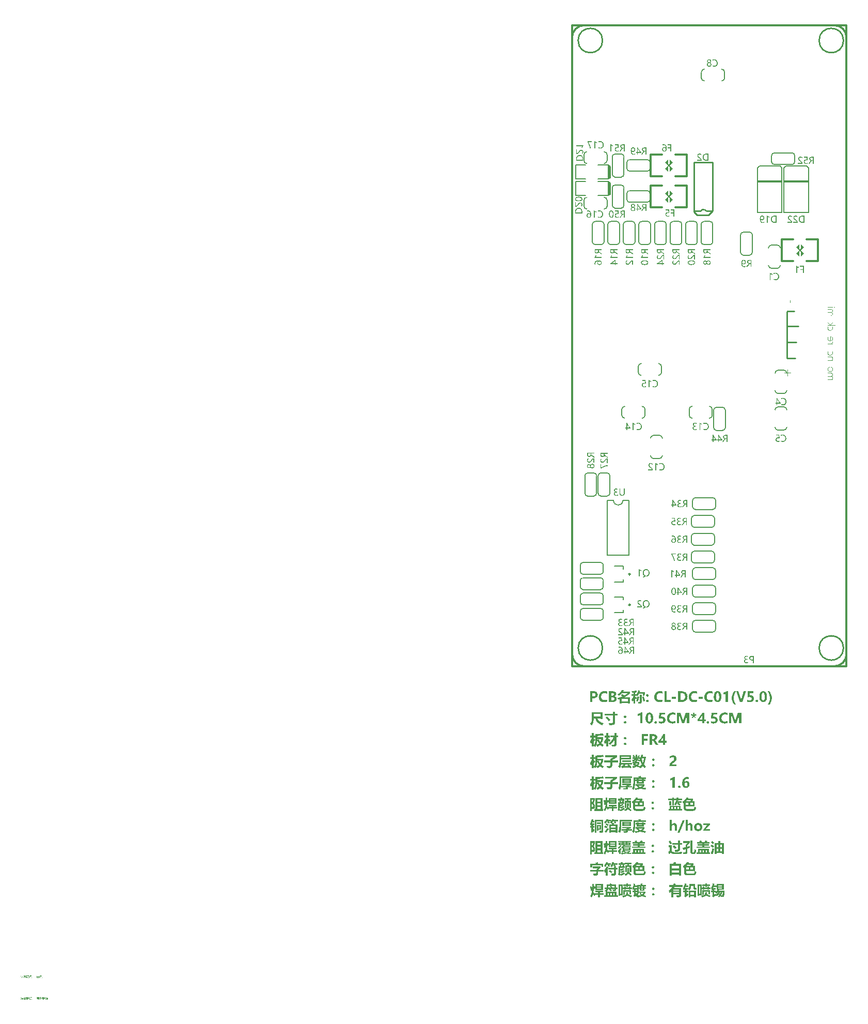
<source format=gbo>
%FSLAX24Y24*%
%MOIN*%
G70*
G01*
G75*
G04 Layer_Color=16776960*
%ADD10C,0.0300*%
%ADD11R,0.0500X0.0500*%
G04:AMPARAMS|DCode=12|XSize=40mil|YSize=50mil|CornerRadius=6mil|HoleSize=0mil|Usage=FLASHONLY|Rotation=270.000|XOffset=0mil|YOffset=0mil|HoleType=Round|Shape=RoundedRectangle|*
%AMROUNDEDRECTD12*
21,1,0.0400,0.0380,0,0,270.0*
21,1,0.0280,0.0500,0,0,270.0*
1,1,0.0120,-0.0190,-0.0140*
1,1,0.0120,-0.0190,0.0140*
1,1,0.0120,0.0190,0.0140*
1,1,0.0120,0.0190,-0.0140*
%
%ADD12ROUNDEDRECTD12*%
%ADD13R,0.0500X0.0500*%
%ADD14O,0.1000X0.0160*%
%ADD15O,0.0160X0.1000*%
G04:AMPARAMS|DCode=16|XSize=40mil|YSize=50mil|CornerRadius=6mil|HoleSize=0mil|Usage=FLASHONLY|Rotation=0.000|XOffset=0mil|YOffset=0mil|HoleType=Round|Shape=RoundedRectangle|*
%AMROUNDEDRECTD16*
21,1,0.0400,0.0380,0,0,0.0*
21,1,0.0280,0.0500,0,0,0.0*
1,1,0.0120,0.0140,-0.0190*
1,1,0.0120,-0.0140,-0.0190*
1,1,0.0120,-0.0140,0.0190*
1,1,0.0120,0.0140,0.0190*
%
%ADD16ROUNDEDRECTD16*%
%ADD17R,0.1000X0.0600*%
%ADD18O,0.0300X0.0800*%
%ADD19R,0.0300X0.0800*%
%ADD20O,0.0240X0.0800*%
%ADD21C,0.0200*%
%ADD22C,0.0100*%
%ADD23C,0.0150*%
%ADD24C,0.0250*%
%ADD25C,0.0118*%
%ADD26C,0.0591*%
%ADD27R,0.0591X0.0591*%
%ADD28C,0.0500*%
%ADD29C,0.0787*%
%ADD30C,0.0709*%
%ADD31O,0.0500X0.0591*%
%ADD32C,0.0400*%
%ADD33C,0.0550*%
%ADD34C,0.0240*%
%ADD35R,0.0600X0.1000*%
%ADD36R,0.1339X0.0700*%
%ADD37R,0.0800X0.0300*%
%ADD38O,0.0800X0.0300*%
%ADD39R,0.0374X0.0354*%
%ADD40R,0.0374X0.0354*%
%ADD41R,0.1000X0.1000*%
%ADD42R,0.0500X0.0600*%
%ADD43C,0.0080*%
%ADD44C,0.0060*%
%ADD45C,0.0236*%
%ADD46C,0.0098*%
%ADD47C,0.0079*%
%ADD48C,0.0120*%
%ADD49R,0.0366X0.1929*%
%ADD50R,0.0580X0.0580*%
G04:AMPARAMS|DCode=51|XSize=48mil|YSize=58mil|CornerRadius=10mil|HoleSize=0mil|Usage=FLASHONLY|Rotation=270.000|XOffset=0mil|YOffset=0mil|HoleType=Round|Shape=RoundedRectangle|*
%AMROUNDEDRECTD51*
21,1,0.0480,0.0380,0,0,270.0*
21,1,0.0280,0.0580,0,0,270.0*
1,1,0.0200,-0.0190,-0.0140*
1,1,0.0200,-0.0190,0.0140*
1,1,0.0200,0.0190,0.0140*
1,1,0.0200,0.0190,-0.0140*
%
%ADD51ROUNDEDRECTD51*%
%ADD52R,0.0580X0.0580*%
%ADD53O,0.1080X0.0240*%
%ADD54O,0.0240X0.1080*%
G04:AMPARAMS|DCode=55|XSize=48mil|YSize=58mil|CornerRadius=10mil|HoleSize=0mil|Usage=FLASHONLY|Rotation=0.000|XOffset=0mil|YOffset=0mil|HoleType=Round|Shape=RoundedRectangle|*
%AMROUNDEDRECTD55*
21,1,0.0480,0.0380,0,0,0.0*
21,1,0.0280,0.0580,0,0,0.0*
1,1,0.0200,0.0140,-0.0190*
1,1,0.0200,-0.0140,-0.0190*
1,1,0.0200,-0.0140,0.0190*
1,1,0.0200,0.0140,0.0190*
%
%ADD55ROUNDEDRECTD55*%
%ADD56R,0.1080X0.0680*%
%ADD57O,0.0380X0.0880*%
%ADD58R,0.0380X0.0880*%
%ADD59O,0.0320X0.0880*%
%ADD60C,0.0671*%
%ADD61R,0.0671X0.0671*%
%ADD62C,0.0580*%
%ADD63C,0.0867*%
%ADD64C,0.0789*%
%ADD65O,0.0580X0.0671*%
%ADD66C,0.0480*%
%ADD67C,0.0630*%
%ADD68R,0.0680X0.1080*%
%ADD69R,0.1419X0.0780*%
%ADD70R,0.0880X0.0380*%
%ADD71O,0.0880X0.0380*%
%ADD72R,0.0454X0.0434*%
%ADD73R,0.0454X0.0434*%
%ADD74R,0.1080X0.1080*%
%ADD75R,0.0580X0.0680*%
%ADD76C,0.0061*%
%ADD77R,0.1575X0.0153*%
G36*
X6948Y2814D02*
X6968Y2811D01*
X6986Y2808D01*
X7001Y2802D01*
X7008Y2800D01*
X7014Y2797D01*
X7019Y2795D01*
X7023Y2794D01*
X7026Y2791D01*
X7029Y2791D01*
X7030Y2789D01*
X7031D01*
Y2735D01*
X7023Y2741D01*
X7015Y2745D01*
X6999Y2754D01*
X6983Y2760D01*
X6970Y2763D01*
X6958Y2765D01*
X6953Y2766D01*
X6949D01*
X6945Y2767D01*
X6941D01*
X6926Y2766D01*
X6912Y2764D01*
X6901Y2760D01*
X6892Y2755D01*
X6884Y2750D01*
X6877Y2743D01*
X6871Y2737D01*
X6867Y2730D01*
X6864Y2723D01*
X6861Y2716D01*
X6858Y2709D01*
X6858Y2704D01*
X6857Y2699D01*
X6856Y2695D01*
Y2693D01*
Y2692D01*
X6858Y2677D01*
X6861Y2665D01*
X6867Y2654D01*
X6873Y2645D01*
X6882Y2637D01*
X6891Y2630D01*
X6901Y2625D01*
X6911Y2620D01*
X6921Y2617D01*
X6932Y2614D01*
X6941Y2612D01*
X6949Y2612D01*
X6956Y2611D01*
X6962Y2610D01*
X7003D01*
Y2563D01*
X6965D01*
X6943Y2562D01*
X6924Y2559D01*
X6907Y2555D01*
X6892Y2549D01*
X6881Y2543D01*
X6870Y2535D01*
X6862Y2527D01*
X6855Y2519D01*
X6850Y2511D01*
X6847Y2503D01*
X6844Y2495D01*
X6842Y2489D01*
X6841Y2483D01*
X6840Y2479D01*
Y2476D01*
Y2475D01*
X6841Y2461D01*
X6844Y2449D01*
X6849Y2439D01*
X6854Y2430D01*
X6859Y2423D01*
X6864Y2418D01*
X6867Y2415D01*
X6868Y2413D01*
X6879Y2406D01*
X6891Y2400D01*
X6904Y2396D01*
X6915Y2393D01*
X6926Y2392D01*
X6935Y2391D01*
X6938Y2390D01*
X6943D01*
X6954Y2391D01*
X6964Y2392D01*
X6984Y2396D01*
X7002Y2402D01*
X7017Y2409D01*
X7025Y2412D01*
X7031Y2415D01*
X7036Y2418D01*
X7040Y2421D01*
X7044Y2424D01*
X7046Y2425D01*
X7048Y2426D01*
X7049Y2427D01*
Y2367D01*
X7032Y2358D01*
X7015Y2353D01*
X6998Y2349D01*
X6981Y2346D01*
X6966Y2344D01*
X6961Y2344D01*
X6955D01*
X6950Y2343D01*
X6944D01*
X6931Y2344D01*
X6918Y2344D01*
X6906Y2347D01*
X6895Y2349D01*
X6884Y2352D01*
X6874Y2355D01*
X6865Y2358D01*
X6857Y2361D01*
X6850Y2365D01*
X6844Y2368D01*
X6838Y2371D01*
X6834Y2374D01*
X6830Y2376D01*
X6828Y2378D01*
X6827Y2379D01*
X6826Y2380D01*
X6818Y2387D01*
X6811Y2395D01*
X6805Y2403D01*
X6800Y2412D01*
X6795Y2420D01*
X6793Y2428D01*
X6787Y2444D01*
X6784Y2458D01*
X6783Y2464D01*
X6782Y2469D01*
X6781Y2474D01*
Y2477D01*
Y2479D01*
Y2480D01*
X6783Y2496D01*
X6786Y2510D01*
X6790Y2523D01*
X6795Y2534D01*
X6801Y2542D01*
X6806Y2549D01*
X6809Y2552D01*
X6810Y2554D01*
X6821Y2564D01*
X6834Y2572D01*
X6847Y2577D01*
X6860Y2583D01*
X6871Y2586D01*
X6875Y2586D01*
X6880Y2587D01*
X6884Y2588D01*
X6886Y2589D01*
X6888D01*
Y2590D01*
X6872Y2596D01*
X6858Y2603D01*
X6846Y2610D01*
X6835Y2619D01*
X6827Y2629D01*
X6819Y2638D01*
X6813Y2648D01*
X6808Y2657D01*
X6804Y2667D01*
X6801Y2676D01*
X6800Y2684D01*
X6798Y2691D01*
X6798Y2697D01*
X6797Y2702D01*
Y2705D01*
Y2706D01*
X6798Y2714D01*
X6798Y2723D01*
X6802Y2739D01*
X6808Y2752D01*
X6815Y2763D01*
X6821Y2773D01*
X6827Y2779D01*
X6831Y2783D01*
X6832Y2785D01*
X6832D01*
X6847Y2795D01*
X6862Y2802D01*
X6878Y2808D01*
X6892Y2812D01*
X6906Y2814D01*
X6912Y2815D01*
X6917D01*
X6921Y2816D01*
X6926D01*
X6948Y2814D01*
D02*
G37*
G36*
X6701Y7217D02*
X6474D01*
X6498Y7173D01*
X6509Y7151D01*
X6519Y7131D01*
X6530Y7112D01*
X6539Y7094D01*
X6547Y7077D01*
X6554Y7060D01*
X6561Y7046D01*
X6567Y7033D01*
X6571Y7021D01*
X6576Y7012D01*
X6579Y7004D01*
X6581Y6998D01*
X6582Y6995D01*
X6583Y6994D01*
X6597Y6956D01*
X6603Y6939D01*
X6608Y6922D01*
X6613Y6906D01*
X6617Y6890D01*
X6621Y6876D01*
X6624Y6864D01*
X6627Y6852D01*
X6629Y6841D01*
X6631Y6833D01*
X6633Y6824D01*
X6633Y6818D01*
X6634Y6814D01*
X6635Y6811D01*
Y6810D01*
X6574D01*
X6569Y6842D01*
X6562Y6874D01*
X6554Y6906D01*
X6550Y6921D01*
X6545Y6935D01*
X6541Y6949D01*
X6537Y6961D01*
X6533Y6972D01*
X6531Y6981D01*
X6528Y6989D01*
X6525Y6995D01*
X6525Y6998D01*
X6524Y6999D01*
X6507Y7040D01*
X6488Y7080D01*
X6479Y7100D01*
X6470Y7120D01*
X6460Y7138D01*
X6451Y7156D01*
X6443Y7172D01*
X6435Y7187D01*
X6428Y7200D01*
X6422Y7211D01*
X6417Y7220D01*
X6413Y7226D01*
X6411Y7231D01*
X6410Y7232D01*
Y7268D01*
X6701D01*
Y7217D01*
D02*
G37*
G36*
X7427Y2350D02*
X7368D01*
Y2543D01*
X7325D01*
X7316Y2542D01*
X7308Y2540D01*
X7300Y2538D01*
X7294Y2536D01*
X7288Y2533D01*
X7284Y2531D01*
X7282Y2529D01*
X7281Y2529D01*
X7274Y2523D01*
X7266Y2515D01*
X7259Y2506D01*
X7253Y2498D01*
X7247Y2489D01*
X7242Y2483D01*
X7239Y2478D01*
X7239Y2478D01*
Y2477D01*
X7163Y2350D01*
X7093D01*
X7179Y2487D01*
X7186Y2500D01*
X7194Y2510D01*
X7200Y2519D01*
X7205Y2526D01*
X7208Y2531D01*
X7212Y2535D01*
X7214Y2537D01*
X7214Y2538D01*
X7225Y2547D01*
X7236Y2555D01*
X7240Y2557D01*
X7244Y2559D01*
X7246Y2560D01*
X7247D01*
Y2562D01*
X7229Y2568D01*
X7214Y2575D01*
X7200Y2584D01*
X7188Y2593D01*
X7178Y2603D01*
X7170Y2614D01*
X7163Y2624D01*
X7158Y2634D01*
X7154Y2644D01*
X7151Y2654D01*
X7148Y2663D01*
X7147Y2670D01*
X7146Y2677D01*
X7146Y2681D01*
Y2685D01*
Y2686D01*
X7146Y2696D01*
X7147Y2706D01*
X7151Y2724D01*
X7157Y2740D01*
X7164Y2752D01*
X7171Y2762D01*
X7177Y2769D01*
X7182Y2774D01*
X7183Y2775D01*
X7183D01*
X7191Y2781D01*
X7199Y2786D01*
X7216Y2794D01*
X7233Y2799D01*
X7250Y2804D01*
X7265Y2806D01*
X7271Y2807D01*
X7276D01*
X7281Y2808D01*
X7427D01*
Y2350D01*
D02*
G37*
G36*
X6945Y3944D02*
X6965Y3941D01*
X6983Y3938D01*
X6998Y3932D01*
X7005Y3930D01*
X7011Y3927D01*
X7016Y3925D01*
X7020Y3924D01*
X7023Y3921D01*
X7026Y3921D01*
X7027Y3919D01*
X7028D01*
Y3865D01*
X7020Y3871D01*
X7011Y3875D01*
X6996Y3884D01*
X6980Y3890D01*
X6967Y3893D01*
X6955Y3895D01*
X6950Y3896D01*
X6946D01*
X6942Y3897D01*
X6937D01*
X6923Y3896D01*
X6909Y3894D01*
X6898Y3890D01*
X6889Y3885D01*
X6881Y3880D01*
X6874Y3873D01*
X6868Y3867D01*
X6863Y3860D01*
X6861Y3853D01*
X6858Y3846D01*
X6855Y3839D01*
X6855Y3834D01*
X6854Y3829D01*
X6853Y3825D01*
Y3823D01*
Y3822D01*
X6855Y3807D01*
X6858Y3795D01*
X6863Y3784D01*
X6870Y3775D01*
X6879Y3767D01*
X6888Y3760D01*
X6898Y3755D01*
X6908Y3750D01*
X6918Y3747D01*
X6929Y3744D01*
X6937Y3742D01*
X6946Y3742D01*
X6953Y3741D01*
X6959Y3740D01*
X7000D01*
Y3693D01*
X6962D01*
X6940Y3692D01*
X6920Y3689D01*
X6904Y3685D01*
X6889Y3679D01*
X6878Y3673D01*
X6867Y3665D01*
X6859Y3657D01*
X6852Y3649D01*
X6847Y3641D01*
X6844Y3633D01*
X6841Y3625D01*
X6839Y3619D01*
X6838Y3613D01*
X6837Y3609D01*
Y3606D01*
Y3605D01*
X6838Y3591D01*
X6841Y3579D01*
X6846Y3569D01*
X6851Y3560D01*
X6856Y3553D01*
X6861Y3548D01*
X6863Y3545D01*
X6865Y3543D01*
X6876Y3536D01*
X6888Y3530D01*
X6900Y3526D01*
X6912Y3523D01*
X6923Y3522D01*
X6932Y3521D01*
X6935Y3520D01*
X6940D01*
X6951Y3521D01*
X6961Y3522D01*
X6981Y3526D01*
X6999Y3532D01*
X7014Y3539D01*
X7022Y3542D01*
X7028Y3545D01*
X7033Y3548D01*
X7037Y3551D01*
X7041Y3554D01*
X7043Y3555D01*
X7045Y3556D01*
X7046Y3557D01*
Y3497D01*
X7029Y3488D01*
X7012Y3483D01*
X6995Y3479D01*
X6978Y3476D01*
X6963Y3474D01*
X6957Y3474D01*
X6952D01*
X6947Y3473D01*
X6941D01*
X6928Y3474D01*
X6915Y3474D01*
X6903Y3477D01*
X6892Y3479D01*
X6881Y3482D01*
X6871Y3485D01*
X6862Y3488D01*
X6854Y3491D01*
X6847Y3495D01*
X6841Y3498D01*
X6835Y3501D01*
X6831Y3504D01*
X6827Y3506D01*
X6825Y3508D01*
X6824Y3509D01*
X6823Y3510D01*
X6815Y3517D01*
X6808Y3525D01*
X6802Y3533D01*
X6797Y3542D01*
X6792Y3550D01*
X6789Y3558D01*
X6784Y3574D01*
X6781Y3588D01*
X6780Y3594D01*
X6779Y3599D01*
X6778Y3604D01*
Y3607D01*
Y3609D01*
Y3610D01*
X6780Y3626D01*
X6783Y3640D01*
X6787Y3653D01*
X6792Y3664D01*
X6798Y3672D01*
X6803Y3679D01*
X6806Y3682D01*
X6807Y3684D01*
X6818Y3694D01*
X6831Y3702D01*
X6844Y3707D01*
X6857Y3713D01*
X6868Y3716D01*
X6872Y3716D01*
X6877Y3717D01*
X6881Y3718D01*
X6883Y3719D01*
X6885D01*
Y3720D01*
X6869Y3726D01*
X6855Y3733D01*
X6843Y3740D01*
X6832Y3749D01*
X6824Y3759D01*
X6816Y3768D01*
X6810Y3778D01*
X6805Y3787D01*
X6801Y3797D01*
X6798Y3806D01*
X6797Y3814D01*
X6795Y3821D01*
X6795Y3827D01*
X6794Y3832D01*
Y3835D01*
Y3835D01*
X6795Y3844D01*
X6795Y3853D01*
X6799Y3869D01*
X6805Y3882D01*
X6812Y3893D01*
X6818Y3903D01*
X6824Y3909D01*
X6828Y3913D01*
X6829Y3915D01*
X6829D01*
X6844Y3925D01*
X6859Y3932D01*
X6875Y3938D01*
X6889Y3942D01*
X6903Y3944D01*
X6909Y3945D01*
X6914D01*
X6918Y3946D01*
X6923D01*
X6945Y3944D01*
D02*
G37*
G36*
X6572Y2815D02*
X6584Y2814D01*
X6595Y2811D01*
X6605Y2808D01*
X6613Y2805D01*
X6619Y2802D01*
X6622Y2801D01*
X6624Y2800D01*
X6634Y2794D01*
X6644Y2787D01*
X6651Y2779D01*
X6658Y2773D01*
X6664Y2767D01*
X6667Y2762D01*
X6670Y2759D01*
X6670Y2757D01*
X6676Y2747D01*
X6680Y2737D01*
X6683Y2727D01*
X6685Y2718D01*
X6687Y2710D01*
X6687Y2703D01*
Y2700D01*
Y2699D01*
Y2698D01*
X6687Y2687D01*
X6684Y2677D01*
X6682Y2667D01*
X6679Y2658D01*
X6676Y2651D01*
X6673Y2646D01*
X6670Y2643D01*
X6670Y2641D01*
X6662Y2632D01*
X6655Y2623D01*
X6647Y2616D01*
X6639Y2610D01*
X6633Y2605D01*
X6628Y2601D01*
X6624Y2599D01*
X6622Y2598D01*
X6636Y2592D01*
X6647Y2585D01*
X6658Y2577D01*
X6667Y2569D01*
X6673Y2562D01*
X6679Y2556D01*
X6682Y2552D01*
X6683Y2552D01*
Y2551D01*
X6691Y2538D01*
X6696Y2526D01*
X6701Y2513D01*
X6704Y2502D01*
X6705Y2492D01*
X6706Y2484D01*
X6707Y2481D01*
Y2479D01*
Y2478D01*
Y2478D01*
X6706Y2464D01*
X6704Y2450D01*
X6701Y2438D01*
X6697Y2429D01*
X6694Y2420D01*
X6691Y2413D01*
X6689Y2410D01*
X6688Y2408D01*
X6680Y2397D01*
X6672Y2387D01*
X6663Y2379D01*
X6654Y2373D01*
X6647Y2367D01*
X6641Y2363D01*
X6636Y2361D01*
X6635Y2360D01*
X6622Y2355D01*
X6608Y2350D01*
X6596Y2347D01*
X6584Y2346D01*
X6573Y2344D01*
X6566Y2344D01*
X6559D01*
X6543Y2344D01*
X6528Y2346D01*
X6516Y2349D01*
X6504Y2352D01*
X6495Y2355D01*
X6488Y2358D01*
X6483Y2359D01*
X6482Y2360D01*
X6469Y2367D01*
X6459Y2375D01*
X6450Y2382D01*
X6442Y2390D01*
X6436Y2397D01*
X6432Y2402D01*
X6429Y2406D01*
X6428Y2407D01*
X6423Y2419D01*
X6418Y2432D01*
X6414Y2444D01*
X6412Y2454D01*
X6411Y2464D01*
X6410Y2471D01*
Y2474D01*
Y2476D01*
Y2477D01*
Y2478D01*
X6411Y2492D01*
X6414Y2506D01*
X6417Y2518D01*
X6422Y2529D01*
X6426Y2538D01*
X6430Y2544D01*
X6433Y2549D01*
X6434Y2550D01*
X6443Y2562D01*
X6453Y2572D01*
X6462Y2580D01*
X6472Y2586D01*
X6481Y2592D01*
X6488Y2595D01*
X6492Y2597D01*
X6493Y2598D01*
X6494D01*
X6483Y2605D01*
X6474Y2612D01*
X6465Y2620D01*
X6459Y2626D01*
X6454Y2632D01*
X6450Y2637D01*
X6448Y2640D01*
X6447Y2642D01*
X6441Y2652D01*
X6437Y2662D01*
X6434Y2671D01*
X6432Y2680D01*
X6431Y2687D01*
X6430Y2693D01*
Y2697D01*
Y2698D01*
X6431Y2710D01*
X6432Y2722D01*
X6435Y2731D01*
X6438Y2740D01*
X6441Y2748D01*
X6444Y2754D01*
X6445Y2757D01*
X6446Y2758D01*
X6453Y2768D01*
X6460Y2776D01*
X6468Y2783D01*
X6476Y2789D01*
X6482Y2794D01*
X6488Y2797D01*
X6491Y2799D01*
X6493Y2800D01*
X6504Y2805D01*
X6516Y2809D01*
X6527Y2812D01*
X6536Y2814D01*
X6545Y2815D01*
X6553Y2816D01*
X6559D01*
X6572Y2815D01*
D02*
G37*
G36*
X7425Y6810D02*
X7366D01*
Y7003D01*
X7323D01*
X7313Y7002D01*
X7305Y7000D01*
X7298Y6998D01*
X7291Y6996D01*
X7286Y6993D01*
X7282Y6991D01*
X7279Y6989D01*
X7279Y6989D01*
X7271Y6983D01*
X7264Y6975D01*
X7257Y6966D01*
X7251Y6958D01*
X7245Y6949D01*
X7240Y6943D01*
X7237Y6938D01*
X7236Y6938D01*
Y6937D01*
X7160Y6810D01*
X7091D01*
X7177Y6947D01*
X7184Y6960D01*
X7191Y6970D01*
X7197Y6979D01*
X7202Y6986D01*
X7206Y6991D01*
X7210Y6995D01*
X7211Y6997D01*
X7212Y6998D01*
X7222Y7007D01*
X7234Y7015D01*
X7238Y7017D01*
X7242Y7019D01*
X7244Y7020D01*
X7245D01*
Y7022D01*
X7227Y7028D01*
X7211Y7035D01*
X7197Y7044D01*
X7186Y7053D01*
X7176Y7063D01*
X7168Y7074D01*
X7161Y7084D01*
X7156Y7094D01*
X7151Y7104D01*
X7148Y7114D01*
X7146Y7123D01*
X7145Y7130D01*
X7144Y7137D01*
X7143Y7141D01*
Y7145D01*
Y7146D01*
X7144Y7156D01*
X7145Y7166D01*
X7149Y7184D01*
X7155Y7200D01*
X7162Y7212D01*
X7169Y7222D01*
X7175Y7229D01*
X7179Y7234D01*
X7180Y7235D01*
X7181D01*
X7188Y7241D01*
X7197Y7246D01*
X7214Y7254D01*
X7231Y7259D01*
X7248Y7264D01*
X7262Y7266D01*
X7269Y7267D01*
X7274D01*
X7279Y7268D01*
X7425D01*
Y6810D01*
D02*
G37*
G36*
X6952Y8424D02*
X6972Y8421D01*
X6989Y8418D01*
X7005Y8412D01*
X7012Y8410D01*
X7018Y8407D01*
X7023Y8405D01*
X7026Y8404D01*
X7030Y8401D01*
X7032Y8401D01*
X7034Y8399D01*
X7035D01*
Y8345D01*
X7026Y8351D01*
X7018Y8355D01*
X7003Y8364D01*
X6987Y8370D01*
X6974Y8373D01*
X6962Y8375D01*
X6957Y8376D01*
X6952D01*
X6949Y8377D01*
X6944D01*
X6930Y8376D01*
X6916Y8374D01*
X6905Y8370D01*
X6895Y8365D01*
X6887Y8360D01*
X6881Y8353D01*
X6875Y8347D01*
X6870Y8340D01*
X6867Y8333D01*
X6864Y8326D01*
X6862Y8319D01*
X6861Y8314D01*
X6861Y8309D01*
X6860Y8305D01*
Y8303D01*
Y8302D01*
X6861Y8287D01*
X6864Y8275D01*
X6870Y8264D01*
X6877Y8255D01*
X6886Y8247D01*
X6895Y8240D01*
X6905Y8235D01*
X6915Y8230D01*
X6925Y8227D01*
X6935Y8224D01*
X6944Y8222D01*
X6953Y8222D01*
X6960Y8221D01*
X6966Y8220D01*
X7006D01*
Y8173D01*
X6969D01*
X6947Y8172D01*
X6927Y8169D01*
X6911Y8165D01*
X6896Y8159D01*
X6884Y8153D01*
X6874Y8145D01*
X6866Y8137D01*
X6859Y8129D01*
X6854Y8121D01*
X6850Y8113D01*
X6847Y8105D01*
X6846Y8099D01*
X6844Y8094D01*
X6844Y8089D01*
Y8086D01*
Y8085D01*
X6845Y8071D01*
X6848Y8059D01*
X6853Y8049D01*
X6858Y8040D01*
X6863Y8033D01*
X6867Y8028D01*
X6870Y8025D01*
X6872Y8023D01*
X6883Y8016D01*
X6895Y8010D01*
X6907Y8006D01*
X6919Y8003D01*
X6930Y8002D01*
X6938Y8001D01*
X6942Y8000D01*
X6947D01*
X6958Y8001D01*
X6968Y8002D01*
X6988Y8006D01*
X7006Y8012D01*
X7021Y8019D01*
X7029Y8022D01*
X7035Y8025D01*
X7040Y8028D01*
X7044Y8031D01*
X7048Y8034D01*
X7050Y8035D01*
X7052Y8036D01*
X7052Y8037D01*
Y7977D01*
X7036Y7968D01*
X7019Y7963D01*
X7002Y7959D01*
X6985Y7956D01*
X6970Y7954D01*
X6964Y7954D01*
X6958D01*
X6954Y7953D01*
X6948D01*
X6935Y7954D01*
X6921Y7954D01*
X6910Y7957D01*
X6898Y7959D01*
X6888Y7962D01*
X6878Y7965D01*
X6869Y7968D01*
X6861Y7971D01*
X6854Y7975D01*
X6847Y7978D01*
X6842Y7981D01*
X6838Y7984D01*
X6834Y7986D01*
X6832Y7988D01*
X6830Y7989D01*
X6830Y7990D01*
X6821Y7997D01*
X6815Y8005D01*
X6809Y8013D01*
X6804Y8022D01*
X6799Y8030D01*
X6796Y8038D01*
X6790Y8054D01*
X6787Y8068D01*
X6787Y8074D01*
X6786Y8079D01*
X6785Y8084D01*
Y8087D01*
Y8089D01*
Y8090D01*
X6787Y8106D01*
X6790Y8120D01*
X6794Y8133D01*
X6799Y8144D01*
X6805Y8152D01*
X6810Y8159D01*
X6813Y8162D01*
X6814Y8164D01*
X6825Y8174D01*
X6838Y8182D01*
X6851Y8187D01*
X6864Y8193D01*
X6875Y8196D01*
X6879Y8196D01*
X6884Y8197D01*
X6887Y8198D01*
X6890Y8199D01*
X6892D01*
Y8200D01*
X6876Y8206D01*
X6861Y8213D01*
X6850Y8220D01*
X6839Y8229D01*
X6830Y8239D01*
X6823Y8248D01*
X6817Y8258D01*
X6812Y8267D01*
X6808Y8277D01*
X6805Y8286D01*
X6804Y8294D01*
X6802Y8301D01*
X6802Y8307D01*
X6801Y8312D01*
Y8315D01*
Y8316D01*
X6802Y8324D01*
X6802Y8333D01*
X6806Y8349D01*
X6812Y8362D01*
X6819Y8373D01*
X6825Y8383D01*
X6830Y8389D01*
X6835Y8393D01*
X6836Y8395D01*
X6836D01*
X6850Y8405D01*
X6866Y8412D01*
X6881Y8418D01*
X6896Y8422D01*
X6910Y8424D01*
X6915Y8425D01*
X6921D01*
X6924Y8426D01*
X6930D01*
X6952Y8424D01*
D02*
G37*
G36*
X7414Y9110D02*
X7355D01*
Y9303D01*
X7312D01*
X7302Y9302D01*
X7294Y9300D01*
X7286Y9298D01*
X7280Y9296D01*
X7275Y9293D01*
X7270Y9291D01*
X7268Y9289D01*
X7267Y9289D01*
X7260Y9283D01*
X7252Y9275D01*
X7246Y9266D01*
X7239Y9258D01*
X7233Y9249D01*
X7229Y9243D01*
X7226Y9238D01*
X7225Y9238D01*
Y9237D01*
X7149Y9110D01*
X7079D01*
X7165Y9247D01*
X7173Y9260D01*
X7180Y9270D01*
X7186Y9279D01*
X7191Y9286D01*
X7195Y9291D01*
X7198Y9295D01*
X7200Y9297D01*
X7201Y9298D01*
X7211Y9307D01*
X7222Y9315D01*
X7227Y9317D01*
X7230Y9319D01*
X7232Y9320D01*
X7233D01*
Y9322D01*
X7215Y9328D01*
X7200Y9335D01*
X7186Y9344D01*
X7175Y9353D01*
X7164Y9363D01*
X7156Y9374D01*
X7150Y9384D01*
X7144Y9394D01*
X7140Y9404D01*
X7137Y9414D01*
X7135Y9423D01*
X7133Y9430D01*
X7133Y9437D01*
X7132Y9441D01*
Y9445D01*
Y9446D01*
X7133Y9456D01*
X7133Y9466D01*
X7138Y9484D01*
X7144Y9500D01*
X7150Y9512D01*
X7158Y9522D01*
X7164Y9529D01*
X7168Y9534D01*
X7169Y9535D01*
X7170D01*
X7177Y9541D01*
X7185Y9546D01*
X7202Y9554D01*
X7219Y9559D01*
X7236Y9564D01*
X7251Y9566D01*
X7258Y9567D01*
X7263D01*
X7267Y9568D01*
X7414D01*
Y9110D01*
D02*
G37*
G36*
X6531Y8425D02*
X6545Y8423D01*
X6560Y8419D01*
X6573Y8415D01*
X6585Y8409D01*
X6596Y8403D01*
X6606Y8397D01*
X6616Y8390D01*
X6624Y8383D01*
X6631Y8377D01*
X6638Y8371D01*
X6643Y8365D01*
X6648Y8361D01*
X6651Y8357D01*
X6652Y8355D01*
X6653Y8354D01*
X6662Y8340D01*
X6670Y8325D01*
X6676Y8310D01*
X6682Y8294D01*
X6688Y8278D01*
X6692Y8262D01*
X6696Y8246D01*
X6698Y8231D01*
X6700Y8217D01*
X6702Y8204D01*
X6703Y8192D01*
X6704Y8182D01*
X6705Y8173D01*
Y8167D01*
Y8163D01*
Y8162D01*
X6704Y8143D01*
X6703Y8126D01*
X6701Y8111D01*
X6699Y8095D01*
X6696Y8082D01*
X6692Y8069D01*
X6688Y8057D01*
X6685Y8047D01*
X6682Y8037D01*
X6678Y8030D01*
X6674Y8022D01*
X6671Y8017D01*
X6669Y8013D01*
X6667Y8009D01*
X6666Y8008D01*
X6665Y8007D01*
X6657Y7997D01*
X6649Y7989D01*
X6640Y7982D01*
X6631Y7976D01*
X6622Y7971D01*
X6613Y7966D01*
X6604Y7963D01*
X6596Y7960D01*
X6588Y7957D01*
X6580Y7956D01*
X6573Y7954D01*
X6567Y7954D01*
X6562D01*
X6559Y7953D01*
X6556D01*
X6544Y7954D01*
X6533Y7955D01*
X6523Y7957D01*
X6513Y7960D01*
X6495Y7966D01*
X6487Y7971D01*
X6480Y7974D01*
X6474Y7978D01*
X6468Y7983D01*
X6463Y7986D01*
X6459Y7989D01*
X6456Y7992D01*
X6453Y7994D01*
X6452Y7995D01*
X6451Y7996D01*
X6444Y8004D01*
X6437Y8013D01*
X6432Y8022D01*
X6428Y8031D01*
X6420Y8049D01*
X6415Y8067D01*
X6414Y8075D01*
X6412Y8082D01*
X6412Y8088D01*
X6411Y8094D01*
X6410Y8099D01*
Y8102D01*
Y8105D01*
Y8105D01*
X6411Y8117D01*
X6412Y8128D01*
X6415Y8148D01*
X6421Y8166D01*
X6424Y8174D01*
X6428Y8181D01*
X6431Y8187D01*
X6434Y8193D01*
X6437Y8197D01*
X6440Y8202D01*
X6443Y8205D01*
X6444Y8207D01*
X6445Y8207D01*
X6446Y8208D01*
X6452Y8215D01*
X6460Y8222D01*
X6468Y8227D01*
X6475Y8231D01*
X6491Y8238D01*
X6506Y8242D01*
X6520Y8245D01*
X6525Y8246D01*
X6531Y8247D01*
X6534Y8247D01*
X6540D01*
X6554Y8247D01*
X6565Y8244D01*
X6577Y8242D01*
X6587Y8238D01*
X6596Y8233D01*
X6605Y8227D01*
X6612Y8222D01*
X6619Y8216D01*
X6625Y8210D01*
X6630Y8205D01*
X6634Y8199D01*
X6638Y8194D01*
X6640Y8190D01*
X6642Y8187D01*
X6643Y8185D01*
X6644Y8185D01*
X6645D01*
X6645Y8201D01*
X6644Y8216D01*
X6642Y8230D01*
X6639Y8244D01*
X6637Y8257D01*
X6634Y8268D01*
X6631Y8279D01*
X6627Y8288D01*
X6624Y8297D01*
X6620Y8304D01*
X6617Y8310D01*
X6615Y8316D01*
X6612Y8320D01*
X6611Y8323D01*
X6610Y8324D01*
X6609Y8325D01*
X6602Y8334D01*
X6594Y8342D01*
X6587Y8349D01*
X6579Y8355D01*
X6571Y8360D01*
X6563Y8364D01*
X6555Y8368D01*
X6548Y8370D01*
X6534Y8374D01*
X6528Y8375D01*
X6523Y8376D01*
X6520Y8377D01*
X6514D01*
X6499Y8376D01*
X6486Y8374D01*
X6473Y8371D01*
X6462Y8368D01*
X6452Y8365D01*
X6445Y8362D01*
X6440Y8360D01*
X6440Y8359D01*
X6439D01*
Y8412D01*
X6450Y8417D01*
X6463Y8420D01*
X6475Y8423D01*
X6487Y8424D01*
X6498Y8425D01*
X6507Y8426D01*
X6515D01*
X6531Y8425D01*
D02*
G37*
G36*
X6946Y7274D02*
X6966Y7271D01*
X6983Y7268D01*
X6999Y7262D01*
X7006Y7260D01*
X7012Y7257D01*
X7017Y7255D01*
X7020Y7254D01*
X7024Y7251D01*
X7026Y7251D01*
X7028Y7249D01*
X7029D01*
Y7195D01*
X7020Y7201D01*
X7012Y7205D01*
X6997Y7214D01*
X6981Y7220D01*
X6968Y7223D01*
X6956Y7225D01*
X6951Y7226D01*
X6946D01*
X6943Y7227D01*
X6938D01*
X6923Y7226D01*
X6910Y7224D01*
X6899Y7220D01*
X6889Y7215D01*
X6881Y7210D01*
X6875Y7203D01*
X6869Y7197D01*
X6864Y7190D01*
X6861Y7183D01*
X6858Y7176D01*
X6856Y7169D01*
X6855Y7164D01*
X6855Y7159D01*
X6854Y7155D01*
Y7153D01*
Y7152D01*
X6855Y7137D01*
X6858Y7125D01*
X6864Y7114D01*
X6871Y7105D01*
X6880Y7097D01*
X6889Y7090D01*
X6899Y7085D01*
X6909Y7080D01*
X6919Y7077D01*
X6929Y7074D01*
X6938Y7072D01*
X6947Y7072D01*
X6954Y7071D01*
X6960Y7070D01*
X7000D01*
Y7023D01*
X6963D01*
X6940Y7022D01*
X6921Y7019D01*
X6905Y7015D01*
X6890Y7009D01*
X6878Y7003D01*
X6868Y6995D01*
X6860Y6987D01*
X6853Y6979D01*
X6848Y6971D01*
X6844Y6963D01*
X6841Y6955D01*
X6840Y6949D01*
X6838Y6944D01*
X6838Y6939D01*
Y6936D01*
Y6935D01*
X6839Y6921D01*
X6842Y6909D01*
X6846Y6899D01*
X6852Y6890D01*
X6857Y6883D01*
X6861Y6878D01*
X6864Y6875D01*
X6866Y6873D01*
X6877Y6866D01*
X6889Y6860D01*
X6901Y6856D01*
X6913Y6853D01*
X6924Y6852D01*
X6932Y6851D01*
X6936Y6850D01*
X6940D01*
X6952Y6851D01*
X6962Y6852D01*
X6982Y6856D01*
X7000Y6862D01*
X7015Y6869D01*
X7023Y6872D01*
X7029Y6875D01*
X7034Y6878D01*
X7038Y6881D01*
X7042Y6884D01*
X7044Y6885D01*
X7046Y6886D01*
X7046Y6887D01*
Y6827D01*
X7030Y6818D01*
X7013Y6813D01*
X6996Y6809D01*
X6979Y6806D01*
X6964Y6804D01*
X6958Y6804D01*
X6952D01*
X6948Y6803D01*
X6942D01*
X6929Y6804D01*
X6915Y6804D01*
X6903Y6807D01*
X6892Y6809D01*
X6882Y6812D01*
X6872Y6815D01*
X6863Y6818D01*
X6855Y6821D01*
X6848Y6825D01*
X6841Y6828D01*
X6836Y6831D01*
X6832Y6834D01*
X6828Y6836D01*
X6826Y6838D01*
X6824Y6839D01*
X6824Y6840D01*
X6815Y6847D01*
X6809Y6855D01*
X6803Y6863D01*
X6798Y6872D01*
X6793Y6880D01*
X6790Y6888D01*
X6784Y6904D01*
X6781Y6918D01*
X6781Y6924D01*
X6780Y6929D01*
X6779Y6934D01*
Y6937D01*
Y6939D01*
Y6940D01*
X6781Y6956D01*
X6784Y6970D01*
X6788Y6983D01*
X6793Y6994D01*
X6799Y7002D01*
X6804Y7009D01*
X6807Y7012D01*
X6808Y7014D01*
X6819Y7024D01*
X6832Y7032D01*
X6845Y7037D01*
X6858Y7043D01*
X6869Y7046D01*
X6873Y7046D01*
X6878Y7047D01*
X6881Y7048D01*
X6883Y7049D01*
X6886D01*
Y7050D01*
X6869Y7056D01*
X6855Y7063D01*
X6844Y7070D01*
X6833Y7079D01*
X6824Y7089D01*
X6817Y7098D01*
X6811Y7108D01*
X6806Y7117D01*
X6802Y7127D01*
X6799Y7136D01*
X6798Y7144D01*
X6796Y7151D01*
X6795Y7157D01*
X6795Y7162D01*
Y7165D01*
Y7165D01*
X6795Y7174D01*
X6796Y7183D01*
X6800Y7199D01*
X6806Y7212D01*
X6812Y7223D01*
X6819Y7233D01*
X6824Y7240D01*
X6829Y7243D01*
X6829Y7245D01*
X6830D01*
X6844Y7255D01*
X6860Y7262D01*
X6875Y7268D01*
X6890Y7272D01*
X6903Y7274D01*
X6909Y7275D01*
X6915D01*
X6918Y7276D01*
X6924D01*
X6946Y7274D01*
D02*
G37*
G36*
X7431Y7960D02*
X7372D01*
Y8153D01*
X7329D01*
X7320Y8152D01*
X7311Y8150D01*
X7304Y8148D01*
X7297Y8146D01*
X7292Y8143D01*
X7288Y8141D01*
X7285Y8139D01*
X7285Y8139D01*
X7277Y8133D01*
X7270Y8125D01*
X7263Y8116D01*
X7257Y8108D01*
X7251Y8099D01*
X7246Y8093D01*
X7243Y8088D01*
X7243Y8088D01*
Y8087D01*
X7166Y7960D01*
X7097D01*
X7183Y8097D01*
X7190Y8110D01*
X7197Y8120D01*
X7203Y8129D01*
X7209Y8136D01*
X7212Y8141D01*
X7216Y8145D01*
X7217Y8147D01*
X7218Y8148D01*
X7229Y8157D01*
X7240Y8165D01*
X7244Y8167D01*
X7248Y8169D01*
X7250Y8170D01*
X7251D01*
Y8172D01*
X7233Y8178D01*
X7217Y8185D01*
X7203Y8194D01*
X7192Y8203D01*
X7182Y8213D01*
X7174Y8224D01*
X7167Y8234D01*
X7162Y8244D01*
X7157Y8254D01*
X7154Y8264D01*
X7152Y8273D01*
X7151Y8280D01*
X7150Y8287D01*
X7149Y8291D01*
Y8295D01*
Y8296D01*
X7150Y8306D01*
X7151Y8316D01*
X7155Y8334D01*
X7161Y8350D01*
X7168Y8362D01*
X7175Y8372D01*
X7181Y8379D01*
X7186Y8384D01*
X7186Y8385D01*
X7187D01*
X7194Y8391D01*
X7203Y8396D01*
X7220Y8404D01*
X7237Y8409D01*
X7254Y8414D01*
X7268Y8416D01*
X7275Y8417D01*
X7280D01*
X7285Y8418D01*
X7431D01*
Y7960D01*
D02*
G37*
G36*
X6791Y6169D02*
X6808Y6142D01*
X6823Y6115D01*
X6831Y6104D01*
X6839Y6092D01*
X6845Y6081D01*
X6852Y6071D01*
X6857Y6062D01*
X6862Y6055D01*
X6866Y6049D01*
X6870Y6044D01*
X6871Y6041D01*
X6872Y6041D01*
X6893Y6010D01*
X6914Y5982D01*
X6924Y5970D01*
X6933Y5957D01*
X6942Y5946D01*
X6951Y5936D01*
X6959Y5926D01*
X6965Y5918D01*
X6972Y5911D01*
X6977Y5904D01*
X6981Y5899D01*
X6984Y5896D01*
X6986Y5893D01*
X6987Y5893D01*
Y5848D01*
X6773D01*
Y5740D01*
X6717D01*
Y5848D01*
X6648D01*
Y5896D01*
X6717D01*
Y6198D01*
X6776D01*
X6791Y6169D01*
D02*
G37*
G36*
X7328Y5740D02*
X7269D01*
Y5933D01*
X7226D01*
X7216Y5932D01*
X7208Y5930D01*
X7200Y5928D01*
X7194Y5926D01*
X7189Y5923D01*
X7184Y5921D01*
X7182Y5919D01*
X7181Y5919D01*
X7174Y5913D01*
X7166Y5905D01*
X7160Y5896D01*
X7153Y5888D01*
X7147Y5879D01*
X7143Y5873D01*
X7140Y5868D01*
X7139Y5868D01*
Y5867D01*
X7063Y5740D01*
X6993D01*
X7079Y5877D01*
X7087Y5890D01*
X7094Y5900D01*
X7100Y5909D01*
X7105Y5916D01*
X7109Y5921D01*
X7112Y5925D01*
X7114Y5927D01*
X7115Y5928D01*
X7125Y5937D01*
X7136Y5945D01*
X7141Y5947D01*
X7144Y5949D01*
X7146Y5950D01*
X7147D01*
Y5952D01*
X7129Y5958D01*
X7114Y5965D01*
X7100Y5974D01*
X7089Y5983D01*
X7078Y5993D01*
X7070Y6004D01*
X7064Y6014D01*
X7058Y6024D01*
X7054Y6034D01*
X7051Y6044D01*
X7049Y6053D01*
X7047Y6060D01*
X7047Y6067D01*
X7046Y6071D01*
Y6075D01*
Y6076D01*
X7047Y6086D01*
X7047Y6096D01*
X7052Y6114D01*
X7058Y6130D01*
X7064Y6142D01*
X7072Y6152D01*
X7078Y6159D01*
X7082Y6164D01*
X7083Y6165D01*
X7084D01*
X7091Y6171D01*
X7099Y6176D01*
X7116Y6184D01*
X7133Y6189D01*
X7150Y6194D01*
X7165Y6196D01*
X7172Y6197D01*
X7177D01*
X7181Y6198D01*
X7328D01*
Y5740D01*
D02*
G37*
G36*
X3501Y3064D02*
X3521Y3061D01*
X3539Y3057D01*
X3555Y3052D01*
X3561Y3050D01*
X3567Y3047D01*
X3572Y3045D01*
X3576Y3043D01*
X3580Y3041D01*
X3582Y3040D01*
X3584Y3039D01*
X3584D01*
Y2985D01*
X3576Y2991D01*
X3568Y2995D01*
X3552Y3003D01*
X3537Y3009D01*
X3524Y3013D01*
X3512Y3015D01*
X3507Y3016D01*
X3502D01*
X3498Y3017D01*
X3494D01*
X3479Y3016D01*
X3466Y3014D01*
X3455Y3010D01*
X3445Y3005D01*
X3437Y3000D01*
X3430Y2993D01*
X3424Y2986D01*
X3420Y2980D01*
X3417Y2972D01*
X3414Y2966D01*
X3412Y2959D01*
X3411Y2954D01*
X3410Y2949D01*
X3410Y2945D01*
Y2943D01*
Y2942D01*
X3411Y2927D01*
X3414Y2914D01*
X3420Y2904D01*
X3427Y2895D01*
X3436Y2886D01*
X3444Y2880D01*
X3455Y2875D01*
X3464Y2870D01*
X3475Y2866D01*
X3485Y2864D01*
X3494Y2862D01*
X3503Y2861D01*
X3510Y2860D01*
X3515Y2860D01*
X3556D01*
Y2812D01*
X3518D01*
X3496Y2812D01*
X3477Y2809D01*
X3461Y2804D01*
X3446Y2799D01*
X3434Y2792D01*
X3424Y2785D01*
X3416Y2777D01*
X3409Y2769D01*
X3404Y2761D01*
X3400Y2752D01*
X3397Y2745D01*
X3396Y2738D01*
X3394Y2733D01*
X3393Y2729D01*
Y2726D01*
Y2725D01*
X3395Y2711D01*
X3398Y2699D01*
X3402Y2689D01*
X3407Y2680D01*
X3413Y2673D01*
X3417Y2667D01*
X3420Y2664D01*
X3422Y2663D01*
X3433Y2655D01*
X3444Y2650D01*
X3457Y2646D01*
X3469Y2643D01*
X3480Y2641D01*
X3488Y2641D01*
X3492Y2640D01*
X3496D01*
X3507Y2641D01*
X3518Y2641D01*
X3538Y2646D01*
X3555Y2652D01*
X3571Y2658D01*
X3578Y2661D01*
X3584Y2665D01*
X3589Y2668D01*
X3594Y2670D01*
X3598Y2673D01*
X3600Y2675D01*
X3601Y2675D01*
X3602Y2676D01*
Y2616D01*
X3586Y2608D01*
X3569Y2603D01*
X3552Y2599D01*
X3535Y2596D01*
X3520Y2594D01*
X3514Y2593D01*
X3508D01*
X3504Y2593D01*
X3498D01*
X3484Y2593D01*
X3471Y2594D01*
X3459Y2596D01*
X3448Y2599D01*
X3438Y2601D01*
X3427Y2604D01*
X3419Y2607D01*
X3410Y2611D01*
X3404Y2615D01*
X3397Y2618D01*
X3392Y2621D01*
X3387Y2624D01*
X3384Y2626D01*
X3382Y2628D01*
X3380Y2629D01*
X3379Y2630D01*
X3371Y2637D01*
X3365Y2644D01*
X3359Y2653D01*
X3353Y2661D01*
X3349Y2670D01*
X3346Y2678D01*
X3340Y2694D01*
X3337Y2708D01*
X3336Y2714D01*
X3336Y2719D01*
X3335Y2724D01*
Y2727D01*
Y2729D01*
Y2729D01*
X3336Y2746D01*
X3339Y2760D01*
X3344Y2772D01*
X3349Y2784D01*
X3355Y2792D01*
X3359Y2798D01*
X3362Y2802D01*
X3364Y2803D01*
X3375Y2814D01*
X3387Y2821D01*
X3401Y2827D01*
X3413Y2832D01*
X3424Y2835D01*
X3429Y2836D01*
X3433Y2837D01*
X3437Y2838D01*
X3439Y2838D01*
X3441D01*
Y2840D01*
X3425Y2846D01*
X3411Y2852D01*
X3399Y2860D01*
X3389Y2869D01*
X3380Y2878D01*
X3373Y2888D01*
X3367Y2897D01*
X3362Y2907D01*
X3358Y2917D01*
X3355Y2926D01*
X3353Y2934D01*
X3352Y2941D01*
X3351Y2947D01*
X3350Y2952D01*
Y2954D01*
Y2955D01*
X3351Y2964D01*
X3352Y2973D01*
X3356Y2988D01*
X3362Y3002D01*
X3368Y3013D01*
X3375Y3023D01*
X3380Y3029D01*
X3385Y3033D01*
X3385Y3034D01*
X3386D01*
X3400Y3045D01*
X3416Y3052D01*
X3431Y3058D01*
X3446Y3062D01*
X3459Y3064D01*
X3465Y3065D01*
X3470D01*
X3474Y3065D01*
X3480D01*
X3501Y3064D01*
D02*
G37*
G36*
X3981Y2600D02*
X3922D01*
Y2792D01*
X3879D01*
X3869Y2792D01*
X3861Y2790D01*
X3854Y2788D01*
X3847Y2786D01*
X3842Y2783D01*
X3837Y2781D01*
X3835Y2779D01*
X3834Y2778D01*
X3827Y2772D01*
X3820Y2765D01*
X3813Y2756D01*
X3806Y2747D01*
X3800Y2739D01*
X3796Y2732D01*
X3793Y2728D01*
X3792Y2727D01*
Y2727D01*
X3716Y2600D01*
X3646D01*
X3732Y2737D01*
X3740Y2749D01*
X3747Y2760D01*
X3753Y2769D01*
X3758Y2775D01*
X3762Y2781D01*
X3766Y2784D01*
X3767Y2786D01*
X3768Y2787D01*
X3778Y2797D01*
X3789Y2804D01*
X3794Y2806D01*
X3797Y2809D01*
X3800Y2810D01*
X3800D01*
Y2812D01*
X3783Y2818D01*
X3767Y2825D01*
X3753Y2834D01*
X3742Y2843D01*
X3732Y2853D01*
X3723Y2863D01*
X3717Y2874D01*
X3712Y2884D01*
X3707Y2894D01*
X3704Y2903D01*
X3702Y2912D01*
X3700Y2920D01*
X3700Y2926D01*
X3699Y2931D01*
Y2934D01*
Y2935D01*
X3700Y2946D01*
X3700Y2956D01*
X3705Y2974D01*
X3711Y2989D01*
X3718Y3002D01*
X3725Y3011D01*
X3731Y3019D01*
X3735Y3023D01*
X3736Y3025D01*
X3737D01*
X3744Y3031D01*
X3752Y3036D01*
X3769Y3043D01*
X3786Y3049D01*
X3803Y3054D01*
X3818Y3056D01*
X3825Y3057D01*
X3830D01*
X3834Y3057D01*
X3981D01*
Y2600D01*
D02*
G37*
G36*
X3146Y3064D02*
X3166Y3061D01*
X3184Y3057D01*
X3200Y3052D01*
X3206Y3050D01*
X3212Y3047D01*
X3217Y3045D01*
X3221Y3043D01*
X3225Y3041D01*
X3227Y3040D01*
X3228Y3039D01*
X3229D01*
Y2985D01*
X3221Y2991D01*
X3213Y2995D01*
X3197Y3003D01*
X3182Y3009D01*
X3168Y3013D01*
X3157Y3015D01*
X3151Y3016D01*
X3147D01*
X3143Y3017D01*
X3139D01*
X3124Y3016D01*
X3111Y3014D01*
X3100Y3010D01*
X3090Y3005D01*
X3082Y3000D01*
X3075Y2993D01*
X3069Y2986D01*
X3065Y2980D01*
X3062Y2972D01*
X3059Y2966D01*
X3057Y2959D01*
X3056Y2954D01*
X3055Y2949D01*
X3054Y2945D01*
Y2943D01*
Y2942D01*
X3056Y2927D01*
X3059Y2914D01*
X3065Y2904D01*
X3071Y2895D01*
X3080Y2886D01*
X3089Y2880D01*
X3100Y2875D01*
X3109Y2870D01*
X3120Y2866D01*
X3130Y2864D01*
X3139Y2862D01*
X3148Y2861D01*
X3154Y2860D01*
X3160Y2860D01*
X3201D01*
Y2812D01*
X3163D01*
X3141Y2812D01*
X3122Y2809D01*
X3106Y2804D01*
X3091Y2799D01*
X3079Y2792D01*
X3069Y2785D01*
X3060Y2777D01*
X3054Y2769D01*
X3049Y2761D01*
X3045Y2752D01*
X3042Y2745D01*
X3040Y2738D01*
X3039Y2733D01*
X3038Y2729D01*
Y2726D01*
Y2725D01*
X3040Y2711D01*
X3043Y2699D01*
X3047Y2689D01*
X3052Y2680D01*
X3057Y2673D01*
X3062Y2667D01*
X3065Y2664D01*
X3066Y2663D01*
X3077Y2655D01*
X3089Y2650D01*
X3102Y2646D01*
X3114Y2643D01*
X3125Y2641D01*
X3133Y2641D01*
X3137Y2640D01*
X3141D01*
X3152Y2641D01*
X3163Y2641D01*
X3182Y2646D01*
X3200Y2652D01*
X3216Y2658D01*
X3223Y2661D01*
X3229Y2665D01*
X3234Y2668D01*
X3239Y2670D01*
X3242Y2673D01*
X3245Y2675D01*
X3246Y2675D01*
X3247Y2676D01*
Y2616D01*
X3231Y2608D01*
X3214Y2603D01*
X3197Y2599D01*
X3180Y2596D01*
X3165Y2594D01*
X3159Y2593D01*
X3153D01*
X3148Y2593D01*
X3143D01*
X3129Y2593D01*
X3116Y2594D01*
X3104Y2596D01*
X3093Y2599D01*
X3083Y2601D01*
X3072Y2604D01*
X3063Y2607D01*
X3055Y2611D01*
X3049Y2615D01*
X3042Y2618D01*
X3037Y2621D01*
X3032Y2624D01*
X3029Y2626D01*
X3026Y2628D01*
X3025Y2629D01*
X3024Y2630D01*
X3016Y2637D01*
X3009Y2644D01*
X3003Y2653D01*
X2998Y2661D01*
X2994Y2670D01*
X2991Y2678D01*
X2985Y2694D01*
X2982Y2708D01*
X2981Y2714D01*
X2980Y2719D01*
X2980Y2724D01*
Y2727D01*
Y2729D01*
Y2729D01*
X2981Y2746D01*
X2984Y2760D01*
X2989Y2772D01*
X2994Y2784D01*
X3000Y2792D01*
X3004Y2798D01*
X3007Y2802D01*
X3009Y2803D01*
X3020Y2814D01*
X3032Y2821D01*
X3046Y2827D01*
X3058Y2832D01*
X3069Y2835D01*
X3074Y2836D01*
X3078Y2837D01*
X3082Y2838D01*
X3084Y2838D01*
X3086D01*
Y2840D01*
X3070Y2846D01*
X3056Y2852D01*
X3044Y2860D01*
X3034Y2869D01*
X3025Y2878D01*
X3017Y2888D01*
X3012Y2897D01*
X3006Y2907D01*
X3003Y2917D01*
X3000Y2926D01*
X2998Y2934D01*
X2997Y2941D01*
X2996Y2947D01*
X2995Y2952D01*
Y2954D01*
Y2955D01*
X2996Y2964D01*
X2997Y2973D01*
X3000Y2988D01*
X3006Y3002D01*
X3013Y3013D01*
X3020Y3023D01*
X3025Y3029D01*
X3029Y3033D01*
X3030Y3034D01*
X3031D01*
X3045Y3045D01*
X3060Y3052D01*
X3076Y3058D01*
X3091Y3062D01*
X3104Y3064D01*
X3110Y3065D01*
X3115D01*
X3119Y3065D01*
X3125D01*
X3146Y3064D01*
D02*
G37*
G36*
X6441Y6201D02*
X6452Y6193D01*
X6462Y6186D01*
X6472Y6179D01*
X6482Y6174D01*
X6489Y6169D01*
X6492Y6168D01*
X6495Y6167D01*
X6495Y6166D01*
X6496D01*
X6512Y6158D01*
X6526Y6152D01*
X6539Y6147D01*
X6550Y6142D01*
X6560Y6138D01*
X6567Y6136D01*
X6570Y6135D01*
X6572Y6135D01*
X6573Y6134D01*
X6574D01*
Y6078D01*
X6563Y6081D01*
X6553Y6084D01*
X6543Y6088D01*
X6534Y6092D01*
X6526Y6095D01*
X6519Y6098D01*
X6515Y6100D01*
X6514Y6101D01*
X6503Y6107D01*
X6493Y6113D01*
X6485Y6118D01*
X6478Y6123D01*
X6474Y6127D01*
X6470Y6130D01*
X6469Y6131D01*
X6468Y6132D01*
Y5740D01*
X6410D01*
Y6208D01*
X6432D01*
X6441Y6201D01*
D02*
G37*
G36*
X7424Y3480D02*
X7365D01*
Y3673D01*
X7322D01*
X7313Y3672D01*
X7305Y3670D01*
X7297Y3668D01*
X7290Y3666D01*
X7285Y3663D01*
X7281Y3661D01*
X7279Y3659D01*
X7278Y3659D01*
X7270Y3653D01*
X7263Y3645D01*
X7256Y3636D01*
X7250Y3628D01*
X7244Y3619D01*
X7239Y3613D01*
X7236Y3608D01*
X7236Y3608D01*
Y3607D01*
X7159Y3480D01*
X7090D01*
X7176Y3617D01*
X7183Y3630D01*
X7191Y3640D01*
X7196Y3649D01*
X7202Y3656D01*
X7205Y3661D01*
X7209Y3665D01*
X7211Y3667D01*
X7211Y3668D01*
X7222Y3677D01*
X7233Y3685D01*
X7237Y3687D01*
X7241Y3689D01*
X7243Y3690D01*
X7244D01*
Y3692D01*
X7226Y3698D01*
X7211Y3705D01*
X7196Y3714D01*
X7185Y3723D01*
X7175Y3733D01*
X7167Y3744D01*
X7160Y3754D01*
X7155Y3764D01*
X7151Y3774D01*
X7148Y3784D01*
X7145Y3793D01*
X7144Y3800D01*
X7143Y3807D01*
X7142Y3811D01*
Y3815D01*
Y3816D01*
X7143Y3826D01*
X7144Y3836D01*
X7148Y3854D01*
X7154Y3870D01*
X7161Y3882D01*
X7168Y3892D01*
X7174Y3899D01*
X7179Y3904D01*
X7179Y3905D01*
X7180D01*
X7188Y3911D01*
X7196Y3916D01*
X7213Y3924D01*
X7230Y3929D01*
X7247Y3934D01*
X7262Y3936D01*
X7268Y3937D01*
X7273D01*
X7278Y3938D01*
X7424D01*
Y3480D01*
D02*
G37*
G36*
X6567Y3945D02*
X6579Y3944D01*
X6589Y3942D01*
X6599Y3939D01*
X6618Y3932D01*
X6626Y3928D01*
X6633Y3924D01*
X6640Y3920D01*
X6646Y3916D01*
X6650Y3912D01*
X6655Y3909D01*
X6658Y3906D01*
X6660Y3904D01*
X6661Y3903D01*
X6662Y3902D01*
X6670Y3894D01*
X6676Y3885D01*
X6681Y3876D01*
X6686Y3867D01*
X6693Y3848D01*
X6698Y3830D01*
X6700Y3822D01*
X6701Y3815D01*
X6702Y3808D01*
X6703Y3802D01*
X6704Y3798D01*
Y3794D01*
Y3792D01*
Y3791D01*
X6703Y3779D01*
X6702Y3769D01*
X6698Y3748D01*
X6692Y3731D01*
X6684Y3716D01*
X6681Y3710D01*
X6678Y3705D01*
X6675Y3699D01*
X6672Y3696D01*
X6670Y3693D01*
X6667Y3690D01*
X6667Y3689D01*
X6666Y3688D01*
X6659Y3682D01*
X6650Y3676D01*
X6643Y3670D01*
X6635Y3665D01*
X6619Y3659D01*
X6603Y3654D01*
X6590Y3651D01*
X6585Y3650D01*
X6579Y3650D01*
X6576Y3649D01*
X6570D01*
X6557Y3650D01*
X6545Y3651D01*
X6534Y3654D01*
X6524Y3658D01*
X6515Y3662D01*
X6506Y3667D01*
X6499Y3672D01*
X6492Y3678D01*
X6487Y3683D01*
X6482Y3688D01*
X6477Y3693D01*
X6474Y3697D01*
X6471Y3701D01*
X6470Y3704D01*
X6468Y3705D01*
Y3706D01*
X6468D01*
Y3690D01*
X6469Y3675D01*
X6471Y3660D01*
X6473Y3647D01*
X6476Y3635D01*
X6479Y3623D01*
X6482Y3613D01*
X6485Y3604D01*
X6488Y3596D01*
X6491Y3588D01*
X6493Y3582D01*
X6496Y3577D01*
X6499Y3574D01*
X6500Y3571D01*
X6501Y3569D01*
X6502Y3568D01*
X6508Y3560D01*
X6515Y3553D01*
X6522Y3546D01*
X6530Y3540D01*
X6539Y3536D01*
X6546Y3532D01*
X6562Y3526D01*
X6575Y3522D01*
X6581Y3522D01*
X6586Y3521D01*
X6590Y3520D01*
X6596D01*
X6613Y3521D01*
X6627Y3524D01*
X6641Y3527D01*
X6654Y3531D01*
X6664Y3535D01*
X6672Y3539D01*
X6675Y3539D01*
X6677Y3541D01*
X6678Y3542D01*
X6678D01*
Y3488D01*
X6665Y3483D01*
X6651Y3479D01*
X6638Y3477D01*
X6624Y3475D01*
X6613Y3474D01*
X6608D01*
X6604Y3473D01*
X6596D01*
X6580Y3474D01*
X6565Y3476D01*
X6551Y3480D01*
X6538Y3483D01*
X6526Y3488D01*
X6515Y3494D01*
X6505Y3500D01*
X6495Y3507D01*
X6487Y3514D01*
X6479Y3520D01*
X6474Y3525D01*
X6468Y3531D01*
X6465Y3535D01*
X6462Y3538D01*
X6460Y3540D01*
X6459Y3541D01*
X6451Y3554D01*
X6443Y3569D01*
X6437Y3584D01*
X6431Y3600D01*
X6426Y3616D01*
X6422Y3633D01*
X6419Y3648D01*
X6416Y3664D01*
X6414Y3679D01*
X6413Y3692D01*
X6411Y3705D01*
X6411Y3715D01*
X6410Y3724D01*
Y3730D01*
Y3734D01*
Y3736D01*
X6411Y3754D01*
X6411Y3772D01*
X6414Y3788D01*
X6416Y3804D01*
X6419Y3818D01*
X6422Y3830D01*
X6425Y3842D01*
X6429Y3853D01*
X6433Y3861D01*
X6437Y3870D01*
X6439Y3876D01*
X6442Y3882D01*
X6445Y3886D01*
X6447Y3890D01*
X6448Y3891D01*
X6448Y3892D01*
X6456Y3901D01*
X6464Y3909D01*
X6472Y3917D01*
X6481Y3923D01*
X6490Y3928D01*
X6499Y3932D01*
X6508Y3936D01*
X6516Y3939D01*
X6531Y3943D01*
X6538Y3944D01*
X6544Y3945D01*
X6548Y3946D01*
X6555D01*
X6567Y3945D01*
D02*
G37*
G36*
X7430Y4610D02*
X7371D01*
Y4803D01*
X7328D01*
X7319Y4802D01*
X7311Y4800D01*
X7303Y4798D01*
X7297Y4796D01*
X7291Y4793D01*
X7287Y4791D01*
X7285Y4789D01*
X7284Y4789D01*
X7277Y4783D01*
X7269Y4775D01*
X7263Y4766D01*
X7256Y4758D01*
X7250Y4749D01*
X7245Y4743D01*
X7243Y4738D01*
X7242Y4738D01*
Y4737D01*
X7166Y4610D01*
X7096D01*
X7182Y4747D01*
X7189Y4760D01*
X7197Y4770D01*
X7203Y4779D01*
X7208Y4786D01*
X7211Y4791D01*
X7215Y4795D01*
X7217Y4797D01*
X7217Y4798D01*
X7228Y4807D01*
X7239Y4815D01*
X7243Y4817D01*
X7247Y4819D01*
X7249Y4820D01*
X7250D01*
Y4822D01*
X7232Y4828D01*
X7217Y4835D01*
X7203Y4844D01*
X7191Y4853D01*
X7181Y4863D01*
X7173Y4874D01*
X7166Y4884D01*
X7161Y4894D01*
X7157Y4904D01*
X7154Y4914D01*
X7152Y4923D01*
X7150Y4930D01*
X7149Y4937D01*
X7149Y4941D01*
Y4945D01*
Y4946D01*
X7149Y4956D01*
X7150Y4966D01*
X7154Y4984D01*
X7160Y5000D01*
X7167Y5012D01*
X7174Y5022D01*
X7180Y5029D01*
X7185Y5034D01*
X7186Y5035D01*
X7186D01*
X7194Y5041D01*
X7202Y5046D01*
X7219Y5054D01*
X7236Y5059D01*
X7253Y5064D01*
X7268Y5066D01*
X7274Y5067D01*
X7280D01*
X7284Y5068D01*
X7430D01*
Y4610D01*
D02*
G37*
G36*
X6569Y5075D02*
X6582Y5073D01*
X6594Y5070D01*
X6606Y5066D01*
X6616Y5061D01*
X6626Y5056D01*
X6634Y5050D01*
X6642Y5045D01*
X6649Y5039D01*
X6655Y5033D01*
X6660Y5028D01*
X6665Y5022D01*
X6668Y5019D01*
X6670Y5016D01*
X6671Y5014D01*
X6672Y5013D01*
X6679Y5000D01*
X6685Y4987D01*
X6690Y4973D01*
X6695Y4958D01*
X6702Y4928D01*
X6707Y4898D01*
X6708Y4884D01*
X6710Y4872D01*
X6710Y4860D01*
X6711Y4850D01*
X6712Y4842D01*
Y4835D01*
Y4832D01*
Y4830D01*
X6711Y4810D01*
X6710Y4791D01*
X6708Y4773D01*
X6706Y4757D01*
X6703Y4741D01*
X6700Y4727D01*
X6696Y4715D01*
X6693Y4704D01*
X6690Y4693D01*
X6686Y4685D01*
X6683Y4678D01*
X6680Y4672D01*
X6678Y4667D01*
X6676Y4664D01*
X6675Y4661D01*
X6674Y4661D01*
X6667Y4650D01*
X6659Y4641D01*
X6650Y4634D01*
X6641Y4627D01*
X6632Y4621D01*
X6623Y4617D01*
X6614Y4613D01*
X6605Y4610D01*
X6597Y4608D01*
X6590Y4606D01*
X6583Y4604D01*
X6577Y4604D01*
X6572D01*
X6568Y4603D01*
X6565D01*
X6552Y4604D01*
X6540Y4606D01*
X6528Y4609D01*
X6517Y4613D01*
X6506Y4617D01*
X6497Y4622D01*
X6488Y4627D01*
X6481Y4633D01*
X6474Y4639D01*
X6468Y4644D01*
X6463Y4650D01*
X6459Y4654D01*
X6456Y4658D01*
X6454Y4661D01*
X6452Y4663D01*
X6451Y4664D01*
X6444Y4675D01*
X6437Y4689D01*
X6432Y4703D01*
X6428Y4717D01*
X6420Y4746D01*
X6415Y4775D01*
X6414Y4789D01*
X6412Y4800D01*
X6412Y4812D01*
X6411Y4821D01*
X6410Y4829D01*
Y4835D01*
Y4839D01*
Y4840D01*
X6411Y4862D01*
X6412Y4882D01*
X6414Y4900D01*
X6416Y4918D01*
X6420Y4934D01*
X6423Y4949D01*
X6428Y4963D01*
X6433Y4977D01*
X6438Y4988D01*
X6443Y5000D01*
X6450Y5009D01*
X6456Y5018D01*
X6463Y5026D01*
X6469Y5034D01*
X6476Y5040D01*
X6483Y5046D01*
X6496Y5056D01*
X6509Y5063D01*
X6522Y5068D01*
X6532Y5072D01*
X6542Y5074D01*
X6549Y5075D01*
X6551Y5076D01*
X6555D01*
X6569Y5075D01*
D02*
G37*
G36*
X6894Y5039D02*
X6910Y5012D01*
X6926Y4985D01*
X6934Y4974D01*
X6941Y4962D01*
X6948Y4951D01*
X6955Y4941D01*
X6960Y4932D01*
X6965Y4925D01*
X6969Y4919D01*
X6972Y4914D01*
X6974Y4911D01*
X6975Y4911D01*
X6996Y4880D01*
X7017Y4852D01*
X7026Y4840D01*
X7036Y4827D01*
X7045Y4816D01*
X7054Y4806D01*
X7061Y4796D01*
X7068Y4788D01*
X7075Y4780D01*
X7080Y4774D01*
X7083Y4769D01*
X7087Y4766D01*
X7089Y4763D01*
X7089Y4763D01*
Y4718D01*
X6875D01*
Y4610D01*
X6819D01*
Y4718D01*
X6750D01*
Y4766D01*
X6819D01*
Y5068D01*
X6879D01*
X6894Y5039D01*
D02*
G37*
G36*
X6664Y9335D02*
X6651Y9337D01*
X6637Y9337D01*
X6624Y9338D01*
X6612D01*
X6602Y9339D01*
X6586D01*
X6566Y9338D01*
X6549Y9335D01*
X6535Y9332D01*
X6523Y9327D01*
X6513Y9322D01*
X6507Y9318D01*
X6502Y9315D01*
X6501Y9315D01*
X6490Y9305D01*
X6483Y9294D01*
X6477Y9283D01*
X6473Y9272D01*
X6471Y9262D01*
X6470Y9254D01*
X6470Y9251D01*
Y9249D01*
Y9247D01*
Y9246D01*
X6471Y9231D01*
X6474Y9217D01*
X6479Y9205D01*
X6484Y9195D01*
X6489Y9187D01*
X6495Y9181D01*
X6498Y9178D01*
X6499Y9176D01*
X6511Y9167D01*
X6524Y9161D01*
X6536Y9157D01*
X6549Y9153D01*
X6559Y9152D01*
X6568Y9151D01*
X6572Y9150D01*
X6576D01*
X6594Y9152D01*
X6611Y9155D01*
X6627Y9160D01*
X6641Y9166D01*
X6654Y9171D01*
X6658Y9174D01*
X6663Y9176D01*
X6666Y9178D01*
X6669Y9179D01*
X6670Y9181D01*
X6671D01*
Y9121D01*
X6664Y9118D01*
X6657Y9115D01*
X6643Y9111D01*
X6626Y9107D01*
X6611Y9105D01*
X6597Y9104D01*
X6590D01*
X6585Y9103D01*
X6575D01*
X6561Y9104D01*
X6548Y9104D01*
X6536Y9107D01*
X6524Y9110D01*
X6514Y9113D01*
X6504Y9115D01*
X6495Y9119D01*
X6487Y9124D01*
X6480Y9127D01*
X6473Y9131D01*
X6468Y9134D01*
X6464Y9137D01*
X6460Y9140D01*
X6458Y9142D01*
X6456Y9143D01*
X6455Y9144D01*
X6447Y9152D01*
X6441Y9160D01*
X6435Y9169D01*
X6430Y9178D01*
X6425Y9187D01*
X6422Y9195D01*
X6416Y9212D01*
X6415Y9221D01*
X6413Y9228D01*
X6413Y9234D01*
X6412Y9240D01*
X6411Y9244D01*
Y9248D01*
Y9250D01*
Y9251D01*
X6412Y9263D01*
X6413Y9275D01*
X6418Y9295D01*
X6421Y9303D01*
X6424Y9312D01*
X6428Y9320D01*
X6432Y9326D01*
X6435Y9333D01*
X6439Y9338D01*
X6443Y9343D01*
X6446Y9346D01*
X6449Y9349D01*
X6451Y9352D01*
X6452Y9352D01*
X6452Y9353D01*
X6461Y9360D01*
X6470Y9365D01*
X6478Y9370D01*
X6488Y9374D01*
X6507Y9380D01*
X6525Y9385D01*
X6533Y9386D01*
X6541Y9387D01*
X6549Y9389D01*
X6555D01*
X6560Y9389D01*
X6566D01*
X6608Y9387D01*
X6599Y9517D01*
X6433D01*
Y9568D01*
X6647D01*
X6664Y9335D01*
D02*
G37*
G36*
X1433Y13122D02*
X1382D01*
Y13349D01*
X1374D01*
X1366Y13347D01*
X1360Y13347D01*
X1355Y13345D01*
X1350Y13344D01*
X1347Y13343D01*
X1345Y13341D01*
X1344D01*
X1338Y13339D01*
X1332Y13334D01*
X1326Y13330D01*
X1321Y13325D01*
X1317Y13321D01*
X1314Y13318D01*
X1312Y13316D01*
X1311Y13315D01*
X1307Y13310D01*
X1304Y13306D01*
X1295Y13294D01*
X1285Y13282D01*
X1276Y13269D01*
X1267Y13257D01*
X1264Y13252D01*
X1261Y13247D01*
X1258Y13243D01*
X1255Y13240D01*
X1255Y13239D01*
X1254Y13238D01*
X1247Y13228D01*
X1240Y13219D01*
X1232Y13210D01*
X1226Y13202D01*
X1213Y13188D01*
X1201Y13177D01*
X1193Y13169D01*
X1185Y13163D01*
X1182Y13161D01*
X1180Y13159D01*
X1179Y13159D01*
X1178D01*
X1164Y13151D01*
X1149Y13145D01*
X1135Y13141D01*
X1121Y13138D01*
X1109Y13137D01*
X1104Y13136D01*
X1099Y13135D01*
X1091D01*
X1081Y13136D01*
X1071Y13137D01*
X1053Y13141D01*
X1038Y13147D01*
X1025Y13154D01*
X1014Y13162D01*
X1007Y13168D01*
X1005Y13170D01*
X1002Y13172D01*
X1001Y13173D01*
Y13174D01*
X995Y13181D01*
X990Y13188D01*
X982Y13205D01*
X976Y13222D01*
X972Y13237D01*
X969Y13251D01*
X968Y13257D01*
Y13262D01*
X968Y13267D01*
Y13270D01*
Y13272D01*
Y13273D01*
X968Y13287D01*
X970Y13299D01*
X971Y13311D01*
X973Y13321D01*
X976Y13329D01*
X978Y13335D01*
X979Y13339D01*
X980Y13340D01*
X985Y13350D01*
X991Y13360D01*
X997Y13368D01*
X1003Y13376D01*
X1008Y13382D01*
X1013Y13387D01*
X1016Y13390D01*
X1016Y13391D01*
X1072D01*
X1062Y13381D01*
X1054Y13372D01*
X1047Y13363D01*
X1042Y13355D01*
X1037Y13347D01*
X1033Y13342D01*
X1032Y13339D01*
X1031Y13337D01*
X1026Y13326D01*
X1022Y13316D01*
X1020Y13306D01*
X1018Y13297D01*
X1017Y13290D01*
X1016Y13284D01*
Y13281D01*
Y13279D01*
X1017Y13265D01*
X1019Y13253D01*
X1023Y13242D01*
X1027Y13233D01*
X1031Y13226D01*
X1034Y13221D01*
X1037Y13217D01*
X1038Y13216D01*
X1046Y13208D01*
X1056Y13202D01*
X1065Y13199D01*
X1074Y13196D01*
X1083Y13194D01*
X1090Y13193D01*
X1096D01*
X1109Y13193D01*
X1121Y13196D01*
X1132Y13199D01*
X1141Y13202D01*
X1150Y13206D01*
X1156Y13210D01*
X1159Y13212D01*
X1161Y13213D01*
X1166Y13216D01*
X1172Y13222D01*
X1183Y13232D01*
X1194Y13245D01*
X1204Y13256D01*
X1213Y13267D01*
X1217Y13273D01*
X1220Y13277D01*
X1223Y13281D01*
X1225Y13284D01*
X1226Y13285D01*
X1227Y13286D01*
X1240Y13304D01*
X1252Y13320D01*
X1263Y13333D01*
X1272Y13344D01*
X1280Y13353D01*
X1286Y13359D01*
X1289Y13362D01*
X1290Y13364D01*
X1300Y13373D01*
X1309Y13379D01*
X1318Y13386D01*
X1326Y13390D01*
X1333Y13394D01*
X1339Y13397D01*
X1342Y13398D01*
X1343Y13399D01*
X1355Y13403D01*
X1366Y13405D01*
X1377Y13407D01*
X1387Y13408D01*
X1397Y13409D01*
X1404Y13410D01*
X1433D01*
Y13122D01*
D02*
G37*
G36*
Y13722D02*
X1241D01*
Y13679D01*
X1241Y13669D01*
X1243Y13661D01*
X1245Y13654D01*
X1247Y13647D01*
X1250Y13642D01*
X1252Y13637D01*
X1254Y13635D01*
X1255Y13635D01*
X1261Y13627D01*
X1268Y13620D01*
X1277Y13613D01*
X1286Y13606D01*
X1294Y13600D01*
X1301Y13596D01*
X1305Y13593D01*
X1306Y13592D01*
X1306D01*
X1433Y13516D01*
Y13447D01*
X1296Y13532D01*
X1284Y13540D01*
X1273Y13547D01*
X1264Y13553D01*
X1258Y13558D01*
X1252Y13562D01*
X1249Y13566D01*
X1247Y13567D01*
X1246Y13568D01*
X1236Y13578D01*
X1229Y13589D01*
X1227Y13594D01*
X1224Y13598D01*
X1223Y13600D01*
Y13600D01*
X1221D01*
X1215Y13583D01*
X1208Y13567D01*
X1199Y13553D01*
X1190Y13542D01*
X1180Y13532D01*
X1170Y13524D01*
X1159Y13517D01*
X1149Y13512D01*
X1139Y13507D01*
X1130Y13504D01*
X1121Y13502D01*
X1113Y13501D01*
X1107Y13500D01*
X1102Y13499D01*
X1098D01*
X1087Y13500D01*
X1077Y13501D01*
X1059Y13505D01*
X1044Y13511D01*
X1031Y13518D01*
X1022Y13525D01*
X1014Y13531D01*
X1010Y13535D01*
X1008Y13536D01*
Y13537D01*
X1002Y13544D01*
X997Y13552D01*
X990Y13569D01*
X984Y13586D01*
X979Y13603D01*
X977Y13618D01*
X976Y13625D01*
Y13630D01*
X976Y13635D01*
Y13638D01*
Y13640D01*
Y13641D01*
Y13781D01*
X1433D01*
Y13722D01*
D02*
G37*
G36*
X1320Y13060D02*
X1333Y13057D01*
X1345Y13054D01*
X1355Y13051D01*
X1363Y13048D01*
X1370Y13045D01*
X1374Y13043D01*
X1375Y13042D01*
X1386Y13034D01*
X1396Y13025D01*
X1404Y13017D01*
X1411Y13008D01*
X1416Y13000D01*
X1420Y12994D01*
X1423Y12990D01*
X1423Y12989D01*
X1429Y12975D01*
X1433Y12962D01*
X1436Y12949D01*
X1437Y12937D01*
X1439Y12927D01*
X1440Y12920D01*
Y12917D01*
Y12915D01*
Y12913D01*
Y12912D01*
X1439Y12897D01*
X1437Y12882D01*
X1434Y12869D01*
X1432Y12858D01*
X1429Y12849D01*
X1426Y12841D01*
X1424Y12837D01*
X1423Y12835D01*
X1417Y12823D01*
X1409Y12812D01*
X1401Y12803D01*
X1393Y12795D01*
X1386Y12789D01*
X1381Y12786D01*
X1378Y12783D01*
X1376Y12782D01*
X1364Y12776D01*
X1352Y12772D01*
X1340Y12768D01*
X1329Y12766D01*
X1320Y12764D01*
X1312Y12764D01*
X1306D01*
X1292Y12764D01*
X1278Y12767D01*
X1266Y12771D01*
X1255Y12775D01*
X1246Y12780D01*
X1239Y12784D01*
X1235Y12786D01*
X1233Y12787D01*
X1221Y12796D01*
X1212Y12806D01*
X1204Y12816D01*
X1197Y12826D01*
X1192Y12835D01*
X1188Y12841D01*
X1186Y12846D01*
X1185Y12846D01*
Y12847D01*
X1178Y12837D01*
X1171Y12827D01*
X1164Y12819D01*
X1157Y12812D01*
X1151Y12807D01*
X1146Y12803D01*
X1143Y12801D01*
X1141Y12801D01*
X1131Y12795D01*
X1121Y12791D01*
X1112Y12788D01*
X1103Y12786D01*
X1096Y12784D01*
X1090Y12784D01*
X1085D01*
X1073Y12784D01*
X1062Y12786D01*
X1052Y12789D01*
X1043Y12792D01*
X1036Y12795D01*
X1030Y12798D01*
X1027Y12799D01*
X1025Y12800D01*
X1016Y12806D01*
X1008Y12814D01*
X1000Y12822D01*
X994Y12829D01*
X990Y12836D01*
X986Y12841D01*
X984Y12845D01*
X983Y12846D01*
X978Y12858D01*
X974Y12869D01*
X971Y12880D01*
X970Y12890D01*
X968Y12899D01*
X968Y12906D01*
Y12911D01*
Y12912D01*
Y12912D01*
X968Y12926D01*
X970Y12937D01*
X973Y12949D01*
X975Y12958D01*
X978Y12966D01*
X981Y12972D01*
X982Y12976D01*
X983Y12977D01*
X989Y12988D01*
X996Y12997D01*
X1004Y13005D01*
X1010Y13011D01*
X1016Y13017D01*
X1022Y13021D01*
X1025Y13023D01*
X1026Y13024D01*
X1036Y13030D01*
X1047Y13034D01*
X1056Y13037D01*
X1065Y13039D01*
X1073Y13040D01*
X1080Y13041D01*
X1085D01*
X1096Y13040D01*
X1107Y13038D01*
X1116Y13035D01*
X1125Y13032D01*
X1132Y13029D01*
X1138Y13026D01*
X1141Y13024D01*
X1142Y13023D01*
X1152Y13016D01*
X1160Y13008D01*
X1167Y13000D01*
X1173Y12993D01*
X1178Y12986D01*
X1182Y12981D01*
X1184Y12977D01*
X1185Y12976D01*
X1191Y12989D01*
X1198Y13001D01*
X1207Y13011D01*
X1214Y13020D01*
X1221Y13027D01*
X1227Y13032D01*
X1231Y13035D01*
X1232Y13037D01*
X1232D01*
X1245Y13045D01*
X1258Y13050D01*
X1270Y13054D01*
X1281Y13057D01*
X1292Y13059D01*
X1299Y13060D01*
X1302Y13060D01*
X1306D01*
X1320Y13060D01*
D02*
G37*
G36*
X7933Y26242D02*
X7882D01*
Y26469D01*
X7874D01*
X7866Y26467D01*
X7860Y26467D01*
X7855Y26465D01*
X7850Y26464D01*
X7847Y26463D01*
X7845Y26461D01*
X7844D01*
X7838Y26459D01*
X7832Y26454D01*
X7826Y26450D01*
X7821Y26445D01*
X7817Y26442D01*
X7814Y26438D01*
X7812Y26436D01*
X7811Y26435D01*
X7807Y26430D01*
X7804Y26426D01*
X7795Y26414D01*
X7785Y26402D01*
X7776Y26389D01*
X7767Y26377D01*
X7764Y26372D01*
X7761Y26367D01*
X7758Y26363D01*
X7755Y26360D01*
X7755Y26359D01*
X7754Y26358D01*
X7747Y26348D01*
X7740Y26339D01*
X7732Y26330D01*
X7726Y26322D01*
X7713Y26308D01*
X7701Y26297D01*
X7693Y26289D01*
X7685Y26283D01*
X7682Y26281D01*
X7680Y26279D01*
X7679Y26279D01*
X7678D01*
X7664Y26271D01*
X7649Y26265D01*
X7635Y26261D01*
X7621Y26258D01*
X7609Y26256D01*
X7604Y26256D01*
X7599Y26255D01*
X7591D01*
X7581Y26256D01*
X7571Y26256D01*
X7553Y26261D01*
X7538Y26267D01*
X7525Y26274D01*
X7514Y26282D01*
X7507Y26288D01*
X7505Y26290D01*
X7502Y26292D01*
X7501Y26293D01*
Y26293D01*
X7495Y26301D01*
X7490Y26308D01*
X7482Y26325D01*
X7476Y26342D01*
X7472Y26357D01*
X7469Y26371D01*
X7468Y26377D01*
Y26382D01*
X7468Y26387D01*
Y26390D01*
Y26392D01*
Y26393D01*
X7468Y26407D01*
X7470Y26419D01*
X7471Y26431D01*
X7473Y26441D01*
X7476Y26449D01*
X7478Y26455D01*
X7479Y26459D01*
X7480Y26460D01*
X7485Y26470D01*
X7491Y26480D01*
X7497Y26488D01*
X7503Y26496D01*
X7508Y26502D01*
X7513Y26507D01*
X7516Y26510D01*
X7516Y26511D01*
X7572D01*
X7562Y26501D01*
X7554Y26492D01*
X7547Y26483D01*
X7542Y26475D01*
X7537Y26467D01*
X7533Y26462D01*
X7532Y26459D01*
X7531Y26457D01*
X7526Y26446D01*
X7522Y26436D01*
X7520Y26426D01*
X7518Y26417D01*
X7517Y26410D01*
X7516Y26405D01*
Y26401D01*
Y26399D01*
X7517Y26385D01*
X7519Y26373D01*
X7523Y26362D01*
X7527Y26353D01*
X7531Y26346D01*
X7534Y26341D01*
X7537Y26337D01*
X7538Y26336D01*
X7546Y26328D01*
X7556Y26322D01*
X7565Y26319D01*
X7574Y26316D01*
X7583Y26314D01*
X7590Y26313D01*
X7596D01*
X7609Y26313D01*
X7621Y26316D01*
X7632Y26319D01*
X7641Y26322D01*
X7650Y26326D01*
X7656Y26330D01*
X7659Y26332D01*
X7661Y26333D01*
X7666Y26336D01*
X7672Y26342D01*
X7683Y26352D01*
X7694Y26365D01*
X7704Y26376D01*
X7713Y26387D01*
X7717Y26393D01*
X7720Y26397D01*
X7723Y26401D01*
X7725Y26404D01*
X7726Y26405D01*
X7727Y26406D01*
X7740Y26424D01*
X7752Y26440D01*
X7763Y26453D01*
X7772Y26464D01*
X7780Y26473D01*
X7786Y26479D01*
X7789Y26482D01*
X7790Y26484D01*
X7800Y26493D01*
X7809Y26499D01*
X7818Y26506D01*
X7826Y26510D01*
X7833Y26514D01*
X7839Y26517D01*
X7842Y26518D01*
X7843Y26519D01*
X7855Y26523D01*
X7866Y26525D01*
X7877Y26527D01*
X7887Y26528D01*
X7897Y26529D01*
X7904Y26530D01*
X7933D01*
Y26242D01*
D02*
G37*
G36*
Y26842D02*
X7741D01*
Y26799D01*
X7741Y26789D01*
X7743Y26781D01*
X7745Y26774D01*
X7747Y26767D01*
X7750Y26762D01*
X7752Y26757D01*
X7754Y26755D01*
X7755Y26755D01*
X7761Y26747D01*
X7768Y26740D01*
X7777Y26733D01*
X7786Y26726D01*
X7794Y26720D01*
X7801Y26716D01*
X7805Y26713D01*
X7806Y26712D01*
X7806D01*
X7933Y26636D01*
Y26567D01*
X7796Y26652D01*
X7784Y26660D01*
X7773Y26667D01*
X7764Y26673D01*
X7758Y26678D01*
X7752Y26682D01*
X7749Y26686D01*
X7747Y26687D01*
X7746Y26688D01*
X7736Y26698D01*
X7729Y26709D01*
X7727Y26714D01*
X7724Y26718D01*
X7723Y26720D01*
Y26720D01*
X7721D01*
X7715Y26703D01*
X7708Y26687D01*
X7699Y26673D01*
X7690Y26662D01*
X7680Y26652D01*
X7670Y26644D01*
X7659Y26637D01*
X7649Y26632D01*
X7639Y26627D01*
X7630Y26624D01*
X7621Y26622D01*
X7613Y26621D01*
X7607Y26620D01*
X7602Y26619D01*
X7598D01*
X7587Y26620D01*
X7577Y26621D01*
X7559Y26625D01*
X7544Y26631D01*
X7531Y26638D01*
X7522Y26645D01*
X7514Y26651D01*
X7510Y26655D01*
X7508Y26656D01*
Y26657D01*
X7502Y26664D01*
X7497Y26672D01*
X7490Y26689D01*
X7484Y26706D01*
X7479Y26723D01*
X7477Y26738D01*
X7476Y26745D01*
Y26750D01*
X7476Y26755D01*
Y26758D01*
Y26760D01*
Y26761D01*
Y26901D01*
X7933D01*
Y26842D01*
D02*
G37*
G36*
X1887Y12819D02*
X1930Y12844D01*
X1952Y12855D01*
X1972Y12865D01*
X1991Y12876D01*
X2010Y12885D01*
X2027Y12893D01*
X2043Y12900D01*
X2058Y12907D01*
X2070Y12913D01*
X2082Y12917D01*
X2092Y12922D01*
X2099Y12924D01*
X2105Y12927D01*
X2108Y12928D01*
X2109Y12929D01*
X2147Y12943D01*
X2164Y12949D01*
X2181Y12954D01*
X2198Y12959D01*
X2213Y12963D01*
X2227Y12967D01*
X2240Y12970D01*
X2252Y12973D01*
X2262Y12975D01*
X2271Y12977D01*
X2279Y12979D01*
X2285Y12979D01*
X2289Y12980D01*
X2292Y12981D01*
X2293D01*
Y12920D01*
X2261Y12915D01*
X2229Y12908D01*
X2198Y12900D01*
X2183Y12896D01*
X2168Y12891D01*
X2155Y12887D01*
X2143Y12883D01*
X2132Y12879D01*
X2122Y12876D01*
X2115Y12873D01*
X2109Y12871D01*
X2106Y12870D01*
X2104Y12870D01*
X2064Y12853D01*
X2023Y12834D01*
X2003Y12825D01*
X1984Y12816D01*
X1965Y12806D01*
X1947Y12797D01*
X1931Y12789D01*
X1916Y12781D01*
X1904Y12774D01*
X1893Y12768D01*
X1884Y12762D01*
X1877Y12759D01*
X1873Y12757D01*
X1871Y12756D01*
X1836D01*
Y13047D01*
X1887D01*
Y12819D01*
D02*
G37*
G36*
X8593Y26492D02*
X8589Y26481D01*
X8585Y26471D01*
X8582Y26462D01*
X8578Y26454D01*
X8576Y26447D01*
X8573Y26444D01*
X8573Y26442D01*
X8567Y26431D01*
X8561Y26422D01*
X8556Y26413D01*
X8550Y26407D01*
X8547Y26402D01*
X8544Y26399D01*
X8542Y26397D01*
X8542Y26396D01*
X8933D01*
Y26339D01*
X8465D01*
Y26361D01*
X8473Y26370D01*
X8480Y26380D01*
X8488Y26390D01*
X8494Y26401D01*
X8499Y26410D01*
X8504Y26418D01*
X8505Y26421D01*
X8507Y26423D01*
X8508Y26424D01*
Y26424D01*
X8515Y26440D01*
X8522Y26454D01*
X8527Y26467D01*
X8531Y26479D01*
X8535Y26489D01*
X8537Y26496D01*
X8538Y26498D01*
X8539Y26501D01*
X8539Y26501D01*
Y26502D01*
X8596D01*
X8593Y26492D01*
D02*
G37*
G36*
X8933Y26842D02*
X8741D01*
Y26799D01*
X8741Y26789D01*
X8743Y26781D01*
X8745Y26774D01*
X8747Y26767D01*
X8750Y26762D01*
X8752Y26757D01*
X8754Y26755D01*
X8755Y26755D01*
X8761Y26747D01*
X8768Y26740D01*
X8777Y26733D01*
X8786Y26726D01*
X8794Y26720D01*
X8801Y26716D01*
X8805Y26713D01*
X8806Y26712D01*
X8806D01*
X8933Y26636D01*
Y26567D01*
X8796Y26652D01*
X8784Y26660D01*
X8773Y26667D01*
X8764Y26673D01*
X8758Y26678D01*
X8752Y26682D01*
X8749Y26686D01*
X8747Y26687D01*
X8746Y26688D01*
X8736Y26698D01*
X8729Y26709D01*
X8727Y26714D01*
X8724Y26718D01*
X8723Y26720D01*
Y26720D01*
X8721D01*
X8715Y26703D01*
X8708Y26687D01*
X8699Y26673D01*
X8690Y26662D01*
X8680Y26652D01*
X8670Y26644D01*
X8659Y26637D01*
X8649Y26632D01*
X8639Y26627D01*
X8630Y26624D01*
X8621Y26622D01*
X8613Y26621D01*
X8607Y26620D01*
X8602Y26619D01*
X8598D01*
X8587Y26620D01*
X8577Y26621D01*
X8559Y26625D01*
X8544Y26631D01*
X8531Y26638D01*
X8522Y26645D01*
X8514Y26651D01*
X8510Y26655D01*
X8508Y26656D01*
Y26657D01*
X8502Y26664D01*
X8497Y26672D01*
X8490Y26689D01*
X8484Y26706D01*
X8479Y26723D01*
X8477Y26738D01*
X8476Y26745D01*
Y26750D01*
X8476Y26755D01*
Y26758D01*
Y26760D01*
Y26761D01*
Y26901D01*
X8933D01*
Y26842D01*
D02*
G37*
G36*
X8820Y26180D02*
X8833Y26177D01*
X8845Y26174D01*
X8855Y26171D01*
X8863Y26168D01*
X8870Y26165D01*
X8874Y26163D01*
X8875Y26162D01*
X8886Y26154D01*
X8896Y26146D01*
X8904Y26137D01*
X8911Y26128D01*
X8916Y26120D01*
X8920Y26114D01*
X8923Y26110D01*
X8923Y26109D01*
X8929Y26095D01*
X8933Y26082D01*
X8936Y26069D01*
X8937Y26057D01*
X8939Y26047D01*
X8940Y26040D01*
Y26037D01*
Y26035D01*
Y26033D01*
Y26032D01*
X8939Y26017D01*
X8937Y26002D01*
X8934Y25989D01*
X8932Y25978D01*
X8929Y25969D01*
X8926Y25961D01*
X8924Y25957D01*
X8923Y25955D01*
X8917Y25943D01*
X8909Y25932D01*
X8901Y25924D01*
X8893Y25915D01*
X8886Y25909D01*
X8881Y25906D01*
X8878Y25903D01*
X8876Y25902D01*
X8864Y25896D01*
X8852Y25892D01*
X8840Y25888D01*
X8829Y25886D01*
X8820Y25884D01*
X8812Y25884D01*
X8806D01*
X8792Y25884D01*
X8778Y25887D01*
X8766Y25891D01*
X8755Y25895D01*
X8746Y25900D01*
X8739Y25904D01*
X8735Y25906D01*
X8733Y25907D01*
X8721Y25916D01*
X8712Y25926D01*
X8704Y25936D01*
X8697Y25946D01*
X8692Y25955D01*
X8688Y25961D01*
X8686Y25966D01*
X8685Y25966D01*
Y25967D01*
X8678Y25957D01*
X8671Y25947D01*
X8664Y25939D01*
X8657Y25932D01*
X8651Y25927D01*
X8646Y25924D01*
X8643Y25921D01*
X8641Y25921D01*
X8631Y25915D01*
X8621Y25911D01*
X8612Y25908D01*
X8603Y25906D01*
X8596Y25904D01*
X8590Y25904D01*
X8585D01*
X8573Y25904D01*
X8562Y25906D01*
X8552Y25909D01*
X8543Y25912D01*
X8536Y25915D01*
X8530Y25918D01*
X8527Y25919D01*
X8525Y25920D01*
X8516Y25926D01*
X8508Y25934D01*
X8500Y25942D01*
X8494Y25949D01*
X8490Y25956D01*
X8486Y25961D01*
X8484Y25965D01*
X8483Y25966D01*
X8478Y25978D01*
X8474Y25989D01*
X8471Y26000D01*
X8470Y26010D01*
X8468Y26019D01*
X8468Y26026D01*
Y26031D01*
Y26032D01*
Y26032D01*
X8468Y26046D01*
X8470Y26057D01*
X8473Y26069D01*
X8475Y26078D01*
X8478Y26086D01*
X8481Y26092D01*
X8482Y26096D01*
X8483Y26097D01*
X8489Y26108D01*
X8496Y26117D01*
X8504Y26125D01*
X8510Y26131D01*
X8516Y26137D01*
X8522Y26141D01*
X8525Y26143D01*
X8526Y26144D01*
X8536Y26150D01*
X8547Y26154D01*
X8556Y26157D01*
X8565Y26159D01*
X8573Y26160D01*
X8580Y26161D01*
X8585D01*
X8596Y26160D01*
X8607Y26158D01*
X8616Y26155D01*
X8625Y26152D01*
X8632Y26149D01*
X8638Y26146D01*
X8641Y26144D01*
X8642Y26143D01*
X8652Y26136D01*
X8660Y26128D01*
X8667Y26120D01*
X8673Y26113D01*
X8678Y26106D01*
X8682Y26101D01*
X8684Y26097D01*
X8685Y26096D01*
X8691Y26109D01*
X8698Y26121D01*
X8707Y26131D01*
X8714Y26140D01*
X8721Y26147D01*
X8727Y26152D01*
X8731Y26155D01*
X8732Y26157D01*
X8732D01*
X8745Y26165D01*
X8758Y26170D01*
X8770Y26174D01*
X8781Y26177D01*
X8792Y26179D01*
X8799Y26180D01*
X8802Y26180D01*
X8806D01*
X8820Y26180D01*
D02*
G37*
G36*
X2293Y13112D02*
X2242D01*
Y13339D01*
X2234D01*
X2226Y13337D01*
X2220Y13337D01*
X2215Y13335D01*
X2210Y13334D01*
X2207Y13333D01*
X2205Y13331D01*
X2204D01*
X2198Y13329D01*
X2192Y13324D01*
X2186Y13320D01*
X2181Y13315D01*
X2177Y13312D01*
X2174Y13308D01*
X2172Y13306D01*
X2171Y13305D01*
X2167Y13300D01*
X2164Y13296D01*
X2155Y13284D01*
X2145Y13272D01*
X2136Y13259D01*
X2127Y13247D01*
X2124Y13242D01*
X2121Y13237D01*
X2118Y13233D01*
X2115Y13230D01*
X2115Y13229D01*
X2114Y13228D01*
X2107Y13218D01*
X2100Y13209D01*
X2092Y13200D01*
X2086Y13192D01*
X2073Y13178D01*
X2061Y13167D01*
X2053Y13159D01*
X2045Y13153D01*
X2042Y13151D01*
X2040Y13149D01*
X2039Y13149D01*
X2038D01*
X2024Y13141D01*
X2009Y13135D01*
X1995Y13131D01*
X1981Y13128D01*
X1969Y13126D01*
X1964Y13126D01*
X1959Y13125D01*
X1951D01*
X1941Y13126D01*
X1931Y13126D01*
X1913Y13131D01*
X1898Y13137D01*
X1885Y13144D01*
X1874Y13152D01*
X1867Y13158D01*
X1865Y13160D01*
X1862Y13162D01*
X1861Y13163D01*
Y13163D01*
X1855Y13171D01*
X1850Y13178D01*
X1842Y13195D01*
X1836Y13212D01*
X1832Y13227D01*
X1829Y13241D01*
X1828Y13247D01*
Y13252D01*
X1828Y13257D01*
Y13260D01*
Y13262D01*
Y13263D01*
X1828Y13277D01*
X1830Y13289D01*
X1831Y13301D01*
X1833Y13311D01*
X1836Y13319D01*
X1838Y13325D01*
X1839Y13329D01*
X1840Y13330D01*
X1845Y13340D01*
X1851Y13350D01*
X1857Y13358D01*
X1863Y13366D01*
X1868Y13372D01*
X1873Y13377D01*
X1876Y13380D01*
X1876Y13381D01*
X1932D01*
X1922Y13371D01*
X1914Y13362D01*
X1907Y13353D01*
X1902Y13345D01*
X1897Y13337D01*
X1893Y13332D01*
X1892Y13329D01*
X1891Y13327D01*
X1886Y13316D01*
X1882Y13306D01*
X1880Y13296D01*
X1878Y13287D01*
X1877Y13280D01*
X1876Y13275D01*
Y13271D01*
Y13269D01*
X1877Y13255D01*
X1879Y13243D01*
X1883Y13232D01*
X1887Y13223D01*
X1891Y13216D01*
X1894Y13211D01*
X1897Y13207D01*
X1898Y13206D01*
X1906Y13198D01*
X1916Y13192D01*
X1925Y13189D01*
X1934Y13186D01*
X1943Y13184D01*
X1950Y13183D01*
X1956D01*
X1969Y13183D01*
X1981Y13186D01*
X1992Y13189D01*
X2001Y13192D01*
X2010Y13196D01*
X2016Y13200D01*
X2019Y13202D01*
X2021Y13203D01*
X2026Y13206D01*
X2032Y13212D01*
X2043Y13222D01*
X2054Y13235D01*
X2064Y13246D01*
X2073Y13257D01*
X2077Y13263D01*
X2080Y13267D01*
X2083Y13271D01*
X2085Y13274D01*
X2086Y13275D01*
X2087Y13276D01*
X2100Y13294D01*
X2112Y13310D01*
X2123Y13323D01*
X2132Y13334D01*
X2140Y13343D01*
X2146Y13349D01*
X2149Y13352D01*
X2150Y13354D01*
X2160Y13363D01*
X2169Y13369D01*
X2178Y13376D01*
X2186Y13380D01*
X2193Y13384D01*
X2199Y13387D01*
X2202Y13388D01*
X2203Y13389D01*
X2215Y13393D01*
X2226Y13395D01*
X2237Y13397D01*
X2247Y13398D01*
X2257Y13399D01*
X2264Y13400D01*
X2293D01*
Y13112D01*
D02*
G37*
G36*
Y13712D02*
X2101D01*
Y13669D01*
X2101Y13659D01*
X2103Y13651D01*
X2105Y13644D01*
X2107Y13637D01*
X2110Y13632D01*
X2112Y13627D01*
X2114Y13625D01*
X2115Y13625D01*
X2121Y13617D01*
X2128Y13610D01*
X2137Y13603D01*
X2146Y13596D01*
X2154Y13590D01*
X2161Y13586D01*
X2165Y13583D01*
X2166Y13582D01*
X2166D01*
X2293Y13506D01*
Y13437D01*
X2156Y13522D01*
X2144Y13530D01*
X2133Y13537D01*
X2124Y13543D01*
X2118Y13548D01*
X2112Y13552D01*
X2109Y13556D01*
X2107Y13557D01*
X2106Y13558D01*
X2096Y13568D01*
X2089Y13579D01*
X2087Y13584D01*
X2084Y13588D01*
X2083Y13590D01*
Y13590D01*
X2081D01*
X2075Y13573D01*
X2068Y13557D01*
X2059Y13543D01*
X2050Y13532D01*
X2040Y13522D01*
X2030Y13514D01*
X2019Y13507D01*
X2009Y13502D01*
X1999Y13497D01*
X1990Y13494D01*
X1981Y13492D01*
X1973Y13491D01*
X1967Y13490D01*
X1962Y13489D01*
X1958D01*
X1947Y13490D01*
X1937Y13491D01*
X1919Y13495D01*
X1904Y13501D01*
X1891Y13508D01*
X1882Y13515D01*
X1874Y13521D01*
X1870Y13525D01*
X1868Y13526D01*
Y13527D01*
X1862Y13534D01*
X1857Y13542D01*
X1850Y13559D01*
X1844Y13576D01*
X1839Y13593D01*
X1837Y13608D01*
X1836Y13615D01*
Y13620D01*
X1836Y13625D01*
Y13628D01*
Y13630D01*
Y13631D01*
Y13771D01*
X2293D01*
Y13712D01*
D02*
G37*
G36*
X6965Y10724D02*
X6985Y10721D01*
X7003Y10718D01*
X7019Y10712D01*
X7025Y10710D01*
X7031Y10707D01*
X7036Y10705D01*
X7040Y10704D01*
X7044Y10701D01*
X7046Y10701D01*
X7048Y10699D01*
X7048D01*
Y10645D01*
X7040Y10651D01*
X7032Y10655D01*
X7016Y10664D01*
X7001Y10670D01*
X6988Y10673D01*
X6976Y10675D01*
X6971Y10676D01*
X6966D01*
X6962Y10677D01*
X6958D01*
X6943Y10676D01*
X6930Y10674D01*
X6919Y10670D01*
X6909Y10665D01*
X6901Y10660D01*
X6894Y10653D01*
X6888Y10647D01*
X6884Y10640D01*
X6881Y10633D01*
X6878Y10626D01*
X6876Y10619D01*
X6875Y10614D01*
X6874Y10609D01*
X6874Y10605D01*
Y10603D01*
Y10602D01*
X6875Y10587D01*
X6878Y10575D01*
X6884Y10564D01*
X6891Y10555D01*
X6900Y10547D01*
X6908Y10540D01*
X6919Y10535D01*
X6928Y10530D01*
X6939Y10527D01*
X6949Y10524D01*
X6958Y10522D01*
X6967Y10522D01*
X6974Y10521D01*
X6979Y10520D01*
X7020D01*
Y10473D01*
X6982D01*
X6960Y10472D01*
X6941Y10469D01*
X6925Y10465D01*
X6910Y10459D01*
X6898Y10453D01*
X6888Y10445D01*
X6880Y10437D01*
X6873Y10429D01*
X6868Y10421D01*
X6864Y10413D01*
X6861Y10405D01*
X6860Y10399D01*
X6858Y10394D01*
X6857Y10389D01*
Y10386D01*
Y10385D01*
X6859Y10371D01*
X6862Y10359D01*
X6866Y10349D01*
X6871Y10340D01*
X6877Y10333D01*
X6881Y10328D01*
X6884Y10325D01*
X6886Y10323D01*
X6897Y10316D01*
X6908Y10310D01*
X6921Y10306D01*
X6933Y10303D01*
X6944Y10302D01*
X6952Y10301D01*
X6956Y10300D01*
X6960D01*
X6971Y10301D01*
X6982Y10302D01*
X7002Y10306D01*
X7019Y10312D01*
X7035Y10319D01*
X7042Y10322D01*
X7048Y10325D01*
X7053Y10328D01*
X7058Y10331D01*
X7062Y10334D01*
X7064Y10335D01*
X7065Y10336D01*
X7066Y10337D01*
Y10277D01*
X7050Y10268D01*
X7033Y10263D01*
X7016Y10259D01*
X6999Y10256D01*
X6984Y10254D01*
X6978Y10254D01*
X6972D01*
X6968Y10253D01*
X6962D01*
X6948Y10254D01*
X6935Y10254D01*
X6923Y10257D01*
X6912Y10259D01*
X6902Y10262D01*
X6891Y10265D01*
X6883Y10268D01*
X6874Y10271D01*
X6868Y10275D01*
X6861Y10278D01*
X6856Y10281D01*
X6851Y10284D01*
X6848Y10286D01*
X6846Y10288D01*
X6844Y10289D01*
X6843Y10290D01*
X6835Y10297D01*
X6829Y10305D01*
X6823Y10313D01*
X6817Y10322D01*
X6813Y10330D01*
X6810Y10338D01*
X6804Y10354D01*
X6801Y10368D01*
X6800Y10374D01*
X6800Y10379D01*
X6799Y10384D01*
Y10387D01*
Y10389D01*
Y10390D01*
X6800Y10406D01*
X6803Y10420D01*
X6808Y10433D01*
X6813Y10444D01*
X6819Y10452D01*
X6823Y10459D01*
X6826Y10462D01*
X6828Y10464D01*
X6839Y10474D01*
X6851Y10482D01*
X6865Y10487D01*
X6877Y10493D01*
X6888Y10496D01*
X6893Y10496D01*
X6897Y10497D01*
X6901Y10498D01*
X6903Y10499D01*
X6905D01*
Y10500D01*
X6889Y10506D01*
X6875Y10513D01*
X6863Y10520D01*
X6853Y10529D01*
X6844Y10539D01*
X6837Y10548D01*
X6831Y10558D01*
X6826Y10567D01*
X6822Y10577D01*
X6819Y10586D01*
X6817Y10594D01*
X6816Y10601D01*
X6815Y10607D01*
X6814Y10612D01*
Y10615D01*
Y10616D01*
X6815Y10624D01*
X6816Y10633D01*
X6820Y10649D01*
X6826Y10662D01*
X6832Y10673D01*
X6839Y10683D01*
X6844Y10690D01*
X6849Y10693D01*
X6849Y10695D01*
X6850D01*
X6864Y10705D01*
X6880Y10712D01*
X6895Y10718D01*
X6910Y10722D01*
X6923Y10724D01*
X6929Y10725D01*
X6934D01*
X6938Y10726D01*
X6944D01*
X6965Y10724D01*
D02*
G37*
G36*
X5836Y25991D02*
X5943D01*
Y25935D01*
X5836D01*
Y25866D01*
X5788D01*
Y25935D01*
X5486D01*
Y25995D01*
X5514Y26009D01*
X5541Y26026D01*
X5568Y26041D01*
X5580Y26049D01*
X5592Y26057D01*
X5603Y26063D01*
X5612Y26070D01*
X5621Y26075D01*
X5629Y26080D01*
X5634Y26084D01*
X5639Y26088D01*
X5642Y26089D01*
X5643Y26090D01*
X5673Y26111D01*
X5701Y26132D01*
X5714Y26142D01*
X5726Y26151D01*
X5737Y26160D01*
X5748Y26169D01*
X5757Y26177D01*
X5765Y26183D01*
X5773Y26190D01*
X5779Y26195D01*
X5784Y26199D01*
X5788Y26202D01*
X5790Y26204D01*
X5791Y26205D01*
X5836D01*
Y25991D01*
D02*
G37*
G36*
X7445Y10260D02*
X7386D01*
Y10453D01*
X7343D01*
X7333Y10452D01*
X7325Y10450D01*
X7318Y10448D01*
X7311Y10446D01*
X7306Y10443D01*
X7301Y10441D01*
X7299Y10439D01*
X7298Y10439D01*
X7291Y10433D01*
X7284Y10425D01*
X7277Y10416D01*
X7270Y10408D01*
X7264Y10399D01*
X7260Y10393D01*
X7257Y10388D01*
X7256Y10388D01*
Y10387D01*
X7180Y10260D01*
X7110D01*
X7196Y10397D01*
X7204Y10410D01*
X7211Y10420D01*
X7217Y10429D01*
X7222Y10436D01*
X7226Y10441D01*
X7230Y10445D01*
X7231Y10447D01*
X7232Y10448D01*
X7242Y10457D01*
X7253Y10465D01*
X7258Y10467D01*
X7261Y10469D01*
X7264Y10470D01*
X7264D01*
Y10472D01*
X7247Y10478D01*
X7231Y10485D01*
X7217Y10494D01*
X7206Y10503D01*
X7196Y10513D01*
X7187Y10524D01*
X7181Y10534D01*
X7176Y10544D01*
X7171Y10554D01*
X7168Y10564D01*
X7166Y10573D01*
X7164Y10580D01*
X7164Y10587D01*
X7163Y10591D01*
Y10595D01*
Y10596D01*
X7164Y10606D01*
X7164Y10616D01*
X7169Y10634D01*
X7175Y10650D01*
X7182Y10662D01*
X7189Y10672D01*
X7195Y10679D01*
X7199Y10684D01*
X7200Y10685D01*
X7201D01*
X7208Y10691D01*
X7216Y10696D01*
X7233Y10704D01*
X7250Y10709D01*
X7267Y10714D01*
X7282Y10716D01*
X7289Y10717D01*
X7294D01*
X7298Y10718D01*
X7445D01*
Y10260D01*
D02*
G37*
G36*
X6934Y9574D02*
X6954Y9571D01*
X6972Y9568D01*
X6988Y9562D01*
X6994Y9560D01*
X7000Y9557D01*
X7005Y9555D01*
X7009Y9554D01*
X7013Y9551D01*
X7015Y9551D01*
X7016Y9549D01*
X7017D01*
Y9495D01*
X7009Y9501D01*
X7001Y9505D01*
X6985Y9514D01*
X6970Y9520D01*
X6956Y9523D01*
X6945Y9525D01*
X6939Y9526D01*
X6935D01*
X6931Y9527D01*
X6927D01*
X6912Y9526D01*
X6899Y9524D01*
X6888Y9520D01*
X6878Y9515D01*
X6870Y9510D01*
X6863Y9503D01*
X6857Y9497D01*
X6853Y9490D01*
X6850Y9483D01*
X6847Y9476D01*
X6845Y9469D01*
X6844Y9464D01*
X6843Y9459D01*
X6842Y9455D01*
Y9453D01*
Y9452D01*
X6844Y9437D01*
X6847Y9425D01*
X6853Y9414D01*
X6859Y9405D01*
X6868Y9397D01*
X6877Y9390D01*
X6888Y9385D01*
X6897Y9380D01*
X6908Y9377D01*
X6918Y9374D01*
X6927Y9372D01*
X6936Y9372D01*
X6942Y9371D01*
X6948Y9370D01*
X6989D01*
Y9323D01*
X6951D01*
X6929Y9322D01*
X6910Y9319D01*
X6894Y9315D01*
X6879Y9309D01*
X6867Y9303D01*
X6857Y9295D01*
X6848Y9287D01*
X6842Y9279D01*
X6837Y9271D01*
X6833Y9263D01*
X6830Y9255D01*
X6828Y9249D01*
X6827Y9244D01*
X6826Y9239D01*
Y9236D01*
Y9235D01*
X6828Y9221D01*
X6831Y9209D01*
X6835Y9199D01*
X6840Y9190D01*
X6845Y9183D01*
X6850Y9178D01*
X6853Y9175D01*
X6854Y9173D01*
X6865Y9166D01*
X6877Y9160D01*
X6890Y9156D01*
X6902Y9153D01*
X6913Y9152D01*
X6921Y9151D01*
X6925Y9150D01*
X6929D01*
X6940Y9151D01*
X6951Y9152D01*
X6970Y9156D01*
X6988Y9162D01*
X7004Y9169D01*
X7011Y9172D01*
X7017Y9175D01*
X7022Y9178D01*
X7027Y9181D01*
X7030Y9184D01*
X7033Y9185D01*
X7034Y9186D01*
X7035Y9187D01*
Y9127D01*
X7019Y9118D01*
X7002Y9113D01*
X6985Y9109D01*
X6968Y9106D01*
X6953Y9104D01*
X6947Y9104D01*
X6941D01*
X6936Y9103D01*
X6931D01*
X6917Y9104D01*
X6904Y9104D01*
X6892Y9107D01*
X6881Y9109D01*
X6871Y9112D01*
X6860Y9115D01*
X6851Y9118D01*
X6843Y9121D01*
X6837Y9125D01*
X6830Y9128D01*
X6825Y9131D01*
X6820Y9134D01*
X6817Y9136D01*
X6814Y9138D01*
X6813Y9139D01*
X6812Y9140D01*
X6804Y9147D01*
X6797Y9155D01*
X6791Y9163D01*
X6786Y9172D01*
X6782Y9180D01*
X6779Y9188D01*
X6773Y9204D01*
X6770Y9218D01*
X6769Y9224D01*
X6768Y9229D01*
X6768Y9234D01*
Y9237D01*
Y9239D01*
Y9240D01*
X6769Y9256D01*
X6772Y9270D01*
X6777Y9283D01*
X6782Y9294D01*
X6788Y9302D01*
X6792Y9309D01*
X6795Y9312D01*
X6797Y9314D01*
X6808Y9324D01*
X6820Y9332D01*
X6834Y9337D01*
X6846Y9343D01*
X6857Y9346D01*
X6862Y9346D01*
X6866Y9347D01*
X6870Y9348D01*
X6872Y9349D01*
X6874D01*
Y9350D01*
X6858Y9356D01*
X6844Y9363D01*
X6832Y9370D01*
X6822Y9379D01*
X6813Y9389D01*
X6805Y9398D01*
X6800Y9408D01*
X6794Y9417D01*
X6791Y9427D01*
X6788Y9436D01*
X6786Y9444D01*
X6785Y9451D01*
X6784Y9457D01*
X6783Y9462D01*
Y9465D01*
Y9466D01*
X6784Y9474D01*
X6785Y9483D01*
X6788Y9499D01*
X6794Y9512D01*
X6801Y9523D01*
X6808Y9533D01*
X6813Y9539D01*
X6817Y9543D01*
X6818Y9545D01*
X6819D01*
X6833Y9555D01*
X6848Y9562D01*
X6864Y9568D01*
X6879Y9572D01*
X6892Y9574D01*
X6898Y9575D01*
X6903D01*
X6907Y9576D01*
X6913D01*
X6934Y9574D01*
D02*
G37*
G36*
X6553Y10690D02*
X6570Y10662D01*
X6585Y10635D01*
X6593Y10624D01*
X6601Y10612D01*
X6607Y10601D01*
X6614Y10591D01*
X6619Y10582D01*
X6624Y10575D01*
X6628Y10569D01*
X6632Y10564D01*
X6633Y10561D01*
X6634Y10561D01*
X6655Y10530D01*
X6676Y10502D01*
X6686Y10490D01*
X6695Y10477D01*
X6704Y10466D01*
X6713Y10456D01*
X6720Y10446D01*
X6727Y10438D01*
X6734Y10431D01*
X6739Y10424D01*
X6743Y10419D01*
X6746Y10416D01*
X6748Y10413D01*
X6749Y10413D01*
Y10368D01*
X6535D01*
Y10260D01*
X6479D01*
Y10368D01*
X6410D01*
Y10416D01*
X6479D01*
Y10718D01*
X6538D01*
X6553Y10690D01*
D02*
G37*
G36*
X5943Y26242D02*
X5892D01*
Y26469D01*
X5884D01*
X5876Y26467D01*
X5870Y26467D01*
X5865Y26465D01*
X5860Y26464D01*
X5857Y26463D01*
X5855Y26461D01*
X5854D01*
X5848Y26459D01*
X5842Y26454D01*
X5836Y26450D01*
X5831Y26445D01*
X5827Y26442D01*
X5824Y26438D01*
X5822Y26436D01*
X5821Y26435D01*
X5817Y26430D01*
X5814Y26426D01*
X5805Y26414D01*
X5795Y26402D01*
X5786Y26389D01*
X5777Y26377D01*
X5774Y26372D01*
X5771Y26367D01*
X5768Y26363D01*
X5765Y26360D01*
X5765Y26359D01*
X5764Y26358D01*
X5757Y26348D01*
X5750Y26339D01*
X5742Y26330D01*
X5736Y26322D01*
X5723Y26308D01*
X5711Y26297D01*
X5703Y26289D01*
X5695Y26283D01*
X5692Y26281D01*
X5690Y26279D01*
X5689Y26279D01*
X5688D01*
X5674Y26271D01*
X5659Y26265D01*
X5645Y26261D01*
X5631Y26258D01*
X5619Y26256D01*
X5614Y26256D01*
X5609Y26255D01*
X5601D01*
X5591Y26256D01*
X5581Y26256D01*
X5563Y26261D01*
X5548Y26267D01*
X5535Y26274D01*
X5524Y26282D01*
X5517Y26288D01*
X5515Y26290D01*
X5512Y26292D01*
X5511Y26293D01*
Y26293D01*
X5505Y26301D01*
X5500Y26308D01*
X5492Y26325D01*
X5486Y26342D01*
X5482Y26357D01*
X5479Y26371D01*
X5478Y26377D01*
Y26382D01*
X5478Y26387D01*
Y26390D01*
Y26392D01*
Y26393D01*
X5478Y26407D01*
X5480Y26419D01*
X5481Y26431D01*
X5483Y26441D01*
X5486Y26449D01*
X5488Y26455D01*
X5489Y26459D01*
X5490Y26460D01*
X5495Y26470D01*
X5501Y26480D01*
X5507Y26488D01*
X5513Y26496D01*
X5518Y26502D01*
X5523Y26507D01*
X5526Y26510D01*
X5526Y26511D01*
X5582D01*
X5572Y26501D01*
X5564Y26492D01*
X5557Y26483D01*
X5552Y26475D01*
X5547Y26467D01*
X5543Y26462D01*
X5542Y26459D01*
X5541Y26457D01*
X5536Y26446D01*
X5532Y26436D01*
X5530Y26426D01*
X5528Y26417D01*
X5527Y26410D01*
X5526Y26405D01*
Y26401D01*
Y26399D01*
X5527Y26385D01*
X5529Y26373D01*
X5533Y26362D01*
X5537Y26353D01*
X5541Y26346D01*
X5544Y26341D01*
X5547Y26337D01*
X5548Y26336D01*
X5556Y26328D01*
X5566Y26322D01*
X5575Y26319D01*
X5584Y26316D01*
X5593Y26314D01*
X5600Y26313D01*
X5606D01*
X5619Y26313D01*
X5631Y26316D01*
X5642Y26319D01*
X5651Y26322D01*
X5660Y26326D01*
X5666Y26330D01*
X5669Y26332D01*
X5671Y26333D01*
X5676Y26336D01*
X5682Y26342D01*
X5693Y26352D01*
X5704Y26365D01*
X5714Y26376D01*
X5723Y26387D01*
X5727Y26393D01*
X5730Y26397D01*
X5733Y26401D01*
X5735Y26404D01*
X5736Y26405D01*
X5737Y26406D01*
X5750Y26424D01*
X5762Y26440D01*
X5773Y26453D01*
X5782Y26464D01*
X5790Y26473D01*
X5796Y26479D01*
X5799Y26482D01*
X5800Y26484D01*
X5810Y26493D01*
X5819Y26499D01*
X5828Y26506D01*
X5836Y26510D01*
X5843Y26514D01*
X5849Y26517D01*
X5852Y26518D01*
X5853Y26519D01*
X5865Y26523D01*
X5876Y26525D01*
X5887Y26527D01*
X5897Y26528D01*
X5907Y26529D01*
X5914Y26530D01*
X5943D01*
Y26242D01*
D02*
G37*
G36*
X6943Y26842D02*
X6751D01*
Y26799D01*
X6751Y26789D01*
X6753Y26781D01*
X6755Y26774D01*
X6757Y26767D01*
X6760Y26762D01*
X6762Y26757D01*
X6764Y26755D01*
X6765Y26755D01*
X6771Y26747D01*
X6778Y26740D01*
X6787Y26733D01*
X6796Y26726D01*
X6804Y26720D01*
X6811Y26716D01*
X6815Y26713D01*
X6816Y26712D01*
X6816D01*
X6943Y26636D01*
Y26567D01*
X6806Y26652D01*
X6794Y26660D01*
X6783Y26667D01*
X6774Y26673D01*
X6768Y26678D01*
X6762Y26682D01*
X6759Y26686D01*
X6757Y26687D01*
X6756Y26688D01*
X6746Y26698D01*
X6739Y26709D01*
X6737Y26714D01*
X6734Y26718D01*
X6733Y26720D01*
Y26720D01*
X6731D01*
X6725Y26703D01*
X6718Y26687D01*
X6709Y26673D01*
X6700Y26662D01*
X6690Y26652D01*
X6680Y26644D01*
X6669Y26637D01*
X6659Y26632D01*
X6649Y26627D01*
X6640Y26624D01*
X6631Y26622D01*
X6623Y26621D01*
X6617Y26620D01*
X6612Y26619D01*
X6608D01*
X6597Y26620D01*
X6587Y26621D01*
X6569Y26625D01*
X6554Y26631D01*
X6541Y26638D01*
X6532Y26645D01*
X6524Y26651D01*
X6520Y26655D01*
X6518Y26656D01*
Y26657D01*
X6512Y26664D01*
X6507Y26672D01*
X6500Y26689D01*
X6494Y26706D01*
X6489Y26723D01*
X6487Y26738D01*
X6486Y26745D01*
Y26750D01*
X6486Y26755D01*
Y26758D01*
Y26760D01*
Y26761D01*
Y26901D01*
X6943D01*
Y26842D01*
D02*
G37*
G36*
X7733Y26182D02*
X7752Y26181D01*
X7770Y26179D01*
X7786Y26177D01*
X7802Y26174D01*
X7816Y26171D01*
X7829Y26167D01*
X7840Y26163D01*
X7850Y26160D01*
X7858Y26157D01*
X7866Y26154D01*
X7872Y26151D01*
X7877Y26148D01*
X7880Y26146D01*
X7882Y26146D01*
X7883Y26145D01*
X7893Y26137D01*
X7902Y26129D01*
X7909Y26120D01*
X7916Y26111D01*
X7922Y26103D01*
X7926Y26094D01*
X7930Y26085D01*
X7933Y26076D01*
X7935Y26068D01*
X7937Y26060D01*
X7939Y26054D01*
X7940Y26048D01*
Y26043D01*
X7940Y26039D01*
Y26037D01*
Y26036D01*
X7940Y26023D01*
X7937Y26010D01*
X7934Y25998D01*
X7931Y25987D01*
X7926Y25977D01*
X7921Y25968D01*
X7916Y25959D01*
X7910Y25952D01*
X7904Y25945D01*
X7899Y25939D01*
X7894Y25934D01*
X7889Y25929D01*
X7886Y25926D01*
X7882Y25924D01*
X7880Y25923D01*
X7880Y25922D01*
X7868Y25915D01*
X7855Y25908D01*
X7841Y25903D01*
X7826Y25898D01*
X7797Y25891D01*
X7768Y25886D01*
X7755Y25884D01*
X7743Y25883D01*
X7732Y25882D01*
X7722Y25881D01*
X7714Y25881D01*
X7703D01*
X7681Y25881D01*
X7661Y25882D01*
X7643Y25884D01*
X7625Y25886D01*
X7609Y25890D01*
X7594Y25894D01*
X7580Y25898D01*
X7567Y25904D01*
X7555Y25909D01*
X7544Y25914D01*
X7534Y25921D01*
X7525Y25926D01*
X7517Y25933D01*
X7510Y25940D01*
X7503Y25946D01*
X7497Y25953D01*
X7488Y25966D01*
X7480Y25980D01*
X7475Y25992D01*
X7471Y26003D01*
X7469Y26012D01*
X7468Y26020D01*
X7468Y26022D01*
Y26024D01*
Y26025D01*
Y26026D01*
X7468Y26040D01*
X7471Y26053D01*
X7473Y26065D01*
X7477Y26077D01*
X7482Y26087D01*
X7488Y26097D01*
X7493Y26105D01*
X7499Y26113D01*
X7505Y26120D01*
X7510Y26126D01*
X7516Y26131D01*
X7521Y26135D01*
X7525Y26138D01*
X7527Y26140D01*
X7530Y26142D01*
X7530Y26143D01*
X7543Y26149D01*
X7556Y26156D01*
X7570Y26161D01*
X7585Y26165D01*
X7616Y26173D01*
X7645Y26177D01*
X7659Y26179D01*
X7672Y26180D01*
X7684Y26181D01*
X7693Y26182D01*
X7701Y26182D01*
X7713D01*
X7733Y26182D01*
D02*
G37*
G36*
X6943Y26242D02*
X6892D01*
Y26469D01*
X6884D01*
X6876Y26467D01*
X6870Y26467D01*
X6865Y26465D01*
X6860Y26464D01*
X6857Y26463D01*
X6855Y26461D01*
X6854D01*
X6848Y26459D01*
X6842Y26454D01*
X6836Y26450D01*
X6831Y26445D01*
X6827Y26442D01*
X6824Y26438D01*
X6822Y26436D01*
X6821Y26435D01*
X6817Y26430D01*
X6814Y26426D01*
X6805Y26414D01*
X6795Y26402D01*
X6786Y26389D01*
X6777Y26377D01*
X6774Y26372D01*
X6771Y26367D01*
X6768Y26363D01*
X6765Y26360D01*
X6765Y26359D01*
X6764Y26358D01*
X6757Y26348D01*
X6750Y26339D01*
X6742Y26330D01*
X6736Y26322D01*
X6723Y26308D01*
X6711Y26297D01*
X6703Y26289D01*
X6695Y26283D01*
X6692Y26281D01*
X6690Y26279D01*
X6689Y26279D01*
X6688D01*
X6674Y26271D01*
X6659Y26265D01*
X6645Y26261D01*
X6631Y26258D01*
X6619Y26256D01*
X6614Y26256D01*
X6609Y26255D01*
X6601D01*
X6591Y26256D01*
X6581Y26256D01*
X6563Y26261D01*
X6548Y26267D01*
X6535Y26274D01*
X6524Y26282D01*
X6517Y26288D01*
X6515Y26290D01*
X6512Y26292D01*
X6511Y26293D01*
Y26293D01*
X6505Y26301D01*
X6500Y26308D01*
X6492Y26325D01*
X6486Y26342D01*
X6482Y26357D01*
X6479Y26371D01*
X6478Y26377D01*
Y26382D01*
X6478Y26387D01*
Y26390D01*
Y26392D01*
Y26393D01*
X6478Y26407D01*
X6480Y26419D01*
X6481Y26431D01*
X6483Y26441D01*
X6486Y26449D01*
X6488Y26455D01*
X6489Y26459D01*
X6490Y26460D01*
X6495Y26470D01*
X6501Y26480D01*
X6507Y26488D01*
X6513Y26496D01*
X6518Y26502D01*
X6523Y26507D01*
X6526Y26510D01*
X6526Y26511D01*
X6582D01*
X6572Y26501D01*
X6564Y26492D01*
X6557Y26483D01*
X6552Y26475D01*
X6547Y26467D01*
X6543Y26462D01*
X6542Y26459D01*
X6541Y26457D01*
X6536Y26446D01*
X6532Y26436D01*
X6530Y26426D01*
X6528Y26417D01*
X6527Y26410D01*
X6526Y26405D01*
Y26401D01*
Y26399D01*
X6527Y26385D01*
X6529Y26373D01*
X6533Y26362D01*
X6537Y26353D01*
X6541Y26346D01*
X6544Y26341D01*
X6547Y26337D01*
X6548Y26336D01*
X6556Y26328D01*
X6566Y26322D01*
X6575Y26319D01*
X6584Y26316D01*
X6593Y26314D01*
X6600Y26313D01*
X6606D01*
X6619Y26313D01*
X6631Y26316D01*
X6642Y26319D01*
X6651Y26322D01*
X6660Y26326D01*
X6666Y26330D01*
X6669Y26332D01*
X6671Y26333D01*
X6676Y26336D01*
X6682Y26342D01*
X6693Y26352D01*
X6704Y26365D01*
X6714Y26376D01*
X6723Y26387D01*
X6727Y26393D01*
X6730Y26397D01*
X6733Y26401D01*
X6735Y26404D01*
X6736Y26405D01*
X6737Y26406D01*
X6750Y26424D01*
X6762Y26440D01*
X6773Y26453D01*
X6782Y26464D01*
X6790Y26473D01*
X6796Y26479D01*
X6799Y26482D01*
X6800Y26484D01*
X6810Y26493D01*
X6819Y26499D01*
X6828Y26506D01*
X6836Y26510D01*
X6843Y26514D01*
X6849Y26517D01*
X6852Y26518D01*
X6853Y26519D01*
X6865Y26523D01*
X6876Y26525D01*
X6887Y26527D01*
X6897Y26528D01*
X6907Y26529D01*
X6914Y26530D01*
X6943D01*
Y26242D01*
D02*
G37*
G36*
X5943Y26842D02*
X5751D01*
Y26799D01*
X5751Y26789D01*
X5753Y26781D01*
X5755Y26774D01*
X5757Y26767D01*
X5760Y26762D01*
X5762Y26757D01*
X5764Y26755D01*
X5765Y26755D01*
X5771Y26747D01*
X5778Y26740D01*
X5787Y26733D01*
X5796Y26726D01*
X5804Y26720D01*
X5811Y26716D01*
X5815Y26713D01*
X5816Y26712D01*
X5816D01*
X5943Y26636D01*
Y26567D01*
X5806Y26652D01*
X5794Y26660D01*
X5783Y26667D01*
X5774Y26673D01*
X5768Y26678D01*
X5762Y26682D01*
X5759Y26686D01*
X5757Y26687D01*
X5756Y26688D01*
X5746Y26698D01*
X5739Y26709D01*
X5737Y26714D01*
X5734Y26718D01*
X5733Y26720D01*
Y26720D01*
X5731D01*
X5725Y26703D01*
X5718Y26687D01*
X5709Y26673D01*
X5700Y26662D01*
X5690Y26652D01*
X5680Y26644D01*
X5669Y26637D01*
X5659Y26632D01*
X5649Y26627D01*
X5640Y26624D01*
X5631Y26622D01*
X5623Y26621D01*
X5617Y26620D01*
X5612Y26619D01*
X5608D01*
X5597Y26620D01*
X5587Y26621D01*
X5569Y26625D01*
X5554Y26631D01*
X5541Y26638D01*
X5532Y26645D01*
X5524Y26651D01*
X5520Y26655D01*
X5518Y26656D01*
Y26657D01*
X5512Y26664D01*
X5507Y26672D01*
X5500Y26689D01*
X5494Y26706D01*
X5489Y26723D01*
X5487Y26738D01*
X5486Y26745D01*
Y26750D01*
X5486Y26755D01*
Y26758D01*
Y26760D01*
Y26761D01*
Y26901D01*
X5943D01*
Y26842D01*
D02*
G37*
G36*
X6943Y25886D02*
X6892D01*
Y26114D01*
X6884D01*
X6876Y26112D01*
X6870Y26111D01*
X6865Y26110D01*
X6860Y26109D01*
X6857Y26108D01*
X6855Y26106D01*
X6854D01*
X6848Y26103D01*
X6842Y26099D01*
X6836Y26094D01*
X6831Y26090D01*
X6827Y26086D01*
X6824Y26083D01*
X6822Y26080D01*
X6821Y26080D01*
X6817Y26075D01*
X6814Y26071D01*
X6805Y26059D01*
X6795Y26046D01*
X6786Y26034D01*
X6777Y26022D01*
X6774Y26017D01*
X6771Y26012D01*
X6768Y26008D01*
X6765Y26005D01*
X6765Y26003D01*
X6764Y26003D01*
X6757Y25992D01*
X6750Y25983D01*
X6742Y25975D01*
X6736Y25966D01*
X6723Y25953D01*
X6711Y25942D01*
X6703Y25934D01*
X6695Y25928D01*
X6692Y25926D01*
X6690Y25924D01*
X6689Y25924D01*
X6688D01*
X6674Y25915D01*
X6659Y25909D01*
X6645Y25906D01*
X6631Y25903D01*
X6619Y25901D01*
X6614Y25901D01*
X6609Y25900D01*
X6601D01*
X6591Y25901D01*
X6581Y25901D01*
X6563Y25906D01*
X6548Y25912D01*
X6535Y25919D01*
X6524Y25926D01*
X6517Y25932D01*
X6515Y25935D01*
X6512Y25937D01*
X6511Y25938D01*
Y25938D01*
X6505Y25946D01*
X6500Y25953D01*
X6492Y25969D01*
X6486Y25986D01*
X6482Y26002D01*
X6479Y26016D01*
X6478Y26022D01*
Y26027D01*
X6478Y26032D01*
Y26035D01*
Y26037D01*
Y26037D01*
X6478Y26052D01*
X6480Y26064D01*
X6481Y26076D01*
X6483Y26086D01*
X6486Y26094D01*
X6488Y26100D01*
X6489Y26103D01*
X6490Y26105D01*
X6495Y26115D01*
X6501Y26125D01*
X6507Y26133D01*
X6513Y26141D01*
X6518Y26147D01*
X6523Y26152D01*
X6526Y26155D01*
X6526Y26156D01*
X6582D01*
X6572Y26146D01*
X6564Y26137D01*
X6557Y26128D01*
X6552Y26120D01*
X6547Y26112D01*
X6543Y26107D01*
X6542Y26103D01*
X6541Y26102D01*
X6536Y26091D01*
X6532Y26080D01*
X6530Y26071D01*
X6528Y26062D01*
X6527Y26054D01*
X6526Y26049D01*
Y26046D01*
Y26044D01*
X6527Y26030D01*
X6529Y26017D01*
X6533Y26006D01*
X6537Y25998D01*
X6541Y25991D01*
X6544Y25986D01*
X6547Y25982D01*
X6548Y25981D01*
X6556Y25973D01*
X6566Y25967D01*
X6575Y25963D01*
X6584Y25961D01*
X6593Y25959D01*
X6600Y25958D01*
X6606D01*
X6619Y25958D01*
X6631Y25961D01*
X6642Y25964D01*
X6651Y25967D01*
X6660Y25971D01*
X6666Y25975D01*
X6669Y25977D01*
X6671Y25978D01*
X6676Y25981D01*
X6682Y25986D01*
X6693Y25997D01*
X6704Y26009D01*
X6714Y26021D01*
X6723Y26032D01*
X6727Y26037D01*
X6730Y26042D01*
X6733Y26046D01*
X6735Y26049D01*
X6736Y26050D01*
X6737Y26051D01*
X6750Y26069D01*
X6762Y26085D01*
X6773Y26098D01*
X6782Y26109D01*
X6790Y26117D01*
X6796Y26124D01*
X6799Y26127D01*
X6800Y26128D01*
X6810Y26137D01*
X6819Y26144D01*
X6828Y26151D01*
X6836Y26155D01*
X6843Y26159D01*
X6849Y26162D01*
X6852Y26163D01*
X6853Y26164D01*
X6865Y26168D01*
X6876Y26170D01*
X6887Y26172D01*
X6897Y26173D01*
X6907Y26174D01*
X6914Y26174D01*
X6943D01*
Y25886D01*
D02*
G37*
G36*
X3145Y2465D02*
X3158Y2463D01*
X3170Y2462D01*
X3179Y2460D01*
X3187Y2457D01*
X3193Y2455D01*
X3197Y2454D01*
X3198Y2453D01*
X3209Y2448D01*
X3218Y2442D01*
X3227Y2436D01*
X3235Y2430D01*
X3241Y2425D01*
X3246Y2420D01*
X3249Y2417D01*
X3249Y2417D01*
Y2361D01*
X3240Y2371D01*
X3230Y2379D01*
X3221Y2386D01*
X3213Y2391D01*
X3206Y2396D01*
X3201Y2400D01*
X3197Y2401D01*
X3195Y2402D01*
X3184Y2407D01*
X3174Y2411D01*
X3164Y2413D01*
X3155Y2415D01*
X3148Y2416D01*
X3143Y2417D01*
X3138D01*
X3124Y2416D01*
X3111Y2414D01*
X3100Y2410D01*
X3091Y2406D01*
X3084Y2402D01*
X3079Y2399D01*
X3076Y2396D01*
X3075Y2395D01*
X3067Y2387D01*
X3061Y2377D01*
X3057Y2368D01*
X3054Y2359D01*
X3053Y2350D01*
X3051Y2343D01*
Y2339D01*
Y2338D01*
Y2337D01*
X3052Y2324D01*
X3054Y2312D01*
X3058Y2301D01*
X3061Y2292D01*
X3064Y2283D01*
X3068Y2278D01*
X3070Y2274D01*
X3071Y2272D01*
X3075Y2267D01*
X3080Y2261D01*
X3090Y2250D01*
X3103Y2239D01*
X3115Y2229D01*
X3126Y2220D01*
X3131Y2216D01*
X3136Y2213D01*
X3139Y2210D01*
X3142Y2208D01*
X3144Y2207D01*
X3144Y2206D01*
X3163Y2193D01*
X3178Y2181D01*
X3192Y2170D01*
X3203Y2161D01*
X3211Y2153D01*
X3218Y2147D01*
X3221Y2144D01*
X3222Y2143D01*
X3231Y2133D01*
X3238Y2124D01*
X3244Y2115D01*
X3249Y2107D01*
X3252Y2100D01*
X3255Y2094D01*
X3257Y2091D01*
X3258Y2090D01*
X3261Y2078D01*
X3264Y2067D01*
X3266Y2056D01*
X3266Y2046D01*
X3267Y2036D01*
X3268Y2029D01*
Y2026D01*
Y2024D01*
Y2023D01*
Y2022D01*
Y2000D01*
X2980D01*
Y2051D01*
X3207D01*
Y2059D01*
X3206Y2067D01*
X3205Y2073D01*
X3204Y2078D01*
X3202Y2083D01*
X3201Y2086D01*
X3200Y2088D01*
Y2089D01*
X3197Y2095D01*
X3192Y2101D01*
X3188Y2107D01*
X3184Y2112D01*
X3180Y2116D01*
X3176Y2119D01*
X3174Y2121D01*
X3173Y2122D01*
X3169Y2126D01*
X3164Y2130D01*
X3153Y2138D01*
X3140Y2148D01*
X3127Y2157D01*
X3116Y2166D01*
X3110Y2169D01*
X3105Y2172D01*
X3101Y2175D01*
X3099Y2178D01*
X3097Y2178D01*
X3096Y2179D01*
X3086Y2186D01*
X3077Y2193D01*
X3068Y2201D01*
X3060Y2207D01*
X3047Y2220D01*
X3036Y2232D01*
X3027Y2241D01*
X3022Y2248D01*
X3019Y2251D01*
X3018Y2253D01*
X3017Y2254D01*
Y2255D01*
X3009Y2269D01*
X3003Y2284D01*
X2999Y2298D01*
X2996Y2312D01*
X2995Y2324D01*
X2994Y2329D01*
X2993Y2334D01*
Y2337D01*
Y2340D01*
Y2341D01*
Y2342D01*
X2994Y2352D01*
X2995Y2362D01*
X2999Y2380D01*
X3005Y2395D01*
X3013Y2408D01*
X3020Y2419D01*
X3026Y2426D01*
X3028Y2428D01*
X3030Y2431D01*
X3031Y2432D01*
X3032D01*
X3039Y2438D01*
X3047Y2443D01*
X3063Y2451D01*
X3080Y2457D01*
X3096Y2461D01*
X3110Y2464D01*
X3116Y2465D01*
X3121D01*
X3125Y2465D01*
X3131D01*
X3145Y2465D01*
D02*
G37*
G36*
X5937Y33665D02*
X5952Y33663D01*
X5966Y33659D01*
X5979Y33654D01*
X5991Y33649D01*
X6002Y33643D01*
X6013Y33637D01*
X6022Y33630D01*
X6030Y33623D01*
X6038Y33617D01*
X6045Y33611D01*
X6050Y33605D01*
X6054Y33600D01*
X6057Y33597D01*
X6059Y33594D01*
X6059Y33594D01*
X6068Y33580D01*
X6076Y33565D01*
X6083Y33549D01*
X6089Y33534D01*
X6094Y33517D01*
X6099Y33502D01*
X6102Y33486D01*
X6105Y33471D01*
X6107Y33457D01*
X6108Y33444D01*
X6110Y33432D01*
X6110Y33421D01*
X6111Y33413D01*
Y33407D01*
Y33403D01*
Y33401D01*
X6110Y33383D01*
X6110Y33366D01*
X6107Y33350D01*
X6105Y33335D01*
X6102Y33321D01*
X6099Y33309D01*
X6095Y33297D01*
X6091Y33287D01*
X6088Y33277D01*
X6085Y33270D01*
X6081Y33262D01*
X6078Y33257D01*
X6076Y33253D01*
X6073Y33249D01*
X6073Y33247D01*
X6072Y33247D01*
X6064Y33237D01*
X6056Y33229D01*
X6047Y33221D01*
X6038Y33216D01*
X6029Y33210D01*
X6019Y33206D01*
X6011Y33202D01*
X6002Y33199D01*
X5994Y33197D01*
X5987Y33196D01*
X5979Y33194D01*
X5974Y33193D01*
X5969D01*
X5965Y33193D01*
X5962D01*
X5951Y33193D01*
X5939Y33195D01*
X5929Y33196D01*
X5919Y33199D01*
X5902Y33206D01*
X5894Y33210D01*
X5886Y33214D01*
X5880Y33218D01*
X5874Y33222D01*
X5869Y33226D01*
X5865Y33229D01*
X5863Y33232D01*
X5860Y33234D01*
X5859Y33235D01*
X5858Y33236D01*
X5851Y33244D01*
X5844Y33253D01*
X5839Y33261D01*
X5834Y33271D01*
X5827Y33289D01*
X5822Y33307D01*
X5820Y33315D01*
X5819Y33321D01*
X5818Y33328D01*
X5817Y33334D01*
X5817Y33338D01*
Y33342D01*
Y33344D01*
Y33345D01*
X5817Y33357D01*
X5818Y33368D01*
X5822Y33388D01*
X5828Y33406D01*
X5831Y33414D01*
X5834Y33421D01*
X5837Y33427D01*
X5841Y33432D01*
X5844Y33437D01*
X5846Y33441D01*
X5849Y33444D01*
X5851Y33446D01*
X5851Y33447D01*
X5852Y33448D01*
X5859Y33455D01*
X5866Y33461D01*
X5874Y33466D01*
X5882Y33471D01*
X5898Y33478D01*
X5913Y33482D01*
X5926Y33485D01*
X5932Y33486D01*
X5937Y33486D01*
X5941Y33487D01*
X5947D01*
X5960Y33486D01*
X5972Y33484D01*
X5983Y33481D01*
X5993Y33478D01*
X6002Y33472D01*
X6011Y33467D01*
X6019Y33461D01*
X6025Y33456D01*
X6031Y33450D01*
X6036Y33444D01*
X6041Y33439D01*
X6045Y33434D01*
X6047Y33430D01*
X6049Y33427D01*
X6050Y33425D01*
X6050Y33424D01*
X6052D01*
X6051Y33441D01*
X6050Y33456D01*
X6048Y33470D01*
X6046Y33484D01*
X6044Y33497D01*
X6040Y33508D01*
X6037Y33519D01*
X6033Y33528D01*
X6030Y33537D01*
X6027Y33544D01*
X6024Y33550D01*
X6022Y33555D01*
X6019Y33560D01*
X6017Y33563D01*
X6016Y33564D01*
X6016Y33565D01*
X6008Y33574D01*
X6001Y33582D01*
X5993Y33589D01*
X5985Y33595D01*
X5977Y33600D01*
X5970Y33604D01*
X5962Y33608D01*
X5954Y33610D01*
X5941Y33614D01*
X5935Y33615D01*
X5930Y33616D01*
X5926Y33617D01*
X5920D01*
X5905Y33616D01*
X5892Y33614D01*
X5880Y33611D01*
X5868Y33608D01*
X5859Y33605D01*
X5851Y33602D01*
X5847Y33600D01*
X5846Y33599D01*
X5846D01*
Y33652D01*
X5857Y33657D01*
X5869Y33660D01*
X5882Y33663D01*
X5894Y33664D01*
X5905Y33665D01*
X5914Y33665D01*
X5922D01*
X5937Y33665D01*
D02*
G37*
G36*
X6601Y29000D02*
X6542D01*
Y29200D01*
X6377D01*
Y29252D01*
X6542D01*
Y29405D01*
X6365D01*
Y29457D01*
X6601D01*
Y29000D01*
D02*
G37*
G36*
X6409Y33200D02*
X6350D01*
Y33400D01*
X6186D01*
Y33452D01*
X6350D01*
Y33605D01*
X6173D01*
Y33657D01*
X6409D01*
Y33200D01*
D02*
G37*
G36*
X14113Y23416D02*
X14083D01*
Y23595D01*
X14113D01*
Y23416D01*
D02*
G37*
G36*
X13943Y18938D02*
X14148D01*
Y18896D01*
X13943D01*
Y18691D01*
X13901D01*
Y18896D01*
X13696D01*
Y18938D01*
X13901D01*
Y19141D01*
X13943D01*
Y18938D01*
D02*
G37*
G36*
X6280Y29225D02*
X6266Y29226D01*
X6253Y29227D01*
X6240Y29228D01*
X6228D01*
X6217Y29229D01*
X6202D01*
X6182Y29228D01*
X6165Y29225D01*
X6150Y29221D01*
X6138Y29217D01*
X6129Y29212D01*
X6122Y29208D01*
X6118Y29205D01*
X6116Y29204D01*
X6106Y29195D01*
X6098Y29184D01*
X6092Y29172D01*
X6089Y29161D01*
X6086Y29152D01*
X6086Y29144D01*
X6085Y29141D01*
Y29138D01*
Y29137D01*
Y29136D01*
X6086Y29121D01*
X6089Y29107D01*
X6095Y29095D01*
X6100Y29084D01*
X6105Y29077D01*
X6110Y29071D01*
X6113Y29067D01*
X6115Y29066D01*
X6126Y29057D01*
X6139Y29051D01*
X6152Y29047D01*
X6164Y29043D01*
X6174Y29041D01*
X6183Y29041D01*
X6187Y29040D01*
X6192D01*
X6209Y29041D01*
X6226Y29044D01*
X6243Y29050D01*
X6257Y29056D01*
X6269Y29061D01*
X6274Y29064D01*
X6278Y29066D01*
X6282Y29067D01*
X6284Y29069D01*
X6285Y29070D01*
X6286D01*
Y29011D01*
X6280Y29008D01*
X6273Y29005D01*
X6258Y29001D01*
X6242Y28997D01*
X6226Y28995D01*
X6212Y28993D01*
X6206D01*
X6200Y28993D01*
X6190D01*
X6177Y28993D01*
X6163Y28994D01*
X6152Y28996D01*
X6140Y28999D01*
X6129Y29002D01*
X6120Y29005D01*
X6111Y29009D01*
X6103Y29013D01*
X6095Y29017D01*
X6089Y29021D01*
X6083Y29024D01*
X6079Y29027D01*
X6075Y29030D01*
X6073Y29032D01*
X6072Y29033D01*
X6071Y29033D01*
X6063Y29041D01*
X6056Y29050D01*
X6050Y29058D01*
X6045Y29067D01*
X6041Y29076D01*
X6038Y29085D01*
X6032Y29102D01*
X6030Y29110D01*
X6029Y29118D01*
X6028Y29124D01*
X6027Y29130D01*
X6026Y29134D01*
Y29138D01*
Y29140D01*
Y29141D01*
X6027Y29152D01*
X6028Y29164D01*
X6033Y29184D01*
X6036Y29193D01*
X6040Y29202D01*
X6044Y29209D01*
X6047Y29216D01*
X6051Y29223D01*
X6055Y29228D01*
X6058Y29232D01*
X6061Y29236D01*
X6064Y29239D01*
X6066Y29241D01*
X6067Y29242D01*
X6068Y29243D01*
X6076Y29249D01*
X6085Y29255D01*
X6094Y29260D01*
X6103Y29263D01*
X6122Y29270D01*
X6140Y29275D01*
X6149Y29276D01*
X6157Y29277D01*
X6164Y29278D01*
X6170D01*
X6175Y29279D01*
X6182D01*
X6223Y29277D01*
X6214Y29407D01*
X6049D01*
Y29457D01*
X6263D01*
X6280Y29225D01*
D02*
G37*
G36*
X15206Y32625D02*
X15193Y32626D01*
X15180Y32627D01*
X15166Y32628D01*
X15155D01*
X15144Y32629D01*
X15129D01*
X15109Y32628D01*
X15092Y32625D01*
X15077Y32621D01*
X15065Y32617D01*
X15055Y32612D01*
X15049Y32608D01*
X15044Y32605D01*
X15043Y32604D01*
X15032Y32595D01*
X15025Y32584D01*
X15019Y32572D01*
X15015Y32561D01*
X15013Y32552D01*
X15012Y32544D01*
X15012Y32541D01*
Y32538D01*
Y32537D01*
Y32536D01*
X15013Y32521D01*
X15016Y32507D01*
X15021Y32495D01*
X15027Y32484D01*
X15032Y32477D01*
X15037Y32471D01*
X15040Y32467D01*
X15041Y32466D01*
X15053Y32457D01*
X15066Y32451D01*
X15078Y32447D01*
X15091Y32443D01*
X15101Y32441D01*
X15110Y32441D01*
X15114Y32440D01*
X15118D01*
X15136Y32441D01*
X15153Y32444D01*
X15169Y32450D01*
X15183Y32455D01*
X15196Y32461D01*
X15200Y32464D01*
X15205Y32466D01*
X15209Y32467D01*
X15211Y32469D01*
X15212Y32470D01*
X15213D01*
Y32411D01*
X15206Y32408D01*
X15200Y32405D01*
X15185Y32401D01*
X15169Y32397D01*
X15153Y32395D01*
X15139Y32393D01*
X15132D01*
X15127Y32393D01*
X15117D01*
X15103Y32393D01*
X15090Y32394D01*
X15078Y32396D01*
X15066Y32399D01*
X15056Y32402D01*
X15046Y32405D01*
X15038Y32409D01*
X15029Y32413D01*
X15022Y32417D01*
X15015Y32421D01*
X15010Y32424D01*
X15006Y32427D01*
X15002Y32430D01*
X15000Y32432D01*
X14998Y32433D01*
X14998Y32433D01*
X14990Y32441D01*
X14983Y32450D01*
X14977Y32458D01*
X14972Y32467D01*
X14967Y32476D01*
X14964Y32485D01*
X14958Y32502D01*
X14957Y32510D01*
X14955Y32518D01*
X14955Y32524D01*
X14954Y32529D01*
X14953Y32534D01*
Y32538D01*
Y32540D01*
Y32541D01*
X14954Y32552D01*
X14955Y32564D01*
X14960Y32584D01*
X14963Y32593D01*
X14967Y32602D01*
X14970Y32609D01*
X14974Y32616D01*
X14978Y32623D01*
X14981Y32628D01*
X14985Y32632D01*
X14988Y32636D01*
X14991Y32639D01*
X14993Y32641D01*
X14994Y32642D01*
X14995Y32643D01*
X15003Y32649D01*
X15012Y32655D01*
X15021Y32660D01*
X15030Y32663D01*
X15049Y32670D01*
X15067Y32675D01*
X15075Y32676D01*
X15083Y32677D01*
X15091Y32678D01*
X15097D01*
X15102Y32679D01*
X15109D01*
X15150Y32677D01*
X15141Y32807D01*
X14975D01*
Y32857D01*
X15189D01*
X15206Y32625D01*
D02*
G37*
G36*
X14751Y32865D02*
X14764Y32863D01*
X14776Y32862D01*
X14785Y32860D01*
X14793Y32857D01*
X14799Y32855D01*
X14803Y32854D01*
X14805Y32853D01*
X14815Y32848D01*
X14824Y32842D01*
X14833Y32836D01*
X14841Y32830D01*
X14847Y32825D01*
X14852Y32820D01*
X14855Y32817D01*
X14856Y32817D01*
Y32761D01*
X14846Y32771D01*
X14836Y32779D01*
X14827Y32786D01*
X14819Y32791D01*
X14812Y32796D01*
X14807Y32800D01*
X14803Y32801D01*
X14802Y32802D01*
X14790Y32807D01*
X14780Y32811D01*
X14770Y32813D01*
X14762Y32815D01*
X14754Y32816D01*
X14749Y32817D01*
X14744D01*
X14730Y32816D01*
X14717Y32814D01*
X14706Y32810D01*
X14697Y32806D01*
X14691Y32802D01*
X14685Y32799D01*
X14682Y32796D01*
X14681Y32795D01*
X14673Y32787D01*
X14667Y32777D01*
X14663Y32768D01*
X14660Y32759D01*
X14659Y32750D01*
X14657Y32743D01*
Y32739D01*
Y32738D01*
Y32737D01*
X14658Y32724D01*
X14660Y32712D01*
X14664Y32701D01*
X14667Y32692D01*
X14671Y32683D01*
X14674Y32678D01*
X14676Y32674D01*
X14677Y32672D01*
X14681Y32667D01*
X14686Y32661D01*
X14696Y32650D01*
X14709Y32639D01*
X14721Y32629D01*
X14732Y32620D01*
X14737Y32616D01*
X14742Y32613D01*
X14745Y32610D01*
X14748Y32608D01*
X14750Y32607D01*
X14750Y32606D01*
X14769Y32593D01*
X14785Y32581D01*
X14798Y32570D01*
X14809Y32561D01*
X14817Y32553D01*
X14824Y32547D01*
X14827Y32544D01*
X14828Y32543D01*
X14837Y32533D01*
X14844Y32524D01*
X14850Y32515D01*
X14855Y32507D01*
X14859Y32500D01*
X14861Y32494D01*
X14863Y32491D01*
X14864Y32490D01*
X14867Y32478D01*
X14870Y32467D01*
X14872Y32456D01*
X14873Y32446D01*
X14873Y32436D01*
X14874Y32429D01*
Y32426D01*
Y32424D01*
Y32423D01*
Y32422D01*
Y32400D01*
X14586D01*
Y32451D01*
X14813D01*
Y32459D01*
X14812Y32467D01*
X14811Y32473D01*
X14810Y32478D01*
X14808Y32483D01*
X14807Y32486D01*
X14806Y32488D01*
Y32489D01*
X14803Y32495D01*
X14799Y32501D01*
X14794Y32507D01*
X14790Y32512D01*
X14786Y32516D01*
X14782Y32519D01*
X14780Y32521D01*
X14779Y32522D01*
X14775Y32526D01*
X14770Y32529D01*
X14759Y32538D01*
X14746Y32548D01*
X14733Y32557D01*
X14722Y32566D01*
X14716Y32569D01*
X14711Y32572D01*
X14708Y32575D01*
X14705Y32578D01*
X14703Y32578D01*
X14702Y32579D01*
X14692Y32586D01*
X14683Y32593D01*
X14674Y32601D01*
X14666Y32607D01*
X14653Y32620D01*
X14642Y32632D01*
X14634Y32641D01*
X14628Y32648D01*
X14625Y32651D01*
X14624Y32653D01*
X14623Y32654D01*
Y32655D01*
X14615Y32669D01*
X14609Y32684D01*
X14605Y32698D01*
X14602Y32712D01*
X14601Y32724D01*
X14600Y32729D01*
X14600Y32734D01*
Y32737D01*
Y32740D01*
Y32741D01*
Y32742D01*
X14600Y32752D01*
X14601Y32762D01*
X14605Y32780D01*
X14611Y32795D01*
X14619Y32808D01*
X14626Y32819D01*
X14632Y32826D01*
X14634Y32828D01*
X14637Y32831D01*
X14637Y32832D01*
X14638D01*
X14645Y32838D01*
X14653Y32843D01*
X14669Y32851D01*
X14686Y32857D01*
X14702Y32861D01*
X14716Y32864D01*
X14722Y32865D01*
X14727D01*
X14731Y32865D01*
X14737D01*
X14751Y32865D01*
D02*
G37*
G36*
X15601Y32400D02*
X15542D01*
Y32592D01*
X15499D01*
X15489Y32592D01*
X15481Y32590D01*
X15473Y32588D01*
X15467Y32586D01*
X15462Y32583D01*
X15457Y32581D01*
X15455Y32579D01*
X15454Y32578D01*
X15447Y32572D01*
X15439Y32565D01*
X15433Y32556D01*
X15426Y32547D01*
X15420Y32539D01*
X15416Y32532D01*
X15413Y32528D01*
X15412Y32527D01*
Y32527D01*
X15336Y32400D01*
X15266D01*
X15352Y32537D01*
X15359Y32549D01*
X15367Y32560D01*
X15373Y32569D01*
X15378Y32575D01*
X15382Y32581D01*
X15385Y32584D01*
X15387Y32586D01*
X15388Y32587D01*
X15398Y32597D01*
X15409Y32604D01*
X15414Y32606D01*
X15417Y32609D01*
X15419Y32610D01*
X15420D01*
Y32612D01*
X15402Y32618D01*
X15387Y32625D01*
X15373Y32634D01*
X15362Y32643D01*
X15351Y32653D01*
X15343Y32663D01*
X15337Y32674D01*
X15331Y32684D01*
X15327Y32694D01*
X15324Y32703D01*
X15322Y32712D01*
X15320Y32720D01*
X15320Y32726D01*
X15319Y32731D01*
Y32734D01*
Y32735D01*
X15320Y32746D01*
X15320Y32756D01*
X15325Y32774D01*
X15331Y32789D01*
X15337Y32802D01*
X15345Y32811D01*
X15351Y32819D01*
X15355Y32823D01*
X15356Y32825D01*
X15357D01*
X15364Y32831D01*
X15372Y32836D01*
X15389Y32843D01*
X15406Y32849D01*
X15423Y32854D01*
X15438Y32856D01*
X15445Y32857D01*
X15450D01*
X15454Y32857D01*
X15601D01*
Y32400D01*
D02*
G37*
G36*
X3400Y11179D02*
X3399Y11162D01*
X3398Y11147D01*
X3396Y11132D01*
X3393Y11118D01*
X3389Y11104D01*
X3384Y11092D01*
X3379Y11081D01*
X3373Y11071D01*
X3367Y11062D01*
X3361Y11053D01*
X3354Y11045D01*
X3347Y11038D01*
X3331Y11026D01*
X3316Y11016D01*
X3300Y11008D01*
X3285Y11002D01*
X3271Y10999D01*
X3258Y10996D01*
X3247Y10994D01*
X3242Y10993D01*
X3239D01*
X3236Y10993D01*
X3231D01*
X3215Y10993D01*
X3200Y10995D01*
X3186Y10998D01*
X3173Y11001D01*
X3161Y11005D01*
X3150Y11010D01*
X3139Y11016D01*
X3129Y11023D01*
X3120Y11030D01*
X3112Y11038D01*
X3098Y11054D01*
X3086Y11072D01*
X3077Y11090D01*
X3070Y11107D01*
X3065Y11125D01*
X3060Y11141D01*
X3058Y11156D01*
X3057Y11169D01*
X3056Y11174D01*
X3055Y11178D01*
Y11182D01*
Y11184D01*
Y11186D01*
Y11186D01*
Y11457D01*
X3114D01*
Y11178D01*
Y11166D01*
X3116Y11154D01*
X3119Y11134D01*
X3125Y11116D01*
X3132Y11101D01*
X3140Y11088D01*
X3150Y11077D01*
X3160Y11068D01*
X3170Y11061D01*
X3181Y11056D01*
X3191Y11052D01*
X3200Y11049D01*
X3208Y11047D01*
X3216Y11045D01*
X3221Y11044D01*
X3226D01*
X3236Y11045D01*
X3246Y11046D01*
X3264Y11050D01*
X3279Y11057D01*
X3293Y11066D01*
X3304Y11076D01*
X3313Y11088D01*
X3320Y11101D01*
X3327Y11113D01*
X3331Y11126D01*
X3335Y11138D01*
X3337Y11150D01*
X3339Y11161D01*
X3340Y11169D01*
X3341Y11176D01*
Y11181D01*
Y11181D01*
Y11182D01*
Y11457D01*
X3400D01*
Y11179D01*
D02*
G37*
G36*
X2858Y11464D02*
X2878Y11461D01*
X2896Y11457D01*
X2912Y11452D01*
X2918Y11450D01*
X2924Y11447D01*
X2929Y11445D01*
X2933Y11443D01*
X2937Y11441D01*
X2939Y11440D01*
X2940Y11439D01*
X2941D01*
Y11385D01*
X2933Y11391D01*
X2925Y11395D01*
X2909Y11403D01*
X2894Y11409D01*
X2881Y11413D01*
X2869Y11415D01*
X2864Y11416D01*
X2859D01*
X2855Y11417D01*
X2851D01*
X2836Y11416D01*
X2823Y11414D01*
X2812Y11410D01*
X2802Y11405D01*
X2794Y11400D01*
X2787Y11393D01*
X2781Y11386D01*
X2777Y11380D01*
X2774Y11372D01*
X2771Y11366D01*
X2769Y11359D01*
X2768Y11354D01*
X2767Y11349D01*
X2767Y11345D01*
Y11343D01*
Y11342D01*
X2768Y11327D01*
X2771Y11315D01*
X2777Y11304D01*
X2784Y11295D01*
X2792Y11286D01*
X2801Y11280D01*
X2812Y11275D01*
X2821Y11270D01*
X2832Y11266D01*
X2842Y11264D01*
X2851Y11262D01*
X2860Y11261D01*
X2866Y11260D01*
X2872Y11260D01*
X2913D01*
Y11212D01*
X2875D01*
X2853Y11212D01*
X2834Y11209D01*
X2818Y11204D01*
X2803Y11199D01*
X2791Y11192D01*
X2781Y11185D01*
X2772Y11177D01*
X2766Y11169D01*
X2761Y11161D01*
X2757Y11152D01*
X2754Y11145D01*
X2752Y11138D01*
X2751Y11133D01*
X2750Y11129D01*
Y11126D01*
Y11125D01*
X2752Y11111D01*
X2755Y11099D01*
X2759Y11089D01*
X2764Y11080D01*
X2770Y11073D01*
X2774Y11067D01*
X2777Y11064D01*
X2778Y11063D01*
X2790Y11056D01*
X2801Y11050D01*
X2814Y11046D01*
X2826Y11043D01*
X2837Y11041D01*
X2845Y11041D01*
X2849Y11040D01*
X2853D01*
X2864Y11041D01*
X2875Y11041D01*
X2895Y11046D01*
X2912Y11052D01*
X2928Y11058D01*
X2935Y11061D01*
X2941Y11065D01*
X2946Y11068D01*
X2951Y11070D01*
X2955Y11073D01*
X2957Y11075D01*
X2958Y11075D01*
X2959Y11076D01*
Y11016D01*
X2943Y11008D01*
X2926Y11003D01*
X2909Y10999D01*
X2892Y10996D01*
X2877Y10994D01*
X2871Y10993D01*
X2865D01*
X2861Y10993D01*
X2855D01*
X2841Y10993D01*
X2828Y10994D01*
X2816Y10996D01*
X2805Y10999D01*
X2795Y11001D01*
X2784Y11004D01*
X2775Y11007D01*
X2767Y11011D01*
X2761Y11015D01*
X2754Y11018D01*
X2749Y11021D01*
X2744Y11024D01*
X2741Y11026D01*
X2738Y11028D01*
X2737Y11029D01*
X2736Y11030D01*
X2728Y11037D01*
X2721Y11044D01*
X2715Y11053D01*
X2710Y11061D01*
X2706Y11070D01*
X2703Y11078D01*
X2697Y11094D01*
X2694Y11108D01*
X2693Y11114D01*
X2693Y11119D01*
X2692Y11124D01*
Y11127D01*
Y11129D01*
Y11129D01*
X2693Y11146D01*
X2696Y11160D01*
X2701Y11172D01*
X2706Y11184D01*
X2712Y11192D01*
X2716Y11198D01*
X2719Y11202D01*
X2721Y11204D01*
X2732Y11214D01*
X2744Y11221D01*
X2758Y11227D01*
X2770Y11232D01*
X2781Y11235D01*
X2786Y11236D01*
X2790Y11237D01*
X2794Y11238D01*
X2796Y11238D01*
X2798D01*
Y11240D01*
X2782Y11246D01*
X2768Y11252D01*
X2756Y11260D01*
X2746Y11269D01*
X2737Y11278D01*
X2730Y11288D01*
X2724Y11297D01*
X2718Y11307D01*
X2715Y11317D01*
X2712Y11326D01*
X2710Y11334D01*
X2709Y11341D01*
X2708Y11347D01*
X2707Y11351D01*
Y11354D01*
Y11355D01*
X2708Y11364D01*
X2709Y11373D01*
X2713Y11388D01*
X2718Y11402D01*
X2725Y11413D01*
X2732Y11423D01*
X2737Y11429D01*
X2741Y11433D01*
X2742Y11434D01*
X2743D01*
X2757Y11445D01*
X2772Y11452D01*
X2788Y11458D01*
X2803Y11462D01*
X2816Y11464D01*
X2822Y11465D01*
X2827D01*
X2831Y11465D01*
X2837D01*
X2858Y11464D01*
D02*
G37*
G36*
X16684Y19316D02*
X16698Y19315D01*
X16712Y19313D01*
X16724Y19310D01*
X16735Y19307D01*
X16746Y19304D01*
X16756Y19300D01*
X16765Y19296D01*
X16773Y19292D01*
X16780Y19288D01*
X16786Y19284D01*
X16790Y19281D01*
X16794Y19278D01*
X16797Y19276D01*
X16798Y19275D01*
X16799Y19275D01*
X16807Y19267D01*
X16815Y19258D01*
X16821Y19249D01*
X16826Y19239D01*
X16831Y19230D01*
X16835Y19220D01*
X16840Y19202D01*
X16843Y19193D01*
X16844Y19186D01*
X16845Y19178D01*
X16846Y19173D01*
X16846Y19167D01*
Y19164D01*
Y19161D01*
Y19161D01*
X16846Y19147D01*
X16844Y19134D01*
X16842Y19122D01*
X16839Y19111D01*
X16835Y19100D01*
X16831Y19090D01*
X16827Y19082D01*
X16823Y19073D01*
X16818Y19066D01*
X16814Y19060D01*
X16809Y19054D01*
X16806Y19050D01*
X16803Y19046D01*
X16801Y19044D01*
X16799Y19042D01*
X16798Y19042D01*
X16789Y19033D01*
X16779Y19027D01*
X16769Y19021D01*
X16758Y19016D01*
X16747Y19012D01*
X16736Y19008D01*
X16715Y19003D01*
X16705Y19001D01*
X16696Y18999D01*
X16688Y18999D01*
X16681Y18998D01*
X16675Y18997D01*
X16667D01*
X16653Y18998D01*
X16640Y18999D01*
X16627Y19001D01*
X16615Y19004D01*
X16604Y19007D01*
X16593Y19010D01*
X16584Y19015D01*
X16575Y19019D01*
X16567Y19022D01*
X16560Y19027D01*
X16555Y19030D01*
X16550Y19033D01*
X16546Y19036D01*
X16543Y19039D01*
X16542Y19039D01*
X16541Y19040D01*
X16533Y19048D01*
X16525Y19057D01*
X16519Y19067D01*
X16513Y19076D01*
X16508Y19086D01*
X16505Y19096D01*
X16499Y19115D01*
X16496Y19124D01*
X16495Y19131D01*
X16494Y19138D01*
X16493Y19145D01*
X16493Y19150D01*
Y19154D01*
Y19156D01*
Y19157D01*
X16493Y19170D01*
X16495Y19184D01*
X16497Y19195D01*
X16500Y19207D01*
X16504Y19217D01*
X16508Y19227D01*
X16512Y19235D01*
X16517Y19244D01*
X16522Y19250D01*
X16525Y19256D01*
X16530Y19262D01*
X16533Y19266D01*
X16536Y19269D01*
X16539Y19272D01*
X16540Y19273D01*
X16541Y19274D01*
X16550Y19281D01*
X16560Y19288D01*
X16571Y19294D01*
X16581Y19299D01*
X16592Y19303D01*
X16603Y19306D01*
X16623Y19312D01*
X16633Y19313D01*
X16641Y19315D01*
X16649Y19315D01*
X16655Y19316D01*
X16661Y19317D01*
X16669D01*
X16684Y19316D01*
D02*
G37*
G36*
X16729Y19967D02*
X16741Y19966D01*
X16750Y19964D01*
X16760Y19962D01*
X16768Y19959D01*
X16776Y19957D01*
X16783Y19954D01*
X16789Y19951D01*
X16795Y19949D01*
X16799Y19946D01*
X16803Y19943D01*
X16806Y19942D01*
X16808Y19940D01*
X16809Y19939D01*
X16809D01*
X16816Y19933D01*
X16822Y19927D01*
X16826Y19920D01*
X16831Y19914D01*
X16838Y19900D01*
X16842Y19886D01*
X16844Y19875D01*
X16846Y19869D01*
Y19864D01*
X16846Y19860D01*
Y19857D01*
Y19856D01*
Y19855D01*
X16846Y19841D01*
X16843Y19828D01*
X16840Y19815D01*
X16835Y19804D01*
X16830Y19794D01*
X16824Y19784D01*
X16818Y19776D01*
X16812Y19768D01*
X16805Y19761D01*
X16799Y19755D01*
X16793Y19751D01*
X16788Y19747D01*
X16783Y19744D01*
X16780Y19741D01*
X16778Y19741D01*
X16777Y19740D01*
Y19738D01*
X16838D01*
Y19708D01*
X16501D01*
Y19738D01*
X16694D01*
X16713Y19740D01*
X16730Y19744D01*
X16745Y19748D01*
X16758Y19754D01*
X16768Y19760D01*
X16775Y19764D01*
X16778Y19766D01*
X16781Y19768D01*
X16781Y19769D01*
X16782D01*
X16789Y19775D01*
X16794Y19782D01*
X16799Y19789D01*
X16803Y19795D01*
X16809Y19809D01*
X16814Y19822D01*
X16816Y19833D01*
X16818Y19837D01*
Y19842D01*
X16818Y19846D01*
Y19848D01*
Y19849D01*
Y19850D01*
X16817Y19866D01*
X16813Y19879D01*
X16807Y19891D01*
X16799Y19901D01*
X16790Y19909D01*
X16780Y19917D01*
X16769Y19923D01*
X16758Y19927D01*
X16746Y19931D01*
X16735Y19934D01*
X16725Y19935D01*
X16716Y19937D01*
X16708Y19937D01*
X16702Y19938D01*
X16501D01*
Y19968D01*
X16718D01*
X16729Y19967D01*
D02*
G37*
G36*
X16733Y18919D02*
X16744Y18917D01*
X16754Y18916D01*
X16772Y18910D01*
X16789Y18903D01*
X16802Y18894D01*
X16813Y18885D01*
X16822Y18875D01*
X16829Y18865D01*
X16835Y18854D01*
X16839Y18844D01*
X16842Y18835D01*
X16844Y18826D01*
X16846Y18820D01*
X16846Y18814D01*
Y18811D01*
Y18809D01*
X16846Y18797D01*
X16843Y18785D01*
X16840Y18774D01*
X16836Y18764D01*
X16832Y18756D01*
X16829Y18750D01*
X16826Y18746D01*
X16826Y18745D01*
X16818Y18734D01*
X16809Y18726D01*
X16799Y18718D01*
X16789Y18712D01*
X16781Y18706D01*
X16775Y18703D01*
X16770Y18700D01*
X16769Y18700D01*
X16769D01*
X16781Y18696D01*
X16792Y18690D01*
X16802Y18685D01*
X16810Y18679D01*
X16816Y18673D01*
X16821Y18669D01*
X16824Y18666D01*
X16825Y18664D01*
X16832Y18654D01*
X16838Y18643D01*
X16841Y18633D01*
X16843Y18623D01*
X16846Y18615D01*
X16846Y18607D01*
Y18603D01*
Y18602D01*
Y18601D01*
X16846Y18589D01*
X16843Y18578D01*
X16840Y18566D01*
X16836Y18557D01*
X16832Y18547D01*
X16826Y18539D01*
X16820Y18531D01*
X16815Y18524D01*
X16808Y18518D01*
X16803Y18513D01*
X16797Y18509D01*
X16792Y18505D01*
X16788Y18502D01*
X16785Y18500D01*
X16783Y18499D01*
X16782Y18498D01*
Y18497D01*
X16838D01*
Y18467D01*
X16501D01*
Y18497D01*
X16695D01*
X16714Y18498D01*
X16732Y18501D01*
X16746Y18506D01*
X16759Y18511D01*
X16769Y18515D01*
X16778Y18520D01*
X16780Y18522D01*
X16782Y18523D01*
X16783Y18524D01*
X16783D01*
X16789Y18529D01*
X16795Y18535D01*
X16803Y18547D01*
X16810Y18558D01*
X16814Y18569D01*
X16817Y18578D01*
X16818Y18586D01*
X16818Y18589D01*
Y18592D01*
Y18592D01*
Y18593D01*
X16817Y18608D01*
X16814Y18621D01*
X16808Y18633D01*
X16801Y18643D01*
X16792Y18651D01*
X16783Y18658D01*
X16772Y18663D01*
X16762Y18669D01*
X16752Y18672D01*
X16741Y18675D01*
X16732Y18676D01*
X16724Y18677D01*
X16716Y18678D01*
X16711Y18679D01*
X16501D01*
Y18709D01*
X16698D01*
X16716Y18711D01*
X16733Y18714D01*
X16747Y18718D01*
X16760Y18724D01*
X16770Y18729D01*
X16778Y18734D01*
X16780Y18735D01*
X16782Y18737D01*
X16783Y18738D01*
X16783D01*
X16789Y18744D01*
X16795Y18749D01*
X16803Y18761D01*
X16810Y18773D01*
X16814Y18783D01*
X16817Y18793D01*
X16818Y18800D01*
X16818Y18803D01*
Y18806D01*
Y18806D01*
Y18807D01*
X16818Y18822D01*
X16815Y18835D01*
X16810Y18845D01*
X16806Y18854D01*
X16801Y18861D01*
X16797Y18866D01*
X16794Y18869D01*
X16792Y18870D01*
X16787Y18874D01*
X16781Y18877D01*
X16767Y18882D01*
X16752Y18885D01*
X16738Y18888D01*
X16724Y18889D01*
X16718D01*
X16713Y18890D01*
X16501D01*
Y18920D01*
X16721D01*
X16733Y18919D01*
D02*
G37*
G36*
X16842Y20927D02*
X16844Y20916D01*
X16845Y20911D01*
Y20908D01*
Y20906D01*
Y20905D01*
X16844Y20893D01*
X16841Y20882D01*
X16838Y20872D01*
X16834Y20864D01*
X16830Y20857D01*
X16826Y20852D01*
X16823Y20849D01*
X16823Y20847D01*
X16814Y20838D01*
X16804Y20831D01*
X16795Y20825D01*
X16785Y20820D01*
X16776Y20816D01*
X16769Y20813D01*
X16764Y20812D01*
X16764Y20811D01*
X16763D01*
Y20809D01*
X16838D01*
Y20780D01*
X16501D01*
Y20809D01*
X16673D01*
X16686Y20811D01*
X16698Y20812D01*
X16709Y20814D01*
X16720Y20815D01*
X16729Y20817D01*
X16738Y20820D01*
X16746Y20823D01*
X16753Y20825D01*
X16759Y20828D01*
X16764Y20830D01*
X16769Y20832D01*
X16772Y20834D01*
X16774Y20834D01*
X16775Y20836D01*
X16776D01*
X16783Y20841D01*
X16790Y20846D01*
X16795Y20852D01*
X16800Y20857D01*
X16807Y20869D01*
X16812Y20880D01*
X16815Y20889D01*
X16817Y20896D01*
X16818Y20899D01*
Y20901D01*
Y20902D01*
Y20903D01*
X16817Y20910D01*
X16816Y20917D01*
X16814Y20923D01*
X16812Y20928D01*
X16810Y20933D01*
X16808Y20936D01*
X16807Y20938D01*
X16806Y20939D01*
X16838D01*
X16842Y20927D01*
D02*
G37*
G36*
X16709Y21259D02*
X16721Y21257D01*
X16732Y21255D01*
X16743Y21252D01*
X16753Y21249D01*
X16762Y21246D01*
X16770Y21243D01*
X16778Y21240D01*
X16784Y21237D01*
X16789Y21234D01*
X16794Y21231D01*
X16798Y21229D01*
X16800Y21227D01*
X16801Y21227D01*
X16802Y21226D01*
X16810Y21219D01*
X16817Y21212D01*
X16823Y21204D01*
X16828Y21196D01*
X16832Y21188D01*
X16835Y21180D01*
X16841Y21165D01*
X16844Y21150D01*
X16845Y21145D01*
X16846Y21139D01*
X16846Y21135D01*
Y21132D01*
Y21130D01*
Y21129D01*
X16846Y21116D01*
X16844Y21105D01*
X16842Y21094D01*
X16838Y21084D01*
X16830Y21065D01*
X16826Y21056D01*
X16821Y21049D01*
X16816Y21042D01*
X16812Y21037D01*
X16807Y21031D01*
X16803Y21027D01*
X16800Y21024D01*
X16798Y21022D01*
X16796Y21020D01*
X16795Y21019D01*
X16786Y21012D01*
X16775Y21006D01*
X16765Y21000D01*
X16755Y20996D01*
X16734Y20988D01*
X16715Y20983D01*
X16705Y20982D01*
X16697Y20980D01*
X16690Y20980D01*
X16684Y20979D01*
X16678Y20978D01*
X16671D01*
X16655Y20979D01*
X16641Y20980D01*
X16627Y20982D01*
X16615Y20984D01*
X16603Y20988D01*
X16592Y20991D01*
X16582Y20994D01*
X16573Y20998D01*
X16565Y21002D01*
X16559Y21005D01*
X16553Y21009D01*
X16548Y21012D01*
X16544Y21014D01*
X16542Y21017D01*
X16540Y21017D01*
X16539Y21018D01*
X16531Y21026D01*
X16524Y21034D01*
X16518Y21042D01*
X16513Y21051D01*
X16508Y21060D01*
X16504Y21069D01*
X16499Y21086D01*
X16495Y21101D01*
X16494Y21108D01*
X16493Y21113D01*
X16493Y21117D01*
Y21121D01*
Y21123D01*
Y21124D01*
X16493Y21136D01*
X16494Y21148D01*
X16499Y21169D01*
X16505Y21189D01*
X16507Y21198D01*
X16511Y21207D01*
X16515Y21214D01*
X16518Y21221D01*
X16521Y21227D01*
X16524Y21232D01*
X16526Y21236D01*
X16528Y21239D01*
X16529Y21240D01*
X16530Y21241D01*
X16562D01*
X16555Y21230D01*
X16549Y21221D01*
X16543Y21210D01*
X16539Y21201D01*
X16531Y21182D01*
X16526Y21165D01*
X16524Y21157D01*
X16523Y21150D01*
X16522Y21145D01*
X16522Y21139D01*
X16521Y21136D01*
Y21132D01*
Y21130D01*
Y21130D01*
X16522Y21119D01*
X16522Y21110D01*
X16527Y21092D01*
X16533Y21077D01*
X16540Y21065D01*
X16547Y21055D01*
X16553Y21048D01*
X16558Y21043D01*
X16559Y21042D01*
X16559Y21042D01*
X16567Y21036D01*
X16576Y21031D01*
X16593Y21023D01*
X16611Y21018D01*
X16628Y21014D01*
X16636Y21013D01*
X16644Y21011D01*
X16651Y21011D01*
X16657D01*
X16661Y21010D01*
X16668D01*
Y21260D01*
X16695D01*
X16709Y21259D01*
D02*
G37*
G36*
X16835Y20276D02*
X16840Y20262D01*
X16843Y20250D01*
X16844Y20239D01*
X16846Y20228D01*
X16846Y20221D01*
Y20218D01*
Y20216D01*
Y20215D01*
Y20214D01*
X16846Y20201D01*
X16844Y20188D01*
X16842Y20176D01*
X16838Y20164D01*
X16835Y20153D01*
X16830Y20143D01*
X16826Y20134D01*
X16820Y20126D01*
X16816Y20118D01*
X16811Y20112D01*
X16806Y20106D01*
X16803Y20102D01*
X16799Y20098D01*
X16797Y20095D01*
X16795Y20094D01*
X16795Y20093D01*
X16785Y20085D01*
X16775Y20077D01*
X16764Y20071D01*
X16752Y20065D01*
X16741Y20061D01*
X16731Y20057D01*
X16710Y20051D01*
X16701Y20049D01*
X16692Y20048D01*
X16684Y20047D01*
X16677Y20046D01*
X16671Y20045D01*
X16664D01*
X16650Y20046D01*
X16636Y20047D01*
X16624Y20049D01*
X16612Y20052D01*
X16601Y20055D01*
X16590Y20059D01*
X16581Y20062D01*
X16573Y20067D01*
X16565Y20071D01*
X16559Y20074D01*
X16553Y20078D01*
X16548Y20081D01*
X16544Y20084D01*
X16542Y20086D01*
X16540Y20087D01*
X16539Y20088D01*
X16531Y20096D01*
X16524Y20105D01*
X16518Y20114D01*
X16513Y20123D01*
X16508Y20132D01*
X16504Y20142D01*
X16499Y20159D01*
X16496Y20167D01*
X16495Y20175D01*
X16494Y20182D01*
X16493Y20188D01*
X16493Y20192D01*
Y20196D01*
Y20198D01*
Y20199D01*
X16493Y20217D01*
X16496Y20234D01*
X16500Y20250D01*
X16505Y20263D01*
X16508Y20273D01*
X16510Y20278D01*
X16512Y20282D01*
X16513Y20284D01*
X16515Y20287D01*
X16516Y20287D01*
Y20288D01*
X16547D01*
X16539Y20273D01*
X16532Y20259D01*
X16527Y20244D01*
X16524Y20230D01*
X16522Y20218D01*
X16522Y20213D01*
Y20208D01*
X16521Y20205D01*
Y20202D01*
Y20201D01*
Y20200D01*
X16522Y20190D01*
X16522Y20180D01*
X16527Y20162D01*
X16533Y20148D01*
X16541Y20134D01*
X16547Y20125D01*
X16554Y20116D01*
X16556Y20114D01*
X16559Y20112D01*
X16559Y20111D01*
X16560Y20111D01*
X16568Y20105D01*
X16576Y20099D01*
X16593Y20091D01*
X16611Y20085D01*
X16627Y20082D01*
X16642Y20079D01*
X16649Y20078D01*
X16654D01*
X16659Y20077D01*
X16665D01*
X16678Y20078D01*
X16690Y20079D01*
X16711Y20083D01*
X16729Y20089D01*
X16738Y20092D01*
X16746Y20096D01*
X16752Y20099D01*
X16758Y20102D01*
X16764Y20105D01*
X16768Y20108D01*
X16771Y20111D01*
X16773Y20112D01*
X16775Y20113D01*
X16775Y20114D01*
X16783Y20121D01*
X16789Y20128D01*
X16795Y20136D01*
X16801Y20144D01*
X16804Y20152D01*
X16808Y20160D01*
X16813Y20176D01*
X16816Y20189D01*
X16817Y20195D01*
X16818Y20200D01*
X16818Y20204D01*
Y20207D01*
Y20209D01*
Y20210D01*
X16818Y20226D01*
X16815Y20241D01*
X16811Y20254D01*
X16807Y20266D01*
X16803Y20276D01*
X16799Y20283D01*
X16798Y20286D01*
X16796Y20288D01*
X16795Y20289D01*
Y20290D01*
X16830D01*
X16835Y20276D01*
D02*
G37*
G36*
X16949Y23179D02*
X16955Y23177D01*
X16958Y23174D01*
X16959Y23173D01*
Y23172D01*
X16963Y23166D01*
X16965Y23160D01*
X16966Y23156D01*
Y23155D01*
Y23154D01*
X16965Y23148D01*
X16962Y23142D01*
X16960Y23138D01*
X16959Y23137D01*
Y23137D01*
X16953Y23132D01*
X16948Y23130D01*
X16943Y23129D01*
X16941D01*
X16933Y23131D01*
X16928Y23133D01*
X16924Y23135D01*
X16922Y23137D01*
X16919Y23142D01*
X16916Y23148D01*
X16916Y23153D01*
Y23154D01*
Y23154D01*
X16917Y23162D01*
X16919Y23167D01*
X16922Y23171D01*
X16923Y23172D01*
X16926Y23175D01*
X16929Y23177D01*
X16935Y23179D01*
X16939Y23180D01*
X16945D01*
X16949Y23179D01*
D02*
G37*
G36*
X16831Y23140D02*
X16493D01*
Y23170D01*
X16831D01*
Y23140D01*
D02*
G37*
G36*
X16726Y23037D02*
X16737Y23035D01*
X16746Y23034D01*
X16765Y23028D01*
X16781Y23021D01*
X16794Y23012D01*
X16805Y23003D01*
X16814Y22993D01*
X16822Y22983D01*
X16827Y22972D01*
X16831Y22962D01*
X16834Y22953D01*
X16837Y22944D01*
X16838Y22938D01*
X16839Y22932D01*
Y22929D01*
Y22927D01*
X16838Y22915D01*
X16836Y22903D01*
X16832Y22892D01*
X16828Y22882D01*
X16825Y22874D01*
X16821Y22868D01*
X16819Y22864D01*
X16818Y22863D01*
X16810Y22852D01*
X16801Y22844D01*
X16791Y22836D01*
X16782Y22829D01*
X16774Y22824D01*
X16767Y22821D01*
X16763Y22818D01*
X16762Y22818D01*
X16761D01*
X16774Y22814D01*
X16785Y22808D01*
X16794Y22803D01*
X16803Y22797D01*
X16808Y22791D01*
X16814Y22787D01*
X16817Y22784D01*
X16817Y22782D01*
X16825Y22772D01*
X16830Y22761D01*
X16834Y22751D01*
X16836Y22741D01*
X16838Y22733D01*
X16839Y22725D01*
Y22721D01*
Y22720D01*
Y22719D01*
X16838Y22707D01*
X16836Y22696D01*
X16833Y22684D01*
X16828Y22675D01*
X16824Y22665D01*
X16819Y22657D01*
X16813Y22649D01*
X16807Y22642D01*
X16800Y22636D01*
X16795Y22631D01*
X16789Y22627D01*
X16785Y22623D01*
X16780Y22620D01*
X16777Y22618D01*
X16775Y22617D01*
X16774Y22616D01*
Y22615D01*
X16831D01*
Y22585D01*
X16493D01*
Y22615D01*
X16687D01*
X16706Y22616D01*
X16724Y22619D01*
X16739Y22624D01*
X16751Y22629D01*
X16762Y22633D01*
X16770Y22638D01*
X16772Y22640D01*
X16774Y22641D01*
X16775Y22642D01*
X16776D01*
X16782Y22647D01*
X16788Y22653D01*
X16796Y22664D01*
X16803Y22676D01*
X16806Y22687D01*
X16809Y22696D01*
X16810Y22704D01*
X16811Y22707D01*
Y22710D01*
Y22710D01*
Y22711D01*
X16809Y22726D01*
X16806Y22739D01*
X16800Y22751D01*
X16793Y22761D01*
X16785Y22769D01*
X16775Y22776D01*
X16765Y22781D01*
X16754Y22787D01*
X16744Y22790D01*
X16734Y22792D01*
X16724Y22794D01*
X16716Y22795D01*
X16709Y22796D01*
X16703Y22797D01*
X16493D01*
Y22827D01*
X16690D01*
X16709Y22829D01*
X16726Y22832D01*
X16740Y22836D01*
X16752Y22842D01*
X16763Y22847D01*
X16770Y22852D01*
X16772Y22853D01*
X16774Y22855D01*
X16775Y22856D01*
X16776D01*
X16782Y22862D01*
X16788Y22867D01*
X16796Y22879D01*
X16803Y22891D01*
X16806Y22901D01*
X16809Y22911D01*
X16810Y22918D01*
X16811Y22921D01*
Y22923D01*
Y22924D01*
Y22925D01*
X16810Y22940D01*
X16807Y22953D01*
X16803Y22963D01*
X16798Y22972D01*
X16793Y22979D01*
X16789Y22984D01*
X16786Y22987D01*
X16785Y22988D01*
X16780Y22992D01*
X16774Y22994D01*
X16760Y23000D01*
X16745Y23003D01*
X16730Y23006D01*
X16717Y23007D01*
X16711D01*
X16706Y23008D01*
X16493D01*
Y23038D01*
X16714D01*
X16726Y23037D01*
D02*
G37*
G36*
X16835Y21875D02*
X16840Y21861D01*
X16843Y21849D01*
X16844Y21838D01*
X16846Y21827D01*
X16846Y21820D01*
Y21817D01*
Y21815D01*
Y21814D01*
Y21813D01*
X16846Y21800D01*
X16844Y21787D01*
X16842Y21775D01*
X16838Y21763D01*
X16835Y21753D01*
X16830Y21742D01*
X16826Y21733D01*
X16820Y21725D01*
X16816Y21717D01*
X16811Y21711D01*
X16806Y21705D01*
X16803Y21701D01*
X16799Y21697D01*
X16797Y21694D01*
X16795Y21693D01*
X16795Y21692D01*
X16785Y21684D01*
X16775Y21676D01*
X16764Y21670D01*
X16752Y21664D01*
X16741Y21660D01*
X16731Y21656D01*
X16710Y21650D01*
X16701Y21648D01*
X16692Y21647D01*
X16684Y21646D01*
X16677Y21645D01*
X16671Y21644D01*
X16664D01*
X16650Y21645D01*
X16636Y21646D01*
X16624Y21648D01*
X16612Y21651D01*
X16601Y21654D01*
X16590Y21658D01*
X16581Y21661D01*
X16573Y21666D01*
X16565Y21670D01*
X16559Y21673D01*
X16553Y21677D01*
X16548Y21680D01*
X16544Y21683D01*
X16542Y21685D01*
X16540Y21686D01*
X16539Y21687D01*
X16531Y21695D01*
X16524Y21704D01*
X16518Y21713D01*
X16513Y21722D01*
X16508Y21731D01*
X16504Y21741D01*
X16499Y21758D01*
X16496Y21766D01*
X16495Y21774D01*
X16494Y21781D01*
X16493Y21787D01*
X16493Y21791D01*
Y21795D01*
Y21797D01*
Y21798D01*
X16493Y21816D01*
X16496Y21833D01*
X16500Y21849D01*
X16505Y21862D01*
X16508Y21872D01*
X16510Y21877D01*
X16512Y21881D01*
X16513Y21883D01*
X16515Y21886D01*
X16516Y21886D01*
Y21887D01*
X16547D01*
X16539Y21872D01*
X16532Y21858D01*
X16527Y21843D01*
X16524Y21829D01*
X16522Y21817D01*
X16522Y21812D01*
Y21807D01*
X16521Y21804D01*
Y21801D01*
Y21800D01*
Y21799D01*
X16522Y21789D01*
X16522Y21779D01*
X16527Y21761D01*
X16533Y21747D01*
X16541Y21733D01*
X16547Y21724D01*
X16554Y21716D01*
X16556Y21713D01*
X16559Y21711D01*
X16559Y21710D01*
X16560Y21710D01*
X16568Y21704D01*
X16576Y21698D01*
X16593Y21690D01*
X16611Y21684D01*
X16627Y21681D01*
X16642Y21678D01*
X16649Y21677D01*
X16654D01*
X16659Y21676D01*
X16665D01*
X16678Y21677D01*
X16690Y21678D01*
X16711Y21682D01*
X16729Y21688D01*
X16738Y21691D01*
X16746Y21695D01*
X16752Y21698D01*
X16758Y21701D01*
X16764Y21704D01*
X16768Y21707D01*
X16771Y21710D01*
X16773Y21711D01*
X16775Y21712D01*
X16775Y21713D01*
X16783Y21720D01*
X16789Y21727D01*
X16795Y21735D01*
X16801Y21743D01*
X16804Y21751D01*
X16808Y21759D01*
X16813Y21775D01*
X16816Y21788D01*
X16817Y21794D01*
X16818Y21799D01*
X16818Y21803D01*
Y21806D01*
Y21808D01*
Y21809D01*
X16818Y21825D01*
X16815Y21840D01*
X16811Y21853D01*
X16807Y21865D01*
X16803Y21875D01*
X16799Y21882D01*
X16798Y21885D01*
X16796Y21887D01*
X16795Y21888D01*
Y21889D01*
X16830D01*
X16835Y21875D01*
D02*
G37*
G36*
X16675Y22032D02*
X16838Y22193D01*
Y22153D01*
X16678Y22000D01*
Y21999D01*
X17000D01*
Y21969D01*
X16501D01*
Y21999D01*
X16667D01*
Y22000D01*
X16501Y22161D01*
Y22205D01*
X16675Y22032D01*
D02*
G37*
G36*
X3401Y33200D02*
X3342D01*
Y33392D01*
X3299D01*
X3289Y33392D01*
X3281Y33390D01*
X3273Y33388D01*
X3267Y33386D01*
X3262Y33383D01*
X3257Y33381D01*
X3255Y33379D01*
X3254Y33378D01*
X3247Y33372D01*
X3239Y33365D01*
X3233Y33356D01*
X3226Y33347D01*
X3220Y33339D01*
X3216Y33332D01*
X3213Y33328D01*
X3212Y33327D01*
Y33327D01*
X3136Y33200D01*
X3066D01*
X3152Y33337D01*
X3160Y33349D01*
X3167Y33360D01*
X3173Y33369D01*
X3178Y33375D01*
X3182Y33381D01*
X3185Y33384D01*
X3187Y33386D01*
X3188Y33387D01*
X3198Y33397D01*
X3209Y33404D01*
X3214Y33406D01*
X3217Y33409D01*
X3219Y33410D01*
X3220D01*
Y33412D01*
X3202Y33418D01*
X3187Y33425D01*
X3173Y33434D01*
X3162Y33443D01*
X3151Y33453D01*
X3143Y33463D01*
X3137Y33474D01*
X3131Y33484D01*
X3127Y33494D01*
X3124Y33503D01*
X3122Y33512D01*
X3120Y33520D01*
X3120Y33526D01*
X3119Y33531D01*
Y33534D01*
Y33535D01*
X3120Y33546D01*
X3120Y33556D01*
X3125Y33574D01*
X3131Y33589D01*
X3137Y33602D01*
X3145Y33611D01*
X3151Y33619D01*
X3155Y33623D01*
X3156Y33625D01*
X3157D01*
X3164Y33631D01*
X3172Y33636D01*
X3189Y33643D01*
X3206Y33649D01*
X3223Y33654D01*
X3238Y33656D01*
X3245Y33657D01*
X3250D01*
X3254Y33657D01*
X3401D01*
Y33200D01*
D02*
G37*
G36*
X3447Y1829D02*
X3463Y1802D01*
X3479Y1775D01*
X3487Y1763D01*
X3494Y1752D01*
X3501Y1740D01*
X3507Y1731D01*
X3513Y1722D01*
X3518Y1715D01*
X3521Y1709D01*
X3525Y1704D01*
X3527Y1701D01*
X3527Y1700D01*
X3549Y1670D01*
X3570Y1642D01*
X3579Y1629D01*
X3589Y1617D01*
X3598Y1606D01*
X3607Y1595D01*
X3614Y1586D01*
X3621Y1578D01*
X3627Y1570D01*
X3632Y1564D01*
X3636Y1559D01*
X3640Y1555D01*
X3641Y1553D01*
X3642Y1552D01*
Y1507D01*
X3428D01*
Y1400D01*
X3372D01*
Y1507D01*
X3303D01*
Y1555D01*
X3372D01*
Y1857D01*
X3432D01*
X3447Y1829D01*
D02*
G37*
G36*
X3983Y1400D02*
X3924D01*
Y1592D01*
X3881D01*
X3871Y1592D01*
X3863Y1590D01*
X3856Y1588D01*
X3849Y1586D01*
X3844Y1583D01*
X3840Y1581D01*
X3837Y1579D01*
X3837Y1578D01*
X3829Y1572D01*
X3822Y1565D01*
X3815Y1556D01*
X3809Y1547D01*
X3803Y1539D01*
X3798Y1532D01*
X3795Y1528D01*
X3795Y1527D01*
Y1527D01*
X3718Y1400D01*
X3649D01*
X3735Y1537D01*
X3742Y1549D01*
X3749Y1560D01*
X3755Y1569D01*
X3760Y1575D01*
X3764Y1581D01*
X3768Y1584D01*
X3769Y1586D01*
X3770Y1587D01*
X3780Y1597D01*
X3792Y1604D01*
X3796Y1606D01*
X3800Y1609D01*
X3802Y1610D01*
X3803D01*
Y1612D01*
X3785Y1618D01*
X3769Y1625D01*
X3755Y1634D01*
X3744Y1643D01*
X3734Y1653D01*
X3726Y1663D01*
X3719Y1674D01*
X3714Y1684D01*
X3709Y1694D01*
X3706Y1703D01*
X3704Y1712D01*
X3703Y1720D01*
X3702Y1726D01*
X3701Y1731D01*
Y1734D01*
Y1735D01*
X3702Y1746D01*
X3703Y1756D01*
X3707Y1774D01*
X3713Y1789D01*
X3720Y1802D01*
X3727Y1811D01*
X3733Y1819D01*
X3738Y1823D01*
X3738Y1825D01*
X3739D01*
X3746Y1831D01*
X3755Y1836D01*
X3772Y1843D01*
X3789Y1849D01*
X3806Y1854D01*
X3820Y1856D01*
X3827Y1857D01*
X3832D01*
X3837Y1857D01*
X3983D01*
Y1400D01*
D02*
G37*
G36*
X3100Y1265D02*
X3115Y1262D01*
X3129Y1259D01*
X3142Y1254D01*
X3154Y1249D01*
X3165Y1243D01*
X3176Y1237D01*
X3185Y1230D01*
X3193Y1223D01*
X3201Y1217D01*
X3207Y1211D01*
X3213Y1205D01*
X3217Y1200D01*
X3220Y1197D01*
X3222Y1194D01*
X3222Y1194D01*
X3231Y1180D01*
X3239Y1165D01*
X3246Y1149D01*
X3252Y1134D01*
X3257Y1117D01*
X3261Y1102D01*
X3265Y1086D01*
X3267Y1071D01*
X3270Y1057D01*
X3271Y1043D01*
X3273Y1032D01*
X3273Y1021D01*
X3274Y1013D01*
Y1006D01*
Y1003D01*
Y1001D01*
X3273Y983D01*
X3273Y966D01*
X3270Y950D01*
X3268Y935D01*
X3265Y921D01*
X3261Y909D01*
X3258Y897D01*
X3254Y887D01*
X3251Y877D01*
X3247Y870D01*
X3244Y862D01*
X3241Y857D01*
X3239Y853D01*
X3236Y849D01*
X3236Y847D01*
X3235Y847D01*
X3227Y837D01*
X3219Y829D01*
X3210Y821D01*
X3201Y816D01*
X3192Y810D01*
X3182Y806D01*
X3173Y802D01*
X3165Y799D01*
X3157Y797D01*
X3150Y796D01*
X3142Y794D01*
X3136Y793D01*
X3132D01*
X3128Y793D01*
X3125D01*
X3113Y793D01*
X3102Y795D01*
X3092Y796D01*
X3082Y799D01*
X3065Y806D01*
X3056Y810D01*
X3049Y814D01*
X3043Y818D01*
X3037Y822D01*
X3032Y826D01*
X3028Y829D01*
X3025Y832D01*
X3022Y834D01*
X3022Y835D01*
X3021Y836D01*
X3014Y844D01*
X3007Y853D01*
X3002Y861D01*
X2997Y871D01*
X2990Y889D01*
X2985Y907D01*
X2983Y915D01*
X2982Y921D01*
X2981Y928D01*
X2980Y934D01*
X2980Y938D01*
Y942D01*
Y944D01*
Y945D01*
X2980Y957D01*
X2981Y968D01*
X2985Y988D01*
X2991Y1006D01*
X2994Y1014D01*
X2997Y1021D01*
X3000Y1027D01*
X3004Y1032D01*
X3007Y1037D01*
X3009Y1041D01*
X3012Y1044D01*
X3014Y1046D01*
X3014Y1047D01*
X3015Y1048D01*
X3022Y1055D01*
X3029Y1061D01*
X3037Y1066D01*
X3045Y1071D01*
X3061Y1077D01*
X3076Y1082D01*
X3089Y1085D01*
X3095Y1086D01*
X3100Y1086D01*
X3104Y1087D01*
X3110D01*
X3123Y1086D01*
X3135Y1084D01*
X3146Y1081D01*
X3156Y1077D01*
X3165Y1072D01*
X3174Y1067D01*
X3182Y1061D01*
X3188Y1056D01*
X3194Y1050D01*
X3199Y1044D01*
X3204Y1039D01*
X3207Y1034D01*
X3210Y1030D01*
X3212Y1027D01*
X3213Y1025D01*
X3213Y1024D01*
X3215D01*
X3214Y1041D01*
X3213Y1056D01*
X3211Y1070D01*
X3209Y1084D01*
X3207Y1097D01*
X3203Y1108D01*
X3200Y1119D01*
X3196Y1128D01*
X3193Y1137D01*
X3190Y1144D01*
X3187Y1150D01*
X3185Y1155D01*
X3182Y1160D01*
X3180Y1163D01*
X3179Y1164D01*
X3179Y1165D01*
X3171Y1174D01*
X3164Y1182D01*
X3156Y1189D01*
X3148Y1195D01*
X3140Y1200D01*
X3133Y1204D01*
X3125Y1208D01*
X3117Y1210D01*
X3104Y1214D01*
X3098Y1215D01*
X3093Y1216D01*
X3089Y1217D01*
X3083D01*
X3068Y1216D01*
X3055Y1214D01*
X3042Y1211D01*
X3031Y1208D01*
X3022Y1205D01*
X3014Y1202D01*
X3010Y1200D01*
X3009Y1199D01*
X3008D01*
Y1252D01*
X3020Y1257D01*
X3032Y1260D01*
X3045Y1262D01*
X3056Y1264D01*
X3068Y1265D01*
X3076Y1265D01*
X3085D01*
X3100Y1265D01*
D02*
G37*
G36*
X3464Y1229D02*
X3481Y1202D01*
X3496Y1175D01*
X3504Y1163D01*
X3512Y1151D01*
X3518Y1140D01*
X3525Y1131D01*
X3530Y1122D01*
X3535Y1115D01*
X3539Y1109D01*
X3543Y1104D01*
X3544Y1101D01*
X3545Y1100D01*
X3566Y1070D01*
X3587Y1042D01*
X3597Y1029D01*
X3606Y1017D01*
X3615Y1006D01*
X3624Y995D01*
X3631Y986D01*
X3638Y978D01*
X3645Y970D01*
X3650Y964D01*
X3654Y959D01*
X3657Y955D01*
X3659Y953D01*
X3660Y952D01*
Y907D01*
X3446D01*
Y800D01*
X3390D01*
Y907D01*
X3321D01*
Y955D01*
X3390D01*
Y1257D01*
X3449D01*
X3464Y1229D01*
D02*
G37*
G36*
X4001Y800D02*
X3942D01*
Y992D01*
X3899D01*
X3889Y992D01*
X3881Y990D01*
X3873Y988D01*
X3867Y986D01*
X3862Y983D01*
X3857Y981D01*
X3855Y979D01*
X3854Y978D01*
X3847Y972D01*
X3839Y965D01*
X3833Y956D01*
X3826Y947D01*
X3820Y939D01*
X3816Y932D01*
X3813Y928D01*
X3812Y927D01*
Y927D01*
X3736Y800D01*
X3666D01*
X3752Y937D01*
X3760Y949D01*
X3767Y960D01*
X3773Y969D01*
X3778Y975D01*
X3782Y981D01*
X3785Y984D01*
X3787Y986D01*
X3788Y987D01*
X3798Y997D01*
X3809Y1004D01*
X3814Y1006D01*
X3817Y1009D01*
X3819Y1010D01*
X3820D01*
Y1012D01*
X3802Y1018D01*
X3787Y1025D01*
X3773Y1034D01*
X3762Y1043D01*
X3751Y1053D01*
X3743Y1063D01*
X3737Y1074D01*
X3731Y1084D01*
X3727Y1094D01*
X3724Y1103D01*
X3722Y1112D01*
X3720Y1120D01*
X3720Y1126D01*
X3719Y1131D01*
Y1134D01*
Y1135D01*
X3720Y1146D01*
X3720Y1156D01*
X3725Y1174D01*
X3731Y1189D01*
X3737Y1202D01*
X3745Y1211D01*
X3751Y1219D01*
X3755Y1223D01*
X3756Y1225D01*
X3757D01*
X3764Y1231D01*
X3772Y1236D01*
X3789Y1243D01*
X3806Y1249D01*
X3823Y1254D01*
X3838Y1256D01*
X3845Y1257D01*
X3850D01*
X3854Y1257D01*
X4001D01*
Y800D01*
D02*
G37*
G36*
X3234Y1625D02*
X3220Y1626D01*
X3207Y1627D01*
X3194Y1628D01*
X3182D01*
X3171Y1629D01*
X3156D01*
X3136Y1628D01*
X3119Y1625D01*
X3104Y1621D01*
X3092Y1617D01*
X3083Y1612D01*
X3076Y1608D01*
X3072Y1605D01*
X3070Y1604D01*
X3060Y1595D01*
X3052Y1584D01*
X3046Y1572D01*
X3043Y1561D01*
X3040Y1552D01*
X3040Y1544D01*
X3039Y1541D01*
Y1538D01*
Y1537D01*
Y1536D01*
X3040Y1521D01*
X3043Y1507D01*
X3049Y1495D01*
X3054Y1484D01*
X3059Y1477D01*
X3064Y1471D01*
X3067Y1467D01*
X3069Y1466D01*
X3080Y1457D01*
X3093Y1451D01*
X3106Y1447D01*
X3118Y1443D01*
X3129Y1441D01*
X3137Y1441D01*
X3141Y1440D01*
X3146D01*
X3163Y1441D01*
X3180Y1444D01*
X3197Y1450D01*
X3211Y1455D01*
X3223Y1461D01*
X3228Y1464D01*
X3232Y1466D01*
X3236Y1467D01*
X3238Y1469D01*
X3240Y1470D01*
X3240D01*
Y1411D01*
X3234Y1408D01*
X3227Y1405D01*
X3212Y1401D01*
X3196Y1397D01*
X3180Y1395D01*
X3166Y1393D01*
X3160D01*
X3154Y1393D01*
X3144D01*
X3131Y1393D01*
X3117Y1394D01*
X3106Y1396D01*
X3094Y1399D01*
X3083Y1402D01*
X3074Y1405D01*
X3065Y1409D01*
X3057Y1413D01*
X3049Y1417D01*
X3043Y1421D01*
X3038Y1424D01*
X3033Y1427D01*
X3029Y1430D01*
X3027Y1432D01*
X3026Y1433D01*
X3025Y1433D01*
X3017Y1441D01*
X3010Y1450D01*
X3004Y1458D01*
X2999Y1467D01*
X2995Y1476D01*
X2992Y1485D01*
X2986Y1502D01*
X2984Y1510D01*
X2983Y1518D01*
X2982Y1524D01*
X2981Y1530D01*
X2981Y1534D01*
Y1538D01*
Y1540D01*
Y1541D01*
X2981Y1552D01*
X2982Y1564D01*
X2987Y1584D01*
X2990Y1593D01*
X2994Y1602D01*
X2998Y1609D01*
X3001Y1616D01*
X3005Y1623D01*
X3009Y1628D01*
X3012Y1632D01*
X3015Y1636D01*
X3018Y1639D01*
X3020Y1641D01*
X3021Y1642D01*
X3022Y1643D01*
X3030Y1649D01*
X3039Y1655D01*
X3048Y1660D01*
X3058Y1663D01*
X3076Y1670D01*
X3095Y1675D01*
X3103Y1676D01*
X3111Y1677D01*
X3118Y1678D01*
X3124D01*
X3129Y1679D01*
X3136D01*
X3177Y1677D01*
X3169Y1807D01*
X3003D01*
Y1857D01*
X3217D01*
X3234Y1625D01*
D02*
G37*
G36*
X3458Y2429D02*
X3474Y2402D01*
X3490Y2375D01*
X3498Y2363D01*
X3506Y2351D01*
X3512Y2340D01*
X3519Y2331D01*
X3524Y2322D01*
X3529Y2315D01*
X3533Y2309D01*
X3537Y2304D01*
X3538Y2301D01*
X3539Y2300D01*
X3560Y2270D01*
X3581Y2242D01*
X3591Y2229D01*
X3600Y2217D01*
X3609Y2206D01*
X3618Y2195D01*
X3625Y2186D01*
X3632Y2178D01*
X3639Y2170D01*
X3644Y2164D01*
X3648Y2159D01*
X3651Y2155D01*
X3653Y2153D01*
X3654Y2152D01*
Y2107D01*
X3440D01*
Y2000D01*
X3383D01*
Y2107D01*
X3315D01*
Y2155D01*
X3383D01*
Y2457D01*
X3443D01*
X3458Y2429D01*
D02*
G37*
G36*
X3995Y2000D02*
X3935D01*
Y2192D01*
X3893D01*
X3883Y2192D01*
X3875Y2190D01*
X3867Y2188D01*
X3861Y2186D01*
X3856Y2183D01*
X3851Y2181D01*
X3849Y2179D01*
X3848Y2178D01*
X3841Y2172D01*
X3833Y2165D01*
X3827Y2156D01*
X3820Y2147D01*
X3814Y2139D01*
X3810Y2132D01*
X3807Y2128D01*
X3806Y2127D01*
Y2127D01*
X3730Y2000D01*
X3660D01*
X3746Y2137D01*
X3753Y2149D01*
X3761Y2160D01*
X3767Y2169D01*
X3772Y2175D01*
X3776Y2181D01*
X3779Y2184D01*
X3781Y2186D01*
X3782Y2187D01*
X3792Y2197D01*
X3803Y2204D01*
X3807Y2206D01*
X3811Y2209D01*
X3813Y2210D01*
X3814D01*
Y2212D01*
X3796Y2218D01*
X3781Y2225D01*
X3767Y2234D01*
X3756Y2243D01*
X3745Y2253D01*
X3737Y2263D01*
X3730Y2274D01*
X3725Y2284D01*
X3721Y2294D01*
X3718Y2303D01*
X3716Y2312D01*
X3714Y2320D01*
X3713Y2326D01*
X3713Y2331D01*
Y2334D01*
Y2335D01*
X3713Y2346D01*
X3714Y2356D01*
X3719Y2374D01*
X3725Y2389D01*
X3731Y2402D01*
X3739Y2411D01*
X3745Y2419D01*
X3749Y2423D01*
X3750Y2425D01*
X3750D01*
X3758Y2431D01*
X3766Y2436D01*
X3783Y2443D01*
X3800Y2449D01*
X3817Y2454D01*
X3832Y2456D01*
X3839Y2457D01*
X3844D01*
X3848Y2457D01*
X3995D01*
Y2000D01*
D02*
G37*
G36*
X10034Y14460D02*
X9975D01*
Y14653D01*
X9932D01*
X9922Y14652D01*
X9914Y14650D01*
X9906Y14648D01*
X9900Y14646D01*
X9895Y14643D01*
X9890Y14641D01*
X9888Y14639D01*
X9887Y14639D01*
X9880Y14633D01*
X9872Y14625D01*
X9866Y14616D01*
X9859Y14608D01*
X9853Y14599D01*
X9849Y14593D01*
X9846Y14588D01*
X9845Y14588D01*
Y14587D01*
X9769Y14460D01*
X9699D01*
X9785Y14597D01*
X9793Y14610D01*
X9800Y14620D01*
X9806Y14629D01*
X9811Y14636D01*
X9815Y14641D01*
X9818Y14645D01*
X9820Y14647D01*
X9821Y14648D01*
X9831Y14657D01*
X9842Y14665D01*
X9847Y14667D01*
X9850Y14669D01*
X9852Y14670D01*
X9853D01*
Y14672D01*
X9835Y14678D01*
X9820Y14685D01*
X9806Y14694D01*
X9795Y14703D01*
X9784Y14713D01*
X9776Y14724D01*
X9770Y14734D01*
X9764Y14744D01*
X9760Y14754D01*
X9757Y14764D01*
X9755Y14773D01*
X9753Y14780D01*
X9753Y14787D01*
X9752Y14791D01*
Y14795D01*
Y14796D01*
X9753Y14806D01*
X9753Y14816D01*
X9758Y14834D01*
X9764Y14850D01*
X9770Y14862D01*
X9778Y14872D01*
X9784Y14879D01*
X9788Y14884D01*
X9789Y14885D01*
X9790D01*
X9797Y14891D01*
X9805Y14896D01*
X9822Y14904D01*
X9839Y14909D01*
X9856Y14914D01*
X9871Y14916D01*
X9878Y14917D01*
X9883D01*
X9887Y14918D01*
X10034D01*
Y14460D01*
D02*
G37*
G36*
X9142Y14890D02*
X9158Y14862D01*
X9174Y14835D01*
X9182Y14824D01*
X9189Y14812D01*
X9196Y14801D01*
X9203Y14791D01*
X9208Y14782D01*
X9213Y14775D01*
X9217Y14769D01*
X9220Y14764D01*
X9222Y14761D01*
X9223Y14761D01*
X9244Y14730D01*
X9265Y14702D01*
X9275Y14690D01*
X9284Y14677D01*
X9293Y14666D01*
X9302Y14656D01*
X9309Y14646D01*
X9316Y14638D01*
X9323Y14631D01*
X9328Y14624D01*
X9331Y14619D01*
X9335Y14616D01*
X9337Y14613D01*
X9337Y14613D01*
Y14568D01*
X9124D01*
Y14460D01*
X9067D01*
Y14568D01*
X8998D01*
Y14616D01*
X9067D01*
Y14918D01*
X9127D01*
X9142Y14890D01*
D02*
G37*
G36*
X9497D02*
X9514Y14862D01*
X9529Y14835D01*
X9537Y14824D01*
X9545Y14812D01*
X9551Y14801D01*
X9558Y14791D01*
X9563Y14782D01*
X9568Y14775D01*
X9572Y14769D01*
X9576Y14764D01*
X9577Y14761D01*
X9578Y14761D01*
X9599Y14730D01*
X9620Y14702D01*
X9630Y14690D01*
X9639Y14677D01*
X9648Y14666D01*
X9657Y14656D01*
X9664Y14646D01*
X9671Y14638D01*
X9678Y14631D01*
X9683Y14624D01*
X9687Y14619D01*
X9690Y14616D01*
X9692Y14613D01*
X9693Y14613D01*
Y14568D01*
X9479D01*
Y14460D01*
X9423D01*
Y14568D01*
X9354D01*
Y14616D01*
X9423D01*
Y14918D01*
X9482D01*
X9497Y14890D01*
D02*
G37*
G36*
X3403Y28931D02*
X3344D01*
Y29124D01*
X3301D01*
X3291Y29123D01*
X3283Y29121D01*
X3276Y29119D01*
X3269Y29117D01*
X3264Y29114D01*
X3260Y29112D01*
X3257Y29110D01*
X3257Y29110D01*
X3249Y29104D01*
X3242Y29096D01*
X3235Y29087D01*
X3229Y29079D01*
X3223Y29070D01*
X3218Y29064D01*
X3215Y29059D01*
X3214Y29059D01*
Y29058D01*
X3138Y28931D01*
X3069D01*
X3155Y29068D01*
X3162Y29081D01*
X3169Y29091D01*
X3175Y29100D01*
X3180Y29107D01*
X3184Y29112D01*
X3188Y29116D01*
X3189Y29118D01*
X3190Y29118D01*
X3200Y29128D01*
X3212Y29135D01*
X3216Y29138D01*
X3220Y29140D01*
X3222Y29141D01*
X3223D01*
Y29143D01*
X3205Y29149D01*
X3189Y29156D01*
X3175Y29165D01*
X3164Y29174D01*
X3154Y29184D01*
X3146Y29195D01*
X3139Y29205D01*
X3134Y29215D01*
X3129Y29225D01*
X3126Y29235D01*
X3124Y29244D01*
X3123Y29251D01*
X3122Y29258D01*
X3121Y29262D01*
Y29266D01*
Y29266D01*
X3122Y29277D01*
X3123Y29287D01*
X3127Y29305D01*
X3133Y29320D01*
X3140Y29333D01*
X3147Y29343D01*
X3153Y29350D01*
X3158Y29355D01*
X3158Y29356D01*
X3159D01*
X3166Y29362D01*
X3175Y29367D01*
X3192Y29375D01*
X3209Y29380D01*
X3226Y29385D01*
X3240Y29387D01*
X3247Y29388D01*
X3252D01*
X3257Y29389D01*
X3403D01*
Y28931D01*
D02*
G37*
G36*
X3009Y29156D02*
X2995Y29158D01*
X2982Y29158D01*
X2969Y29159D01*
X2957D01*
X2947Y29160D01*
X2931D01*
X2911Y29159D01*
X2894Y29156D01*
X2879Y29153D01*
X2867Y29148D01*
X2858Y29143D01*
X2851Y29139D01*
X2847Y29136D01*
X2845Y29135D01*
X2835Y29126D01*
X2827Y29115D01*
X2822Y29104D01*
X2818Y29093D01*
X2816Y29083D01*
X2815Y29075D01*
X2814Y29072D01*
Y29070D01*
Y29068D01*
Y29067D01*
X2816Y29052D01*
X2819Y29038D01*
X2824Y29026D01*
X2829Y29016D01*
X2834Y29008D01*
X2839Y29002D01*
X2842Y28999D01*
X2844Y28997D01*
X2856Y28988D01*
X2868Y28982D01*
X2881Y28978D01*
X2893Y28974D01*
X2904Y28973D01*
X2913Y28972D01*
X2916Y28971D01*
X2921D01*
X2938Y28973D01*
X2955Y28976D01*
X2972Y28981D01*
X2986Y28987D01*
X2998Y28992D01*
X3003Y28995D01*
X3007Y28997D01*
X3011Y28999D01*
X3013Y29000D01*
X3015Y29002D01*
X3015D01*
Y28942D01*
X3009Y28939D01*
X3002Y28936D01*
X2987Y28932D01*
X2971Y28928D01*
X2955Y28926D01*
X2941Y28925D01*
X2935D01*
X2930Y28924D01*
X2919D01*
X2906Y28925D01*
X2893Y28925D01*
X2881Y28928D01*
X2869Y28931D01*
X2859Y28933D01*
X2849Y28936D01*
X2840Y28940D01*
X2832Y28945D01*
X2825Y28948D01*
X2818Y28952D01*
X2813Y28955D01*
X2808Y28958D01*
X2805Y28961D01*
X2802Y28963D01*
X2801Y28964D01*
X2800Y28965D01*
X2792Y28973D01*
X2785Y28981D01*
X2779Y28990D01*
X2774Y28999D01*
X2770Y29007D01*
X2767Y29016D01*
X2761Y29033D01*
X2759Y29042D01*
X2758Y29049D01*
X2757Y29055D01*
X2756Y29061D01*
X2756Y29065D01*
Y29069D01*
Y29071D01*
Y29072D01*
X2756Y29084D01*
X2757Y29096D01*
X2762Y29116D01*
X2765Y29124D01*
X2769Y29133D01*
X2773Y29141D01*
X2776Y29147D01*
X2780Y29154D01*
X2784Y29159D01*
X2788Y29164D01*
X2790Y29167D01*
X2793Y29170D01*
X2796Y29172D01*
X2796Y29173D01*
X2797Y29174D01*
X2805Y29181D01*
X2814Y29186D01*
X2823Y29191D01*
X2833Y29195D01*
X2851Y29201D01*
X2870Y29206D01*
X2878Y29207D01*
X2886Y29208D01*
X2893Y29209D01*
X2899D01*
X2904Y29210D01*
X2911D01*
X2953Y29208D01*
X2944Y29338D01*
X2778D01*
Y29389D01*
X2992D01*
X3009Y29156D01*
D02*
G37*
G36*
X2542Y29396D02*
X2555Y29394D01*
X2567Y29391D01*
X2579Y29387D01*
X2589Y29382D01*
X2599Y29377D01*
X2607Y29371D01*
X2615Y29366D01*
X2622Y29360D01*
X2628Y29354D01*
X2633Y29349D01*
X2637Y29343D01*
X2640Y29340D01*
X2642Y29337D01*
X2644Y29335D01*
X2645Y29334D01*
X2651Y29321D01*
X2658Y29308D01*
X2663Y29294D01*
X2668Y29279D01*
X2675Y29249D01*
X2679Y29219D01*
X2681Y29205D01*
X2682Y29192D01*
X2683Y29181D01*
X2684Y29171D01*
X2685Y29163D01*
Y29156D01*
Y29153D01*
Y29151D01*
X2684Y29131D01*
X2683Y29112D01*
X2681Y29094D01*
X2679Y29078D01*
X2676Y29062D01*
X2673Y29048D01*
X2669Y29036D01*
X2665Y29024D01*
X2662Y29014D01*
X2659Y29006D01*
X2656Y28999D01*
X2653Y28993D01*
X2651Y28987D01*
X2648Y28985D01*
X2648Y28982D01*
X2647Y28982D01*
X2640Y28971D01*
X2631Y28962D01*
X2622Y28955D01*
X2614Y28948D01*
X2605Y28942D01*
X2596Y28938D01*
X2587Y28934D01*
X2578Y28931D01*
X2570Y28929D01*
X2563Y28927D01*
X2556Y28925D01*
X2550Y28925D01*
X2545D01*
X2541Y28924D01*
X2538D01*
X2525Y28925D01*
X2512Y28927D01*
X2500Y28930D01*
X2489Y28933D01*
X2479Y28938D01*
X2470Y28943D01*
X2461Y28948D01*
X2454Y28954D01*
X2447Y28960D01*
X2441Y28965D01*
X2436Y28970D01*
X2432Y28975D01*
X2429Y28979D01*
X2426Y28982D01*
X2425Y28984D01*
X2424Y28985D01*
X2417Y28996D01*
X2410Y29010D01*
X2405Y29024D01*
X2400Y29038D01*
X2393Y29067D01*
X2388Y29096D01*
X2386Y29110D01*
X2385Y29121D01*
X2384Y29133D01*
X2383Y29142D01*
X2383Y29150D01*
Y29156D01*
Y29160D01*
Y29161D01*
X2383Y29183D01*
X2384Y29203D01*
X2386Y29221D01*
X2389Y29239D01*
X2392Y29255D01*
X2396Y29270D01*
X2400Y29284D01*
X2406Y29298D01*
X2411Y29309D01*
X2416Y29320D01*
X2423Y29330D01*
X2429Y29339D01*
X2435Y29347D01*
X2442Y29355D01*
X2449Y29361D01*
X2455Y29367D01*
X2469Y29377D01*
X2482Y29384D01*
X2494Y29389D01*
X2505Y29393D01*
X2514Y29395D01*
X2522Y29396D01*
X2524Y29397D01*
X2528D01*
X2542Y29396D01*
D02*
G37*
G36*
X3006Y33425D02*
X2993Y33426D01*
X2980Y33427D01*
X2966Y33428D01*
X2955D01*
X2944Y33429D01*
X2929D01*
X2909Y33428D01*
X2892Y33425D01*
X2877Y33421D01*
X2865Y33417D01*
X2855Y33412D01*
X2849Y33408D01*
X2844Y33405D01*
X2843Y33404D01*
X2832Y33395D01*
X2825Y33384D01*
X2819Y33372D01*
X2815Y33361D01*
X2813Y33352D01*
X2812Y33344D01*
X2812Y33341D01*
Y33338D01*
Y33337D01*
Y33336D01*
X2813Y33321D01*
X2816Y33307D01*
X2821Y33295D01*
X2826Y33284D01*
X2832Y33277D01*
X2837Y33271D01*
X2840Y33267D01*
X2841Y33266D01*
X2853Y33257D01*
X2866Y33251D01*
X2878Y33247D01*
X2891Y33243D01*
X2901Y33241D01*
X2910Y33241D01*
X2914Y33240D01*
X2918D01*
X2936Y33241D01*
X2953Y33244D01*
X2969Y33250D01*
X2983Y33256D01*
X2996Y33261D01*
X3000Y33264D01*
X3005Y33266D01*
X3009Y33267D01*
X3011Y33269D01*
X3012Y33270D01*
X3013D01*
Y33211D01*
X3006Y33208D01*
X3000Y33205D01*
X2985Y33201D01*
X2969Y33197D01*
X2953Y33195D01*
X2939Y33193D01*
X2932D01*
X2927Y33193D01*
X2917D01*
X2903Y33193D01*
X2890Y33194D01*
X2878Y33196D01*
X2866Y33199D01*
X2856Y33202D01*
X2846Y33205D01*
X2838Y33209D01*
X2829Y33213D01*
X2822Y33217D01*
X2815Y33221D01*
X2810Y33224D01*
X2806Y33227D01*
X2802Y33230D01*
X2800Y33232D01*
X2798Y33233D01*
X2798Y33233D01*
X2790Y33241D01*
X2783Y33250D01*
X2777Y33258D01*
X2772Y33267D01*
X2767Y33276D01*
X2764Y33285D01*
X2758Y33302D01*
X2757Y33310D01*
X2755Y33318D01*
X2755Y33324D01*
X2754Y33330D01*
X2753Y33334D01*
Y33338D01*
Y33340D01*
Y33341D01*
X2754Y33352D01*
X2755Y33364D01*
X2760Y33384D01*
X2763Y33393D01*
X2767Y33402D01*
X2770Y33409D01*
X2774Y33416D01*
X2778Y33423D01*
X2781Y33428D01*
X2785Y33432D01*
X2788Y33436D01*
X2791Y33439D01*
X2793Y33441D01*
X2794Y33442D01*
X2795Y33443D01*
X2803Y33449D01*
X2812Y33455D01*
X2821Y33460D01*
X2830Y33463D01*
X2849Y33470D01*
X2867Y33475D01*
X2875Y33476D01*
X2883Y33477D01*
X2891Y33478D01*
X2897D01*
X2902Y33479D01*
X2909D01*
X2950Y33477D01*
X2941Y33607D01*
X2775D01*
Y33657D01*
X2989D01*
X3006Y33425D01*
D02*
G37*
G36*
X2514Y33660D02*
X2525Y33653D01*
X2535Y33645D01*
X2545Y33639D01*
X2555Y33634D01*
X2562Y33629D01*
X2565Y33628D01*
X2567Y33626D01*
X2568Y33626D01*
X2569D01*
X2585Y33618D01*
X2599Y33611D01*
X2612Y33606D01*
X2623Y33602D01*
X2633Y33598D01*
X2640Y33596D01*
X2643Y33595D01*
X2645Y33594D01*
X2646Y33594D01*
X2647D01*
Y33537D01*
X2636Y33540D01*
X2626Y33544D01*
X2616Y33548D01*
X2607Y33551D01*
X2599Y33555D01*
X2592Y33557D01*
X2588Y33560D01*
X2587Y33560D01*
X2576Y33566D01*
X2566Y33572D01*
X2558Y33577D01*
X2551Y33583D01*
X2547Y33586D01*
X2543Y33589D01*
X2542Y33591D01*
X2541Y33591D01*
Y33200D01*
X2483D01*
Y33668D01*
X2505D01*
X2514Y33660D01*
D02*
G37*
G36*
X4264Y33429D02*
X4281Y33402D01*
X4296Y33375D01*
X4304Y33363D01*
X4312Y33352D01*
X4318Y33340D01*
X4325Y33331D01*
X4330Y33322D01*
X4335Y33314D01*
X4339Y33309D01*
X4343Y33304D01*
X4344Y33301D01*
X4345Y33300D01*
X4366Y33270D01*
X4387Y33242D01*
X4397Y33229D01*
X4406Y33217D01*
X4415Y33206D01*
X4424Y33195D01*
X4431Y33186D01*
X4438Y33178D01*
X4445Y33170D01*
X4450Y33164D01*
X4454Y33159D01*
X4457Y33155D01*
X4459Y33153D01*
X4460Y33152D01*
Y33107D01*
X4246D01*
Y33000D01*
X4189D01*
Y33107D01*
X4121D01*
Y33155D01*
X4189D01*
Y33457D01*
X4249D01*
X4264Y33429D01*
D02*
G37*
G36*
Y29787D02*
X4281Y29760D01*
X4296Y29733D01*
X4304Y29721D01*
X4312Y29710D01*
X4318Y29698D01*
X4325Y29689D01*
X4330Y29680D01*
X4335Y29673D01*
X4339Y29667D01*
X4343Y29662D01*
X4344Y29659D01*
X4345Y29658D01*
X4366Y29628D01*
X4387Y29600D01*
X4397Y29587D01*
X4406Y29575D01*
X4415Y29564D01*
X4424Y29553D01*
X4431Y29544D01*
X4438Y29536D01*
X4445Y29528D01*
X4450Y29522D01*
X4454Y29517D01*
X4457Y29513D01*
X4459Y29511D01*
X4460Y29510D01*
Y29465D01*
X4246D01*
Y29358D01*
X4189D01*
Y29465D01*
X4121D01*
Y29513D01*
X4189D01*
Y29815D01*
X4249D01*
X4264Y29787D01*
D02*
G37*
G36*
X4801Y29358D02*
X4742D01*
Y29550D01*
X4699D01*
X4689Y29550D01*
X4681Y29548D01*
X4673Y29546D01*
X4667Y29544D01*
X4662Y29541D01*
X4657Y29539D01*
X4655Y29537D01*
X4654Y29536D01*
X4647Y29530D01*
X4639Y29523D01*
X4633Y29514D01*
X4626Y29505D01*
X4620Y29497D01*
X4616Y29490D01*
X4613Y29486D01*
X4612Y29485D01*
Y29485D01*
X4536Y29358D01*
X4466D01*
X4552Y29495D01*
X4559Y29508D01*
X4567Y29518D01*
X4573Y29527D01*
X4578Y29533D01*
X4582Y29539D01*
X4585Y29542D01*
X4587Y29545D01*
X4588Y29545D01*
X4598Y29555D01*
X4609Y29562D01*
X4614Y29564D01*
X4617Y29567D01*
X4619Y29568D01*
X4620D01*
Y29570D01*
X4602Y29576D01*
X4587Y29583D01*
X4573Y29592D01*
X4562Y29601D01*
X4551Y29611D01*
X4543Y29621D01*
X4537Y29632D01*
X4531Y29642D01*
X4527Y29652D01*
X4524Y29661D01*
X4522Y29670D01*
X4520Y29678D01*
X4520Y29684D01*
X4519Y29689D01*
Y29693D01*
Y29693D01*
X4520Y29704D01*
X4520Y29714D01*
X4525Y29732D01*
X4531Y29747D01*
X4537Y29760D01*
X4545Y29769D01*
X4551Y29777D01*
X4555Y29781D01*
X4556Y29783D01*
X4557D01*
X4564Y29789D01*
X4572Y29794D01*
X4589Y29801D01*
X4606Y29807D01*
X4623Y29812D01*
X4638Y29814D01*
X4645Y29815D01*
X4650D01*
X4654Y29815D01*
X4801D01*
Y29358D01*
D02*
G37*
G36*
X3945Y29823D02*
X3957Y29821D01*
X3968Y29818D01*
X3978Y29816D01*
X3986Y29813D01*
X3992Y29810D01*
X3996Y29809D01*
X3997Y29808D01*
X4007Y29802D01*
X4017Y29795D01*
X4024Y29787D01*
X4031Y29781D01*
X4037Y29775D01*
X4041Y29769D01*
X4043Y29767D01*
X4044Y29765D01*
X4050Y29755D01*
X4053Y29744D01*
X4056Y29735D01*
X4059Y29726D01*
X4060Y29718D01*
X4061Y29711D01*
Y29707D01*
Y29707D01*
Y29706D01*
X4060Y29695D01*
X4058Y29684D01*
X4055Y29675D01*
X4052Y29666D01*
X4049Y29659D01*
X4046Y29653D01*
X4044Y29650D01*
X4043Y29649D01*
X4036Y29639D01*
X4028Y29631D01*
X4020Y29624D01*
X4013Y29618D01*
X4006Y29613D01*
X4001Y29609D01*
X3997Y29607D01*
X3996Y29606D01*
X4009Y29600D01*
X4021Y29593D01*
X4031Y29584D01*
X4040Y29577D01*
X4047Y29570D01*
X4052Y29564D01*
X4055Y29560D01*
X4056Y29559D01*
Y29559D01*
X4064Y29546D01*
X4070Y29533D01*
X4074Y29521D01*
X4077Y29510D01*
X4078Y29499D01*
X4079Y29492D01*
X4080Y29489D01*
Y29487D01*
Y29486D01*
Y29485D01*
X4079Y29471D01*
X4077Y29458D01*
X4074Y29446D01*
X4070Y29436D01*
X4067Y29428D01*
X4064Y29421D01*
X4062Y29417D01*
X4061Y29416D01*
X4053Y29405D01*
X4045Y29395D01*
X4036Y29387D01*
X4027Y29380D01*
X4020Y29375D01*
X4014Y29371D01*
X4010Y29368D01*
X4008Y29368D01*
X3995Y29362D01*
X3982Y29358D01*
X3969Y29355D01*
X3957Y29354D01*
X3947Y29352D01*
X3939Y29351D01*
X3932D01*
X3916Y29352D01*
X3902Y29354D01*
X3889Y29357D01*
X3877Y29360D01*
X3868Y29362D01*
X3861Y29365D01*
X3857Y29367D01*
X3855Y29368D01*
X3842Y29374D01*
X3832Y29382D01*
X3823Y29390D01*
X3815Y29398D01*
X3809Y29405D01*
X3805Y29410D01*
X3802Y29414D01*
X3802Y29415D01*
X3796Y29427D01*
X3791Y29439D01*
X3788Y29451D01*
X3785Y29462D01*
X3784Y29471D01*
X3783Y29479D01*
Y29482D01*
Y29484D01*
Y29485D01*
Y29485D01*
X3784Y29499D01*
X3787Y29513D01*
X3791Y29525D01*
X3795Y29536D01*
X3800Y29545D01*
X3803Y29552D01*
X3806Y29556D01*
X3807Y29558D01*
X3816Y29570D01*
X3826Y29579D01*
X3836Y29587D01*
X3845Y29594D01*
X3854Y29599D01*
X3861Y29603D01*
X3865Y29605D01*
X3866Y29606D01*
X3867D01*
X3857Y29613D01*
X3847Y29620D01*
X3839Y29627D01*
X3832Y29634D01*
X3827Y29640D01*
X3823Y29645D01*
X3821Y29648D01*
X3820Y29650D01*
X3814Y29660D01*
X3811Y29670D01*
X3808Y29679D01*
X3805Y29688D01*
X3804Y29695D01*
X3803Y29701D01*
Y29704D01*
Y29706D01*
X3804Y29718D01*
X3805Y29730D01*
X3808Y29739D01*
X3811Y29748D01*
X3814Y29755D01*
X3817Y29761D01*
X3819Y29764D01*
X3819Y29766D01*
X3826Y29775D01*
X3834Y29784D01*
X3842Y29791D01*
X3849Y29797D01*
X3856Y29801D01*
X3861Y29805D01*
X3865Y29807D01*
X3866Y29808D01*
X3877Y29813D01*
X3889Y29817D01*
X3900Y29820D01*
X3910Y29821D01*
X3919Y29823D01*
X3926Y29823D01*
X3932D01*
X3945Y29823D01*
D02*
G37*
G36*
X4801Y33000D02*
X4742D01*
Y33192D01*
X4699D01*
X4689Y33192D01*
X4681Y33190D01*
X4673Y33188D01*
X4667Y33186D01*
X4662Y33183D01*
X4657Y33181D01*
X4655Y33179D01*
X4654Y33178D01*
X4647Y33172D01*
X4639Y33165D01*
X4633Y33156D01*
X4626Y33147D01*
X4620Y33139D01*
X4616Y33132D01*
X4613Y33128D01*
X4612Y33127D01*
Y33127D01*
X4536Y33000D01*
X4466D01*
X4552Y33137D01*
X4559Y33149D01*
X4567Y33160D01*
X4573Y33169D01*
X4578Y33175D01*
X4582Y33181D01*
X4585Y33184D01*
X4587Y33186D01*
X4588Y33187D01*
X4598Y33197D01*
X4609Y33204D01*
X4614Y33206D01*
X4617Y33209D01*
X4619Y33210D01*
X4620D01*
Y33212D01*
X4602Y33218D01*
X4587Y33225D01*
X4573Y33234D01*
X4562Y33243D01*
X4551Y33253D01*
X4543Y33263D01*
X4537Y33274D01*
X4531Y33284D01*
X4527Y33294D01*
X4524Y33303D01*
X4522Y33312D01*
X4520Y33320D01*
X4520Y33326D01*
X4519Y33331D01*
Y33334D01*
Y33335D01*
X4520Y33346D01*
X4520Y33356D01*
X4525Y33374D01*
X4531Y33389D01*
X4537Y33402D01*
X4545Y33411D01*
X4551Y33419D01*
X4555Y33423D01*
X4556Y33425D01*
X4557D01*
X4564Y33431D01*
X4572Y33436D01*
X4589Y33443D01*
X4606Y33449D01*
X4623Y33454D01*
X4638Y33456D01*
X4645Y33457D01*
X4650D01*
X4654Y33457D01*
X4801D01*
Y33000D01*
D02*
G37*
G36*
X3943Y33465D02*
X3955Y33463D01*
X3965Y33462D01*
X3976Y33459D01*
X3994Y33451D01*
X4002Y33448D01*
X4010Y33444D01*
X4016Y33440D01*
X4022Y33436D01*
X4027Y33432D01*
X4031Y33428D01*
X4034Y33426D01*
X4036Y33424D01*
X4038Y33423D01*
X4039Y33422D01*
X4046Y33414D01*
X4052Y33405D01*
X4058Y33396D01*
X4062Y33386D01*
X4070Y33368D01*
X4075Y33350D01*
X4076Y33342D01*
X4078Y33334D01*
X4078Y33328D01*
X4079Y33322D01*
X4080Y33317D01*
Y33314D01*
Y33312D01*
Y33311D01*
X4079Y33299D01*
X4078Y33289D01*
X4074Y33268D01*
X4068Y33251D01*
X4061Y33236D01*
X4058Y33229D01*
X4054Y33224D01*
X4051Y33219D01*
X4048Y33215D01*
X4046Y33212D01*
X4044Y33210D01*
X4043Y33209D01*
X4042Y33208D01*
X4035Y33201D01*
X4027Y33195D01*
X4019Y33189D01*
X4011Y33185D01*
X3995Y33178D01*
X3979Y33174D01*
X3966Y33171D01*
X3961Y33170D01*
X3956Y33169D01*
X3952Y33169D01*
X3946D01*
X3933Y33169D01*
X3922Y33171D01*
X3911Y33174D01*
X3900Y33178D01*
X3891Y33182D01*
X3882Y33186D01*
X3875Y33192D01*
X3868Y33198D01*
X3863Y33203D01*
X3858Y33208D01*
X3854Y33212D01*
X3851Y33217D01*
X3848Y33221D01*
X3846Y33223D01*
X3845Y33225D01*
Y33226D01*
X3844D01*
Y33209D01*
X3845Y33195D01*
X3847Y33180D01*
X3849Y33166D01*
X3852Y33155D01*
X3855Y33143D01*
X3858Y33133D01*
X3861Y33124D01*
X3864Y33115D01*
X3867Y33108D01*
X3870Y33102D01*
X3873Y33097D01*
X3875Y33093D01*
X3876Y33090D01*
X3877Y33089D01*
X3878Y33088D01*
X3885Y33080D01*
X3891Y33073D01*
X3899Y33066D01*
X3907Y33060D01*
X3915Y33056D01*
X3922Y33052D01*
X3938Y33046D01*
X3951Y33042D01*
X3957Y33041D01*
X3962Y33041D01*
X3967Y33040D01*
X3973D01*
X3989Y33041D01*
X4004Y33044D01*
X4018Y33047D01*
X4030Y33051D01*
X4040Y33055D01*
X4048Y33058D01*
X4051Y33059D01*
X4053Y33061D01*
X4054Y33061D01*
X4055D01*
Y33007D01*
X4042Y33002D01*
X4027Y32999D01*
X4014Y32996D01*
X4001Y32995D01*
X3990Y32993D01*
X3985D01*
X3981Y32993D01*
X3973D01*
X3956Y32993D01*
X3942Y32996D01*
X3928Y32999D01*
X3914Y33003D01*
X3902Y33008D01*
X3891Y33014D01*
X3881Y33020D01*
X3871Y33027D01*
X3863Y33033D01*
X3856Y33039D01*
X3850Y33045D01*
X3845Y33050D01*
X3841Y33055D01*
X3838Y33058D01*
X3837Y33060D01*
X3836Y33061D01*
X3827Y33074D01*
X3819Y33089D01*
X3813Y33104D01*
X3807Y33120D01*
X3802Y33136D01*
X3798Y33152D01*
X3795Y33168D01*
X3792Y33184D01*
X3791Y33198D01*
X3789Y33212D01*
X3788Y33224D01*
X3787Y33235D01*
X3786Y33243D01*
Y33250D01*
Y33254D01*
Y33255D01*
X3787Y33274D01*
X3788Y33292D01*
X3790Y33308D01*
X3792Y33323D01*
X3795Y33337D01*
X3798Y33350D01*
X3802Y33362D01*
X3805Y33372D01*
X3809Y33381D01*
X3813Y33389D01*
X3816Y33396D01*
X3819Y33402D01*
X3821Y33406D01*
X3823Y33409D01*
X3824Y33411D01*
X3825Y33411D01*
X3832Y33421D01*
X3840Y33429D01*
X3848Y33437D01*
X3857Y33443D01*
X3866Y33448D01*
X3875Y33452D01*
X3884Y33456D01*
X3892Y33459D01*
X3908Y33463D01*
X3914Y33464D01*
X3920Y33465D01*
X3925Y33465D01*
X3931D01*
X3943Y33465D01*
D02*
G37*
G36*
X14954Y25360D02*
X14895D01*
Y25560D01*
X14730D01*
Y25612D01*
X14895D01*
Y25765D01*
X14718D01*
Y25818D01*
X14954D01*
Y25360D01*
D02*
G37*
G36*
X14496Y25821D02*
X14506Y25813D01*
X14516Y25806D01*
X14527Y25799D01*
X14536Y25794D01*
X14544Y25789D01*
X14547Y25788D01*
X14549Y25787D01*
X14550Y25786D01*
X14550D01*
X14566Y25778D01*
X14580Y25772D01*
X14593Y25767D01*
X14604Y25762D01*
X14615Y25758D01*
X14621Y25756D01*
X14624Y25755D01*
X14627Y25755D01*
X14627Y25754D01*
X14628D01*
Y25698D01*
X14618Y25701D01*
X14607Y25704D01*
X14597Y25708D01*
X14588Y25712D01*
X14580Y25715D01*
X14573Y25718D01*
X14570Y25720D01*
X14568Y25721D01*
X14557Y25727D01*
X14547Y25733D01*
X14539Y25738D01*
X14533Y25743D01*
X14528Y25747D01*
X14525Y25750D01*
X14523Y25751D01*
X14522Y25752D01*
Y25360D01*
X14465D01*
Y25828D01*
X14487D01*
X14496Y25821D01*
D02*
G37*
G36*
X8253Y15701D02*
X8264Y15693D01*
X8274Y15686D01*
X8284Y15679D01*
X8294Y15674D01*
X8301Y15669D01*
X8304Y15668D01*
X8306Y15667D01*
X8307Y15666D01*
X8308D01*
X8324Y15658D01*
X8338Y15652D01*
X8351Y15647D01*
X8362Y15642D01*
X8372Y15638D01*
X8379Y15636D01*
X8382Y15635D01*
X8384Y15635D01*
X8385Y15634D01*
X8386D01*
Y15578D01*
X8375Y15581D01*
X8365Y15584D01*
X8355Y15588D01*
X8346Y15592D01*
X8338Y15596D01*
X8331Y15598D01*
X8327Y15600D01*
X8326Y15601D01*
X8315Y15607D01*
X8305Y15613D01*
X8297Y15618D01*
X8290Y15623D01*
X8286Y15627D01*
X8282Y15630D01*
X8281Y15631D01*
X8280Y15632D01*
Y15240D01*
X8222D01*
Y15708D01*
X8244D01*
X8253Y15701D01*
D02*
G37*
G36*
X4341Y6260D02*
X4352Y6253D01*
X4362Y6245D01*
X4372Y6239D01*
X4382Y6234D01*
X4390Y6229D01*
X4392Y6228D01*
X4395Y6226D01*
X4395Y6226D01*
X4396D01*
X4412Y6218D01*
X4426Y6211D01*
X4439Y6206D01*
X4450Y6202D01*
X4461Y6198D01*
X4467Y6196D01*
X4470Y6195D01*
X4472Y6194D01*
X4473Y6194D01*
X4474D01*
Y6137D01*
X4464Y6140D01*
X4453Y6144D01*
X4443Y6148D01*
X4434Y6151D01*
X4426Y6155D01*
X4419Y6157D01*
X4415Y6160D01*
X4414Y6160D01*
X4403Y6166D01*
X4393Y6172D01*
X4385Y6177D01*
X4378Y6183D01*
X4374Y6186D01*
X4370Y6189D01*
X4369Y6191D01*
X4368Y6191D01*
Y5800D01*
X4310D01*
Y6268D01*
X4333D01*
X4341Y6260D01*
D02*
G37*
G36*
X15001Y28600D02*
X14874D01*
X14854Y28601D01*
X14835Y28603D01*
X14817Y28606D01*
X14800Y28610D01*
X14785Y28615D01*
X14770Y28620D01*
X14757Y28626D01*
X14745Y28632D01*
X14734Y28638D01*
X14724Y28644D01*
X14716Y28649D01*
X14709Y28654D01*
X14704Y28658D01*
X14700Y28661D01*
X14697Y28663D01*
X14697Y28664D01*
X14685Y28676D01*
X14674Y28690D01*
X14665Y28704D01*
X14657Y28718D01*
X14650Y28732D01*
X14645Y28746D01*
X14640Y28760D01*
X14637Y28773D01*
X14634Y28786D01*
X14631Y28798D01*
X14630Y28808D01*
X14629Y28817D01*
Y28824D01*
X14628Y28830D01*
Y28833D01*
Y28835D01*
X14629Y28853D01*
X14631Y28871D01*
X14634Y28887D01*
X14638Y28903D01*
X14644Y28917D01*
X14649Y28931D01*
X14656Y28943D01*
X14662Y28954D01*
X14668Y28963D01*
X14675Y28972D01*
X14680Y28980D01*
X14685Y28986D01*
X14690Y28991D01*
X14694Y28994D01*
X14696Y28996D01*
X14697Y28997D01*
X14710Y29007D01*
X14724Y29017D01*
X14738Y29025D01*
X14753Y29031D01*
X14767Y29037D01*
X14782Y29043D01*
X14796Y29046D01*
X14809Y29050D01*
X14822Y29052D01*
X14833Y29054D01*
X14843Y29056D01*
X14852Y29057D01*
X14859D01*
X14865Y29057D01*
X15001D01*
Y28600D01*
D02*
G37*
G36*
X1785Y29396D02*
X1802Y29394D01*
X1819Y29391D01*
X1836Y29386D01*
X1851Y29381D01*
X1865Y29375D01*
X1877Y29369D01*
X1889Y29363D01*
X1899Y29356D01*
X1908Y29350D01*
X1916Y29344D01*
X1923Y29339D01*
X1928Y29335D01*
X1932Y29332D01*
X1934Y29329D01*
X1935Y29329D01*
X1947Y29315D01*
X1956Y29302D01*
X1965Y29287D01*
X1973Y29272D01*
X1979Y29258D01*
X1984Y29243D01*
X1989Y29229D01*
X1993Y29215D01*
X1996Y29201D01*
X1997Y29190D01*
X1999Y29178D01*
X2000Y29170D01*
Y29161D01*
X2001Y29156D01*
Y29153D01*
Y29151D01*
X2000Y29133D01*
X1999Y29115D01*
X1996Y29098D01*
X1992Y29082D01*
X1987Y29067D01*
X1982Y29053D01*
X1977Y29042D01*
X1971Y29030D01*
X1966Y29020D01*
X1961Y29011D01*
X1956Y29004D01*
X1951Y28997D01*
X1947Y28993D01*
X1945Y28989D01*
X1943Y28987D01*
X1942Y28986D01*
X1930Y28975D01*
X1919Y28965D01*
X1906Y28957D01*
X1893Y28950D01*
X1879Y28944D01*
X1866Y28939D01*
X1853Y28935D01*
X1841Y28932D01*
X1830Y28929D01*
X1819Y28927D01*
X1809Y28926D01*
X1801Y28925D01*
X1794D01*
X1789Y28924D01*
X1785D01*
X1757Y28925D01*
X1745Y28926D01*
X1733Y28928D01*
X1721Y28930D01*
X1711Y28932D01*
X1701Y28934D01*
X1692Y28937D01*
X1685Y28939D01*
X1677Y28942D01*
X1671Y28944D01*
X1666Y28946D01*
X1663Y28948D01*
X1660Y28949D01*
X1658Y28950D01*
X1657D01*
Y29007D01*
X1677Y28996D01*
X1697Y28989D01*
X1717Y28983D01*
X1735Y28979D01*
X1744Y28979D01*
X1751Y28977D01*
X1759Y28976D01*
X1765D01*
X1769Y28976D01*
X1776D01*
X1789Y28976D01*
X1802Y28978D01*
X1814Y28980D01*
X1825Y28983D01*
X1835Y28987D01*
X1845Y28991D01*
X1853Y28995D01*
X1862Y29000D01*
X1869Y29005D01*
X1875Y29008D01*
X1881Y29013D01*
X1885Y29016D01*
X1889Y29019D01*
X1891Y29022D01*
X1893Y29023D01*
X1893Y29024D01*
X1902Y29033D01*
X1908Y29044D01*
X1914Y29054D01*
X1919Y29065D01*
X1924Y29076D01*
X1927Y29087D01*
X1933Y29107D01*
X1935Y29117D01*
X1936Y29126D01*
X1937Y29134D01*
X1938Y29141D01*
X1939Y29147D01*
Y29151D01*
Y29154D01*
Y29155D01*
X1938Y29170D01*
X1936Y29186D01*
X1934Y29200D01*
X1931Y29212D01*
X1927Y29225D01*
X1923Y29236D01*
X1919Y29246D01*
X1914Y29256D01*
X1910Y29264D01*
X1906Y29272D01*
X1902Y29278D01*
X1898Y29283D01*
X1895Y29287D01*
X1893Y29290D01*
X1891Y29292D01*
X1890Y29292D01*
X1881Y29301D01*
X1871Y29309D01*
X1861Y29316D01*
X1851Y29322D01*
X1840Y29327D01*
X1829Y29331D01*
X1819Y29335D01*
X1810Y29337D01*
X1800Y29339D01*
X1792Y29340D01*
X1785Y29342D01*
X1778Y29343D01*
X1773Y29343D01*
X1765D01*
X1744Y29342D01*
X1724Y29339D01*
X1705Y29335D01*
X1689Y29330D01*
X1683Y29327D01*
X1676Y29325D01*
X1671Y29323D01*
X1666Y29320D01*
X1663Y29318D01*
X1660Y29318D01*
X1658Y29316D01*
X1657D01*
Y29377D01*
X1674Y29384D01*
X1692Y29389D01*
X1711Y29392D01*
X1728Y29394D01*
X1736Y29395D01*
X1743Y29396D01*
X1750D01*
X1755Y29397D01*
X1766D01*
X1785Y29396D01*
D02*
G37*
G36*
X8608Y15705D02*
X8625Y15703D01*
X8642Y15700D01*
X8659Y15695D01*
X8674Y15690D01*
X8688Y15684D01*
X8700Y15678D01*
X8712Y15672D01*
X8722Y15665D01*
X8731Y15659D01*
X8739Y15653D01*
X8746Y15648D01*
X8751Y15644D01*
X8755Y15641D01*
X8757Y15638D01*
X8758Y15638D01*
X8770Y15624D01*
X8779Y15611D01*
X8788Y15596D01*
X8796Y15581D01*
X8802Y15567D01*
X8807Y15552D01*
X8812Y15538D01*
X8816Y15524D01*
X8819Y15510D01*
X8820Y15499D01*
X8822Y15487D01*
X8823Y15479D01*
Y15470D01*
X8824Y15465D01*
Y15462D01*
Y15460D01*
X8823Y15442D01*
X8822Y15424D01*
X8819Y15407D01*
X8815Y15391D01*
X8810Y15376D01*
X8805Y15362D01*
X8800Y15351D01*
X8794Y15339D01*
X8789Y15329D01*
X8784Y15320D01*
X8779Y15313D01*
X8774Y15306D01*
X8770Y15302D01*
X8768Y15298D01*
X8766Y15296D01*
X8765Y15295D01*
X8753Y15284D01*
X8742Y15274D01*
X8729Y15266D01*
X8716Y15259D01*
X8702Y15253D01*
X8689Y15248D01*
X8676Y15244D01*
X8664Y15241D01*
X8653Y15238D01*
X8642Y15236D01*
X8632Y15235D01*
X8624Y15234D01*
X8617D01*
X8612Y15233D01*
X8608D01*
X8580Y15234D01*
X8568Y15235D01*
X8556Y15237D01*
X8544Y15239D01*
X8534Y15241D01*
X8524Y15243D01*
X8515Y15246D01*
X8508Y15248D01*
X8500Y15251D01*
X8494Y15253D01*
X8489Y15255D01*
X8486Y15257D01*
X8483Y15258D01*
X8481Y15259D01*
X8480D01*
Y15316D01*
X8500Y15305D01*
X8520Y15298D01*
X8540Y15292D01*
X8558Y15288D01*
X8567Y15288D01*
X8574Y15286D01*
X8582Y15285D01*
X8588D01*
X8592Y15285D01*
X8599D01*
X8612Y15285D01*
X8625Y15287D01*
X8637Y15289D01*
X8648Y15292D01*
X8658Y15296D01*
X8668Y15300D01*
X8676Y15304D01*
X8685Y15309D01*
X8692Y15314D01*
X8698Y15317D01*
X8704Y15322D01*
X8708Y15325D01*
X8712Y15328D01*
X8714Y15331D01*
X8716Y15332D01*
X8716Y15333D01*
X8725Y15342D01*
X8731Y15353D01*
X8737Y15363D01*
X8742Y15374D01*
X8747Y15385D01*
X8750Y15396D01*
X8756Y15416D01*
X8758Y15426D01*
X8759Y15435D01*
X8760Y15443D01*
X8761Y15450D01*
X8762Y15456D01*
Y15460D01*
Y15463D01*
Y15464D01*
X8761Y15479D01*
X8759Y15495D01*
X8757Y15509D01*
X8754Y15522D01*
X8750Y15534D01*
X8746Y15545D01*
X8742Y15556D01*
X8737Y15565D01*
X8733Y15573D01*
X8729Y15581D01*
X8725Y15587D01*
X8721Y15592D01*
X8718Y15596D01*
X8716Y15599D01*
X8714Y15601D01*
X8713Y15601D01*
X8704Y15610D01*
X8694Y15618D01*
X8684Y15625D01*
X8674Y15631D01*
X8663Y15636D01*
X8652Y15640D01*
X8642Y15644D01*
X8633Y15646D01*
X8623Y15648D01*
X8615Y15650D01*
X8608Y15651D01*
X8601Y15652D01*
X8596Y15652D01*
X8588D01*
X8567Y15651D01*
X8547Y15648D01*
X8528Y15644D01*
X8512Y15639D01*
X8506Y15636D01*
X8499Y15634D01*
X8494Y15632D01*
X8489Y15630D01*
X8486Y15627D01*
X8483Y15627D01*
X8481Y15625D01*
X8480D01*
Y15687D01*
X8497Y15693D01*
X8515Y15698D01*
X8534Y15701D01*
X8551Y15704D01*
X8559Y15704D01*
X8566Y15705D01*
X8573D01*
X8578Y15706D01*
X8589D01*
X8608Y15705D01*
D02*
G37*
G36*
X3933Y15701D02*
X3944Y15693D01*
X3954Y15686D01*
X3964Y15679D01*
X3974Y15674D01*
X3981Y15669D01*
X3984Y15668D01*
X3986Y15667D01*
X3987Y15666D01*
X3988D01*
X4004Y15658D01*
X4018Y15652D01*
X4031Y15647D01*
X4042Y15642D01*
X4052Y15638D01*
X4059Y15636D01*
X4062Y15635D01*
X4064Y15635D01*
X4065Y15634D01*
X4066D01*
Y15578D01*
X4055Y15581D01*
X4045Y15584D01*
X4035Y15588D01*
X4026Y15592D01*
X4018Y15596D01*
X4011Y15598D01*
X4007Y15600D01*
X4006Y15601D01*
X3995Y15607D01*
X3985Y15613D01*
X3977Y15618D01*
X3970Y15623D01*
X3966Y15627D01*
X3962Y15630D01*
X3961Y15631D01*
X3960Y15632D01*
Y15240D01*
X3902D01*
Y15708D01*
X3924D01*
X3933Y15701D01*
D02*
G37*
G36*
X4796Y6265D02*
X4814Y6263D01*
X4831Y6260D01*
X4847Y6255D01*
X4861Y6250D01*
X4874Y6245D01*
X4887Y6239D01*
X4898Y6233D01*
X4908Y6226D01*
X4916Y6220D01*
X4924Y6215D01*
X4930Y6210D01*
X4934Y6206D01*
X4938Y6203D01*
X4940Y6200D01*
X4941Y6200D01*
X4951Y6187D01*
X4961Y6173D01*
X4969Y6159D01*
X4976Y6144D01*
X4981Y6129D01*
X4986Y6115D01*
X4990Y6100D01*
X4993Y6086D01*
X4996Y6073D01*
X4998Y6061D01*
X4999Y6051D01*
X5000Y6041D01*
Y6033D01*
X5001Y6028D01*
Y6024D01*
Y6023D01*
X5000Y6004D01*
X4999Y5986D01*
X4996Y5969D01*
X4992Y5953D01*
X4987Y5938D01*
X4982Y5925D01*
X4977Y5912D01*
X4971Y5901D01*
X4966Y5891D01*
X4961Y5882D01*
X4956Y5874D01*
X4951Y5868D01*
X4947Y5863D01*
X4945Y5859D01*
X4943Y5857D01*
X4942Y5856D01*
X4930Y5845D01*
X4919Y5836D01*
X4906Y5827D01*
X4893Y5819D01*
X4879Y5813D01*
X4867Y5808D01*
X4854Y5804D01*
X4842Y5801D01*
X4830Y5798D01*
X4819Y5796D01*
X4810Y5795D01*
X4802Y5793D01*
X4795D01*
X4790Y5793D01*
X4785D01*
X4771Y5793D01*
X4757Y5794D01*
X4745Y5796D01*
X4734Y5798D01*
X4724Y5799D01*
X4717Y5801D01*
X4713Y5801D01*
X4711Y5802D01*
X4625Y5739D01*
X4527D01*
X4656Y5830D01*
X4644Y5839D01*
X4639Y5844D01*
X4634Y5848D01*
X4631Y5852D01*
X4628Y5855D01*
X4626Y5856D01*
X4626Y5857D01*
X4615Y5870D01*
X4606Y5884D01*
X4597Y5898D01*
X4591Y5912D01*
X4585Y5927D01*
X4580Y5942D01*
X4576Y5956D01*
X4573Y5970D01*
X4571Y5984D01*
X4569Y5995D01*
X4567Y6006D01*
X4566Y6015D01*
Y6023D01*
X4566Y6029D01*
Y6032D01*
Y6034D01*
X4566Y6052D01*
X4568Y6071D01*
X4571Y6088D01*
X4575Y6103D01*
X4579Y6118D01*
X4584Y6132D01*
X4589Y6145D01*
X4594Y6156D01*
X4600Y6166D01*
X4606Y6175D01*
X4611Y6183D01*
X4615Y6189D01*
X4619Y6194D01*
X4622Y6198D01*
X4623Y6200D01*
X4624Y6201D01*
X4635Y6212D01*
X4648Y6223D01*
X4660Y6231D01*
X4673Y6238D01*
X4685Y6245D01*
X4698Y6250D01*
X4711Y6254D01*
X4723Y6257D01*
X4734Y6260D01*
X4745Y6262D01*
X4754Y6263D01*
X4762Y6265D01*
X4769D01*
X4774Y6265D01*
X4778D01*
X4796Y6265D01*
D02*
G37*
G36*
X12604Y29060D02*
X12614Y29053D01*
X12624Y29045D01*
X12635Y29039D01*
X12644Y29034D01*
X12652Y29029D01*
X12655Y29028D01*
X12657Y29026D01*
X12658Y29025D01*
X12658D01*
X12674Y29018D01*
X12688Y29011D01*
X12701Y29006D01*
X12712Y29002D01*
X12723Y28998D01*
X12729Y28996D01*
X12732Y28995D01*
X12735Y28994D01*
X12735Y28994D01*
X12736D01*
Y28937D01*
X12726Y28940D01*
X12715Y28944D01*
X12705Y28948D01*
X12696Y28951D01*
X12688Y28955D01*
X12681Y28957D01*
X12678Y28960D01*
X12676Y28960D01*
X12665Y28966D01*
X12655Y28972D01*
X12647Y28977D01*
X12641Y28983D01*
X12636Y28986D01*
X12632Y28989D01*
X12631Y28991D01*
X12630Y28991D01*
Y28600D01*
X12572D01*
Y29068D01*
X12595D01*
X12604Y29060D01*
D02*
G37*
G36*
X4796Y4265D02*
X4814Y4263D01*
X4831Y4260D01*
X4847Y4255D01*
X4861Y4250D01*
X4874Y4245D01*
X4887Y4239D01*
X4898Y4233D01*
X4908Y4226D01*
X4916Y4220D01*
X4924Y4215D01*
X4930Y4210D01*
X4934Y4206D01*
X4938Y4203D01*
X4940Y4200D01*
X4941Y4200D01*
X4951Y4187D01*
X4961Y4173D01*
X4969Y4159D01*
X4976Y4144D01*
X4981Y4129D01*
X4986Y4114D01*
X4990Y4100D01*
X4993Y4086D01*
X4996Y4073D01*
X4998Y4061D01*
X4999Y4051D01*
X5000Y4041D01*
Y4033D01*
X5001Y4028D01*
Y4024D01*
Y4023D01*
X5000Y4004D01*
X4999Y3986D01*
X4996Y3969D01*
X4992Y3953D01*
X4987Y3938D01*
X4982Y3925D01*
X4977Y3912D01*
X4971Y3901D01*
X4966Y3891D01*
X4961Y3882D01*
X4956Y3874D01*
X4951Y3868D01*
X4947Y3863D01*
X4945Y3859D01*
X4943Y3857D01*
X4942Y3856D01*
X4930Y3845D01*
X4919Y3836D01*
X4906Y3827D01*
X4893Y3819D01*
X4879Y3813D01*
X4867Y3808D01*
X4854Y3804D01*
X4842Y3801D01*
X4830Y3798D01*
X4819Y3796D01*
X4810Y3795D01*
X4802Y3793D01*
X4795D01*
X4790Y3793D01*
X4785D01*
X4771Y3793D01*
X4757Y3794D01*
X4745Y3796D01*
X4734Y3798D01*
X4724Y3799D01*
X4717Y3801D01*
X4713Y3801D01*
X4711Y3802D01*
X4625Y3739D01*
X4527D01*
X4656Y3830D01*
X4644Y3839D01*
X4639Y3844D01*
X4634Y3848D01*
X4631Y3852D01*
X4628Y3855D01*
X4626Y3856D01*
X4626Y3857D01*
X4615Y3870D01*
X4606Y3884D01*
X4597Y3898D01*
X4591Y3912D01*
X4585Y3927D01*
X4580Y3942D01*
X4576Y3956D01*
X4573Y3970D01*
X4571Y3984D01*
X4569Y3995D01*
X4567Y4006D01*
X4566Y4015D01*
Y4023D01*
X4566Y4029D01*
Y4032D01*
Y4034D01*
X4566Y4052D01*
X4568Y4071D01*
X4571Y4088D01*
X4575Y4103D01*
X4579Y4118D01*
X4584Y4132D01*
X4589Y4145D01*
X4594Y4156D01*
X4600Y4166D01*
X4606Y4175D01*
X4611Y4183D01*
X4615Y4189D01*
X4619Y4194D01*
X4622Y4198D01*
X4623Y4200D01*
X4624Y4201D01*
X4635Y4212D01*
X4648Y4223D01*
X4660Y4231D01*
X4673Y4238D01*
X4685Y4245D01*
X4698Y4250D01*
X4711Y4254D01*
X4723Y4257D01*
X4734Y4260D01*
X4745Y4262D01*
X4754Y4263D01*
X4762Y4265D01*
X4769D01*
X4774Y4265D01*
X4778D01*
X4796Y4265D01*
D02*
G37*
G36*
X8861Y39142D02*
X8873Y39141D01*
X8884Y39138D01*
X8894Y39136D01*
X8902Y39133D01*
X8908Y39130D01*
X8912Y39128D01*
X8913Y39127D01*
X8923Y39122D01*
X8933Y39114D01*
X8940Y39107D01*
X8947Y39100D01*
X8953Y39094D01*
X8957Y39089D01*
X8959Y39086D01*
X8960Y39085D01*
X8966Y39074D01*
X8969Y39064D01*
X8972Y39054D01*
X8974Y39045D01*
X8976Y39037D01*
X8977Y39031D01*
Y39027D01*
Y39026D01*
Y39025D01*
X8976Y39014D01*
X8974Y39004D01*
X8971Y38994D01*
X8968Y38985D01*
X8965Y38979D01*
X8962Y38973D01*
X8960Y38970D01*
X8959Y38968D01*
X8952Y38959D01*
X8944Y38951D01*
X8936Y38943D01*
X8929Y38937D01*
X8922Y38932D01*
X8917Y38928D01*
X8913Y38926D01*
X8912Y38925D01*
X8925Y38920D01*
X8937Y38912D01*
X8947Y38904D01*
X8956Y38897D01*
X8963Y38889D01*
X8968Y38883D01*
X8971Y38880D01*
X8972Y38879D01*
Y38878D01*
X8980Y38866D01*
X8986Y38853D01*
X8990Y38840D01*
X8993Y38829D01*
X8994Y38819D01*
X8995Y38812D01*
X8996Y38809D01*
Y38806D01*
Y38806D01*
Y38805D01*
X8995Y38791D01*
X8993Y38777D01*
X8990Y38766D01*
X8986Y38756D01*
X8983Y38747D01*
X8980Y38740D01*
X8978Y38737D01*
X8977Y38735D01*
X8969Y38724D01*
X8961Y38715D01*
X8952Y38706D01*
X8943Y38700D01*
X8936Y38695D01*
X8930Y38690D01*
X8926Y38688D01*
X8924Y38687D01*
X8911Y38682D01*
X8898Y38678D01*
X8885Y38675D01*
X8873Y38673D01*
X8863Y38672D01*
X8855Y38671D01*
X8848D01*
X8832Y38672D01*
X8818Y38673D01*
X8805Y38676D01*
X8793Y38679D01*
X8784Y38682D01*
X8777Y38685D01*
X8772Y38686D01*
X8771Y38687D01*
X8758Y38694D01*
X8748Y38702D01*
X8739Y38709D01*
X8731Y38718D01*
X8725Y38724D01*
X8721Y38729D01*
X8718Y38733D01*
X8718Y38735D01*
X8712Y38746D01*
X8707Y38759D01*
X8704Y38771D01*
X8701Y38781D01*
X8700Y38791D01*
X8699Y38798D01*
Y38801D01*
Y38803D01*
Y38804D01*
Y38805D01*
X8700Y38819D01*
X8703Y38833D01*
X8707Y38845D01*
X8711Y38856D01*
X8716Y38865D01*
X8719Y38871D01*
X8722Y38876D01*
X8723Y38877D01*
X8732Y38889D01*
X8742Y38899D01*
X8752Y38907D01*
X8761Y38914D01*
X8770Y38919D01*
X8777Y38923D01*
X8781Y38925D01*
X8782Y38925D01*
X8783D01*
X8772Y38932D01*
X8763Y38940D01*
X8755Y38947D01*
X8748Y38954D01*
X8743Y38960D01*
X8739Y38965D01*
X8737Y38968D01*
X8736Y38969D01*
X8730Y38979D01*
X8727Y38989D01*
X8724Y38999D01*
X8721Y39008D01*
X8720Y39014D01*
X8719Y39020D01*
Y39024D01*
Y39025D01*
X8720Y39037D01*
X8721Y39049D01*
X8724Y39059D01*
X8727Y39068D01*
X8730Y39075D01*
X8733Y39081D01*
X8735Y39084D01*
X8735Y39085D01*
X8742Y39095D01*
X8750Y39103D01*
X8758Y39110D01*
X8765Y39116D01*
X8772Y39121D01*
X8777Y39125D01*
X8781Y39127D01*
X8782Y39127D01*
X8793Y39133D01*
X8805Y39136D01*
X8816Y39139D01*
X8826Y39141D01*
X8835Y39142D01*
X8842Y39143D01*
X8848D01*
X8861Y39142D01*
D02*
G37*
G36*
X5085Y13105D02*
X5098Y13104D01*
X5109Y13102D01*
X5119Y13100D01*
X5127Y13097D01*
X5133Y13095D01*
X5137Y13094D01*
X5138Y13093D01*
X5149Y13088D01*
X5158Y13082D01*
X5166Y13076D01*
X5175Y13070D01*
X5180Y13065D01*
X5186Y13061D01*
X5189Y13058D01*
X5189Y13057D01*
Y13001D01*
X5180Y13011D01*
X5170Y13019D01*
X5161Y13026D01*
X5153Y13032D01*
X5146Y13036D01*
X5141Y13040D01*
X5137Y13041D01*
X5135Y13042D01*
X5124Y13047D01*
X5114Y13051D01*
X5104Y13053D01*
X5095Y13055D01*
X5088Y13056D01*
X5083Y13057D01*
X5078D01*
X5064Y13056D01*
X5051Y13054D01*
X5040Y13050D01*
X5031Y13047D01*
X5024Y13042D01*
X5019Y13039D01*
X5015Y13036D01*
X5015Y13035D01*
X5007Y13027D01*
X5001Y13018D01*
X4997Y13008D01*
X4994Y12999D01*
X4993Y12990D01*
X4991Y12984D01*
Y12979D01*
Y12978D01*
Y12978D01*
X4992Y12964D01*
X4994Y12953D01*
X4998Y12941D01*
X5001Y12932D01*
X5004Y12924D01*
X5008Y12918D01*
X5010Y12914D01*
X5011Y12913D01*
X5015Y12907D01*
X5020Y12902D01*
X5030Y12890D01*
X5043Y12879D01*
X5055Y12869D01*
X5066Y12860D01*
X5071Y12856D01*
X5075Y12853D01*
X5079Y12850D01*
X5082Y12848D01*
X5084Y12847D01*
X5084Y12847D01*
X5103Y12833D01*
X5118Y12822D01*
X5132Y12810D01*
X5143Y12801D01*
X5151Y12793D01*
X5158Y12788D01*
X5160Y12785D01*
X5162Y12783D01*
X5171Y12773D01*
X5178Y12764D01*
X5184Y12755D01*
X5189Y12747D01*
X5192Y12740D01*
X5195Y12734D01*
X5197Y12731D01*
X5197Y12730D01*
X5201Y12719D01*
X5203Y12708D01*
X5206Y12697D01*
X5206Y12686D01*
X5207Y12677D01*
X5208Y12669D01*
Y12666D01*
Y12664D01*
Y12663D01*
Y12663D01*
Y12640D01*
X4920D01*
Y12691D01*
X5147D01*
Y12700D01*
X5146Y12707D01*
X5145Y12713D01*
X5143Y12719D01*
X5142Y12723D01*
X5141Y12726D01*
X5140Y12728D01*
Y12729D01*
X5137Y12735D01*
X5132Y12741D01*
X5128Y12747D01*
X5123Y12752D01*
X5120Y12756D01*
X5116Y12759D01*
X5114Y12762D01*
X5113Y12762D01*
X5109Y12766D01*
X5104Y12770D01*
X5092Y12779D01*
X5080Y12788D01*
X5067Y12797D01*
X5055Y12806D01*
X5050Y12810D01*
X5045Y12813D01*
X5041Y12816D01*
X5038Y12818D01*
X5037Y12819D01*
X5036Y12819D01*
X5026Y12827D01*
X5017Y12833D01*
X5008Y12841D01*
X5000Y12847D01*
X4987Y12860D01*
X4975Y12872D01*
X4967Y12881D01*
X4961Y12888D01*
X4959Y12891D01*
X4958Y12893D01*
X4957Y12894D01*
Y12895D01*
X4949Y12909D01*
X4943Y12924D01*
X4939Y12939D01*
X4936Y12953D01*
X4935Y12964D01*
X4934Y12970D01*
X4933Y12974D01*
Y12977D01*
Y12980D01*
Y12981D01*
Y12982D01*
X4934Y12993D01*
X4935Y13002D01*
X4939Y13021D01*
X4945Y13035D01*
X4953Y13049D01*
X4960Y13059D01*
X4966Y13067D01*
X4968Y13069D01*
X4970Y13071D01*
X4971Y13072D01*
X4972D01*
X4979Y13078D01*
X4987Y13084D01*
X5003Y13092D01*
X5020Y13098D01*
X5035Y13101D01*
X5049Y13104D01*
X5055Y13105D01*
X5061D01*
X5065Y13106D01*
X5071D01*
X5085Y13105D01*
D02*
G37*
G36*
X4378Y4265D02*
X4391Y4263D01*
X4403Y4262D01*
X4412Y4260D01*
X4421Y4257D01*
X4426Y4255D01*
X4430Y4254D01*
X4432Y4253D01*
X4442Y4248D01*
X4452Y4242D01*
X4460Y4236D01*
X4468Y4230D01*
X4474Y4225D01*
X4479Y4220D01*
X4482Y4217D01*
X4483Y4217D01*
Y4161D01*
X4473Y4171D01*
X4464Y4179D01*
X4455Y4186D01*
X4446Y4191D01*
X4439Y4196D01*
X4434Y4200D01*
X4430Y4201D01*
X4429Y4202D01*
X4418Y4207D01*
X4407Y4211D01*
X4398Y4213D01*
X4389Y4215D01*
X4381Y4216D01*
X4376Y4217D01*
X4371D01*
X4357Y4216D01*
X4344Y4214D01*
X4333Y4210D01*
X4324Y4206D01*
X4318Y4202D01*
X4313Y4199D01*
X4309Y4196D01*
X4308Y4195D01*
X4300Y4187D01*
X4294Y4177D01*
X4290Y4168D01*
X4287Y4159D01*
X4286Y4150D01*
X4284Y4143D01*
Y4139D01*
Y4138D01*
Y4137D01*
X4285Y4124D01*
X4287Y4112D01*
X4291Y4101D01*
X4294Y4092D01*
X4298Y4083D01*
X4301Y4078D01*
X4304Y4074D01*
X4304Y4072D01*
X4308Y4067D01*
X4313Y4061D01*
X4324Y4050D01*
X4336Y4039D01*
X4348Y4029D01*
X4359Y4020D01*
X4364Y4016D01*
X4369Y4013D01*
X4372Y4010D01*
X4375Y4008D01*
X4377Y4007D01*
X4378Y4006D01*
X4396Y3993D01*
X4412Y3981D01*
X4425Y3970D01*
X4436Y3961D01*
X4444Y3953D01*
X4451Y3947D01*
X4454Y3944D01*
X4455Y3943D01*
X4464Y3933D01*
X4471Y3924D01*
X4478Y3915D01*
X4482Y3907D01*
X4486Y3900D01*
X4489Y3894D01*
X4490Y3891D01*
X4491Y3890D01*
X4495Y3878D01*
X4497Y3867D01*
X4499Y3856D01*
X4500Y3846D01*
X4500Y3836D01*
X4501Y3829D01*
Y3826D01*
Y3824D01*
Y3823D01*
Y3822D01*
Y3800D01*
X4213D01*
Y3851D01*
X4441D01*
Y3859D01*
X4439Y3867D01*
X4438Y3873D01*
X4437Y3878D01*
X4435Y3883D01*
X4435Y3886D01*
X4433Y3888D01*
Y3889D01*
X4430Y3895D01*
X4426Y3901D01*
X4421Y3907D01*
X4417Y3912D01*
X4413Y3916D01*
X4409Y3919D01*
X4407Y3921D01*
X4407Y3922D01*
X4402Y3926D01*
X4398Y3929D01*
X4386Y3938D01*
X4373Y3948D01*
X4361Y3957D01*
X4349Y3966D01*
X4344Y3969D01*
X4338Y3972D01*
X4335Y3975D01*
X4332Y3978D01*
X4330Y3978D01*
X4330Y3979D01*
X4319Y3986D01*
X4310Y3993D01*
X4301Y4001D01*
X4293Y4007D01*
X4280Y4020D01*
X4269Y4032D01*
X4261Y4040D01*
X4255Y4048D01*
X4253Y4051D01*
X4251Y4053D01*
X4250Y4054D01*
Y4055D01*
X4242Y4069D01*
X4236Y4084D01*
X4233Y4098D01*
X4230Y4112D01*
X4228Y4124D01*
X4227Y4129D01*
X4227Y4134D01*
Y4137D01*
Y4140D01*
Y4141D01*
Y4142D01*
X4227Y4152D01*
X4228Y4162D01*
X4233Y4180D01*
X4239Y4195D01*
X4246Y4208D01*
X4253Y4219D01*
X4259Y4226D01*
X4261Y4228D01*
X4264Y4231D01*
X4264Y4232D01*
X4265D01*
X4273Y4238D01*
X4280Y4243D01*
X4296Y4251D01*
X4313Y4257D01*
X4329Y4261D01*
X4343Y4264D01*
X4349Y4265D01*
X4354D01*
X4358Y4265D01*
X4364D01*
X4378Y4265D01*
D02*
G37*
G36*
X7950Y15704D02*
X7970Y15701D01*
X7988Y15698D01*
X8003Y15692D01*
X8010Y15690D01*
X8016Y15687D01*
X8021Y15685D01*
X8025Y15684D01*
X8028Y15681D01*
X8030Y15681D01*
X8032Y15679D01*
X8033D01*
Y15625D01*
X8025Y15631D01*
X8016Y15635D01*
X8001Y15644D01*
X7985Y15650D01*
X7972Y15653D01*
X7960Y15655D01*
X7955Y15656D01*
X7951D01*
X7947Y15657D01*
X7942D01*
X7928Y15656D01*
X7914Y15654D01*
X7903Y15650D01*
X7894Y15645D01*
X7885Y15640D01*
X7879Y15633D01*
X7873Y15627D01*
X7868Y15620D01*
X7865Y15613D01*
X7862Y15606D01*
X7860Y15599D01*
X7860Y15594D01*
X7859Y15589D01*
X7858Y15585D01*
Y15583D01*
Y15582D01*
X7860Y15567D01*
X7862Y15555D01*
X7868Y15544D01*
X7875Y15535D01*
X7884Y15527D01*
X7893Y15520D01*
X7903Y15515D01*
X7913Y15510D01*
X7923Y15507D01*
X7934Y15504D01*
X7942Y15502D01*
X7951Y15502D01*
X7958Y15501D01*
X7964Y15500D01*
X8005D01*
Y15453D01*
X7967D01*
X7945Y15452D01*
X7925Y15449D01*
X7909Y15445D01*
X7894Y15439D01*
X7882Y15433D01*
X7872Y15425D01*
X7864Y15417D01*
X7857Y15409D01*
X7852Y15401D01*
X7848Y15393D01*
X7845Y15385D01*
X7844Y15379D01*
X7843Y15374D01*
X7842Y15369D01*
Y15366D01*
Y15365D01*
X7843Y15351D01*
X7846Y15339D01*
X7851Y15329D01*
X7856Y15320D01*
X7861Y15313D01*
X7865Y15308D01*
X7868Y15305D01*
X7870Y15303D01*
X7881Y15296D01*
X7893Y15290D01*
X7905Y15286D01*
X7917Y15283D01*
X7928Y15282D01*
X7936Y15281D01*
X7940Y15280D01*
X7945D01*
X7956Y15281D01*
X7966Y15282D01*
X7986Y15286D01*
X8004Y15292D01*
X8019Y15299D01*
X8027Y15302D01*
X8033Y15305D01*
X8038Y15308D01*
X8042Y15311D01*
X8046Y15314D01*
X8048Y15315D01*
X8050Y15316D01*
X8050Y15317D01*
Y15257D01*
X8034Y15248D01*
X8017Y15243D01*
X8000Y15239D01*
X7983Y15236D01*
X7968Y15234D01*
X7962Y15234D01*
X7956D01*
X7952Y15233D01*
X7946D01*
X7933Y15234D01*
X7919Y15234D01*
X7908Y15237D01*
X7897Y15239D01*
X7886Y15242D01*
X7876Y15245D01*
X7867Y15248D01*
X7859Y15251D01*
X7852Y15255D01*
X7845Y15258D01*
X7840Y15261D01*
X7836Y15264D01*
X7832Y15266D01*
X7830Y15268D01*
X7828Y15269D01*
X7828Y15270D01*
X7820Y15277D01*
X7813Y15285D01*
X7807Y15293D01*
X7802Y15302D01*
X7797Y15310D01*
X7794Y15318D01*
X7788Y15334D01*
X7786Y15348D01*
X7785Y15354D01*
X7784Y15359D01*
X7783Y15364D01*
Y15367D01*
Y15369D01*
Y15370D01*
X7785Y15386D01*
X7788Y15400D01*
X7792Y15413D01*
X7797Y15424D01*
X7803Y15432D01*
X7808Y15439D01*
X7811Y15442D01*
X7812Y15444D01*
X7823Y15454D01*
X7836Y15462D01*
X7849Y15467D01*
X7862Y15473D01*
X7873Y15476D01*
X7877Y15476D01*
X7882Y15477D01*
X7885Y15478D01*
X7888Y15479D01*
X7890D01*
Y15480D01*
X7874Y15486D01*
X7860Y15493D01*
X7848Y15500D01*
X7837Y15509D01*
X7828Y15519D01*
X7821Y15528D01*
X7815Y15538D01*
X7810Y15547D01*
X7806Y15557D01*
X7803Y15566D01*
X7802Y15574D01*
X7800Y15581D01*
X7800Y15587D01*
X7799Y15592D01*
Y15595D01*
Y15596D01*
X7800Y15604D01*
X7800Y15613D01*
X7804Y15629D01*
X7810Y15642D01*
X7817Y15653D01*
X7823Y15663D01*
X7828Y15669D01*
X7833Y15673D01*
X7834Y15675D01*
X7834D01*
X7848Y15685D01*
X7864Y15692D01*
X7880Y15698D01*
X7894Y15702D01*
X7908Y15704D01*
X7914Y15705D01*
X7919D01*
X7922Y15706D01*
X7928D01*
X7950Y15704D01*
D02*
G37*
G36*
X5403Y13101D02*
X5414Y13093D01*
X5424Y13086D01*
X5434Y13079D01*
X5444Y13074D01*
X5451Y13069D01*
X5454Y13068D01*
X5456Y13067D01*
X5457Y13066D01*
X5458D01*
X5474Y13058D01*
X5488Y13052D01*
X5501Y13047D01*
X5512Y13042D01*
X5522Y13038D01*
X5529Y13036D01*
X5532Y13035D01*
X5534Y13035D01*
X5535Y13034D01*
X5536D01*
Y12978D01*
X5525Y12981D01*
X5515Y12984D01*
X5505Y12988D01*
X5496Y12992D01*
X5488Y12996D01*
X5481Y12998D01*
X5477Y13000D01*
X5476Y13001D01*
X5465Y13007D01*
X5455Y13013D01*
X5447Y13018D01*
X5440Y13023D01*
X5436Y13027D01*
X5432Y13030D01*
X5431Y13031D01*
X5430Y13032D01*
Y12640D01*
X5372D01*
Y13108D01*
X5394D01*
X5403Y13101D01*
D02*
G37*
G36*
X5758Y13105D02*
X5775Y13103D01*
X5792Y13100D01*
X5809Y13095D01*
X5824Y13090D01*
X5838Y13084D01*
X5850Y13078D01*
X5862Y13072D01*
X5872Y13065D01*
X5881Y13059D01*
X5889Y13053D01*
X5896Y13048D01*
X5901Y13044D01*
X5905Y13041D01*
X5907Y13038D01*
X5908Y13038D01*
X5920Y13024D01*
X5929Y13011D01*
X5938Y12996D01*
X5946Y12981D01*
X5952Y12967D01*
X5957Y12952D01*
X5962Y12938D01*
X5966Y12924D01*
X5969Y12910D01*
X5970Y12899D01*
X5972Y12887D01*
X5973Y12879D01*
Y12870D01*
X5974Y12865D01*
Y12862D01*
Y12860D01*
X5973Y12842D01*
X5972Y12824D01*
X5969Y12807D01*
X5965Y12791D01*
X5960Y12776D01*
X5955Y12762D01*
X5950Y12751D01*
X5944Y12739D01*
X5939Y12729D01*
X5934Y12720D01*
X5929Y12713D01*
X5924Y12706D01*
X5920Y12702D01*
X5918Y12698D01*
X5916Y12696D01*
X5915Y12695D01*
X5903Y12684D01*
X5892Y12674D01*
X5879Y12666D01*
X5866Y12659D01*
X5852Y12653D01*
X5839Y12648D01*
X5826Y12644D01*
X5814Y12641D01*
X5803Y12638D01*
X5792Y12636D01*
X5782Y12635D01*
X5774Y12634D01*
X5767D01*
X5762Y12633D01*
X5758D01*
X5730Y12634D01*
X5718Y12635D01*
X5706Y12637D01*
X5694Y12639D01*
X5684Y12641D01*
X5674Y12643D01*
X5665Y12646D01*
X5658Y12648D01*
X5650Y12651D01*
X5644Y12653D01*
X5639Y12655D01*
X5636Y12657D01*
X5633Y12658D01*
X5631Y12659D01*
X5630D01*
Y12716D01*
X5650Y12705D01*
X5670Y12698D01*
X5690Y12692D01*
X5708Y12688D01*
X5717Y12688D01*
X5724Y12686D01*
X5732Y12685D01*
X5738D01*
X5742Y12685D01*
X5749D01*
X5762Y12685D01*
X5775Y12687D01*
X5787Y12689D01*
X5798Y12692D01*
X5808Y12696D01*
X5818Y12700D01*
X5826Y12704D01*
X5835Y12709D01*
X5842Y12714D01*
X5848Y12717D01*
X5854Y12722D01*
X5858Y12725D01*
X5862Y12728D01*
X5864Y12731D01*
X5866Y12732D01*
X5866Y12733D01*
X5875Y12742D01*
X5881Y12753D01*
X5887Y12763D01*
X5892Y12774D01*
X5897Y12785D01*
X5900Y12796D01*
X5906Y12816D01*
X5908Y12826D01*
X5909Y12835D01*
X5910Y12843D01*
X5911Y12850D01*
X5912Y12856D01*
Y12860D01*
Y12863D01*
Y12864D01*
X5911Y12879D01*
X5909Y12895D01*
X5907Y12909D01*
X5904Y12922D01*
X5900Y12934D01*
X5896Y12945D01*
X5892Y12956D01*
X5887Y12965D01*
X5883Y12973D01*
X5879Y12981D01*
X5875Y12987D01*
X5871Y12992D01*
X5868Y12996D01*
X5866Y12999D01*
X5864Y13001D01*
X5863Y13001D01*
X5854Y13010D01*
X5844Y13018D01*
X5834Y13025D01*
X5824Y13031D01*
X5813Y13036D01*
X5802Y13040D01*
X5792Y13044D01*
X5783Y13046D01*
X5773Y13048D01*
X5765Y13050D01*
X5758Y13051D01*
X5751Y13052D01*
X5746Y13052D01*
X5738D01*
X5717Y13051D01*
X5697Y13048D01*
X5678Y13044D01*
X5662Y13039D01*
X5656Y13036D01*
X5649Y13034D01*
X5644Y13032D01*
X5639Y13030D01*
X5636Y13027D01*
X5633Y13027D01*
X5631Y13025D01*
X5630D01*
Y13087D01*
X5647Y13093D01*
X5665Y13098D01*
X5684Y13101D01*
X5701Y13104D01*
X5709Y13104D01*
X5716Y13105D01*
X5723D01*
X5728Y13106D01*
X5739D01*
X5758Y13105D01*
D02*
G37*
G36*
X5328Y18465D02*
X5345Y18463D01*
X5362Y18460D01*
X5379Y18455D01*
X5394Y18450D01*
X5408Y18444D01*
X5420Y18438D01*
X5432Y18432D01*
X5442Y18425D01*
X5451Y18419D01*
X5459Y18413D01*
X5466Y18408D01*
X5471Y18404D01*
X5475Y18401D01*
X5477Y18398D01*
X5478Y18398D01*
X5490Y18384D01*
X5499Y18371D01*
X5508Y18356D01*
X5516Y18341D01*
X5522Y18327D01*
X5527Y18312D01*
X5532Y18298D01*
X5536Y18284D01*
X5539Y18270D01*
X5540Y18259D01*
X5542Y18247D01*
X5543Y18239D01*
Y18230D01*
X5544Y18225D01*
Y18222D01*
Y18220D01*
X5543Y18202D01*
X5542Y18184D01*
X5539Y18167D01*
X5535Y18151D01*
X5530Y18136D01*
X5525Y18122D01*
X5520Y18111D01*
X5514Y18099D01*
X5509Y18089D01*
X5504Y18080D01*
X5499Y18073D01*
X5494Y18066D01*
X5490Y18062D01*
X5488Y18058D01*
X5486Y18056D01*
X5485Y18055D01*
X5473Y18044D01*
X5462Y18034D01*
X5449Y18026D01*
X5436Y18019D01*
X5422Y18013D01*
X5409Y18008D01*
X5396Y18004D01*
X5384Y18001D01*
X5373Y17998D01*
X5362Y17996D01*
X5352Y17995D01*
X5344Y17994D01*
X5337D01*
X5332Y17993D01*
X5328D01*
X5300Y17994D01*
X5288Y17995D01*
X5276Y17997D01*
X5264Y17999D01*
X5254Y18001D01*
X5244Y18003D01*
X5235Y18006D01*
X5228Y18008D01*
X5220Y18011D01*
X5214Y18013D01*
X5209Y18015D01*
X5206Y18017D01*
X5203Y18018D01*
X5201Y18019D01*
X5200D01*
Y18076D01*
X5220Y18065D01*
X5240Y18058D01*
X5260Y18052D01*
X5278Y18048D01*
X5287Y18048D01*
X5294Y18046D01*
X5302Y18045D01*
X5308D01*
X5312Y18045D01*
X5319D01*
X5332Y18045D01*
X5345Y18047D01*
X5357Y18049D01*
X5368Y18052D01*
X5378Y18056D01*
X5388Y18060D01*
X5396Y18064D01*
X5405Y18069D01*
X5412Y18074D01*
X5418Y18077D01*
X5424Y18082D01*
X5428Y18085D01*
X5432Y18088D01*
X5434Y18091D01*
X5436Y18092D01*
X5436Y18093D01*
X5445Y18102D01*
X5451Y18113D01*
X5457Y18123D01*
X5462Y18134D01*
X5467Y18145D01*
X5470Y18156D01*
X5476Y18176D01*
X5478Y18186D01*
X5479Y18195D01*
X5480Y18203D01*
X5481Y18210D01*
X5482Y18216D01*
Y18220D01*
Y18223D01*
Y18224D01*
X5481Y18239D01*
X5479Y18255D01*
X5477Y18269D01*
X5474Y18282D01*
X5470Y18294D01*
X5466Y18305D01*
X5462Y18316D01*
X5457Y18325D01*
X5453Y18333D01*
X5449Y18341D01*
X5445Y18347D01*
X5441Y18352D01*
X5438Y18356D01*
X5436Y18359D01*
X5434Y18361D01*
X5433Y18361D01*
X5424Y18370D01*
X5414Y18378D01*
X5404Y18385D01*
X5394Y18391D01*
X5383Y18396D01*
X5372Y18400D01*
X5362Y18404D01*
X5353Y18406D01*
X5343Y18408D01*
X5335Y18410D01*
X5328Y18411D01*
X5321Y18412D01*
X5316Y18412D01*
X5308D01*
X5287Y18411D01*
X5267Y18408D01*
X5248Y18404D01*
X5232Y18399D01*
X5226Y18396D01*
X5219Y18394D01*
X5214Y18392D01*
X5209Y18390D01*
X5206Y18387D01*
X5203Y18387D01*
X5201Y18385D01*
X5200D01*
Y18447D01*
X5217Y18453D01*
X5235Y18458D01*
X5254Y18461D01*
X5271Y18464D01*
X5279Y18464D01*
X5286Y18465D01*
X5293D01*
X5298Y18466D01*
X5309D01*
X5328Y18465D01*
D02*
G37*
G36*
X251Y29697D02*
X259D01*
X267Y29699D01*
X273Y29699D01*
X278Y29701D01*
X283Y29702D01*
X286Y29703D01*
X288Y29705D01*
X289D01*
X295Y29708D01*
X301Y29712D01*
X307Y29717D01*
X312Y29721D01*
X316Y29725D01*
X319Y29728D01*
X321Y29731D01*
X322Y29731D01*
X326Y29736D01*
X329Y29740D01*
X338Y29752D01*
X348Y29765D01*
X357Y29777D01*
X366Y29789D01*
X369Y29794D01*
X372Y29799D01*
X375Y29803D01*
X378Y29806D01*
X378Y29808D01*
X379Y29808D01*
X386Y29819D01*
X393Y29828D01*
X401Y29836D01*
X407Y29845D01*
X420Y29858D01*
X432Y29869D01*
X441Y29877D01*
X448Y29883D01*
X451Y29885D01*
X453Y29887D01*
X454Y29887D01*
X455D01*
X469Y29896D01*
X484Y29902D01*
X498Y29905D01*
X512Y29908D01*
X524Y29910D01*
X529Y29910D01*
X534Y29911D01*
X542D01*
X552Y29910D01*
X562Y29910D01*
X580Y29905D01*
X595Y29899D01*
X608Y29892D01*
X619Y29885D01*
X626Y29879D01*
X628Y29876D01*
X631Y29874D01*
X632Y29873D01*
Y29873D01*
X638Y29865D01*
X643Y29858D01*
X651Y29842D01*
X657Y29825D01*
X661Y29809D01*
X664Y29795D01*
X665Y29789D01*
Y29784D01*
X665Y29779D01*
Y29776D01*
Y29774D01*
Y29773D01*
X665Y29759D01*
X663Y29747D01*
X662Y29735D01*
X660Y29725D01*
X657Y29717D01*
X655Y29711D01*
X654Y29708D01*
X653Y29706D01*
X648Y29696D01*
X642Y29686D01*
X636Y29678D01*
X630Y29670D01*
X625Y29664D01*
X620Y29659D01*
X617Y29656D01*
X617Y29655D01*
X561D01*
X571Y29665D01*
X579Y29674D01*
X586Y29683D01*
X591Y29691D01*
X596Y29699D01*
X600Y29704D01*
X601Y29708D01*
X602Y29709D01*
X607Y29720D01*
X611Y29731D01*
X613Y29740D01*
X615Y29749D01*
X616Y29756D01*
X617Y29762D01*
Y29765D01*
Y29767D01*
X616Y29781D01*
X614Y29793D01*
X610Y29805D01*
X606Y29813D01*
X602Y29820D01*
X599Y29825D01*
X596Y29829D01*
X595Y29830D01*
X587Y29838D01*
X577Y29844D01*
X568Y29848D01*
X559Y29850D01*
X550Y29852D01*
X543Y29853D01*
X537D01*
X524Y29853D01*
X512Y29850D01*
X501Y29847D01*
X492Y29844D01*
X483Y29840D01*
X477Y29836D01*
X474Y29834D01*
X472Y29833D01*
X467Y29830D01*
X461Y29825D01*
X450Y29814D01*
X439Y29802D01*
X429Y29790D01*
X420Y29779D01*
X416Y29773D01*
X413Y29769D01*
X410Y29765D01*
X408Y29762D01*
X407Y29761D01*
X406Y29760D01*
X393Y29742D01*
X381Y29726D01*
X370Y29713D01*
X361Y29702D01*
X353Y29694D01*
X347Y29687D01*
X344Y29684D01*
X343Y29682D01*
X333Y29674D01*
X324Y29667D01*
X315Y29660D01*
X307Y29656D01*
X300Y29652D01*
X294Y29649D01*
X291Y29648D01*
X290Y29647D01*
X278Y29643D01*
X267Y29641D01*
X256Y29639D01*
X246Y29638D01*
X236Y29637D01*
X229Y29637D01*
X200D01*
Y29924D01*
X251D01*
Y29697D01*
D02*
G37*
G36*
X727Y33561D02*
X720Y33552D01*
X712Y33541D01*
X705Y33531D01*
X698Y33521D01*
X693Y33511D01*
X688Y33504D01*
X687Y33501D01*
X685Y33498D01*
X685Y33498D01*
Y33497D01*
X677Y33481D01*
X671Y33467D01*
X666Y33454D01*
X661Y33443D01*
X657Y33433D01*
X655Y33426D01*
X654Y33423D01*
X654Y33421D01*
X653Y33420D01*
Y33419D01*
X597D01*
X600Y33430D01*
X603Y33440D01*
X607Y33450D01*
X611Y33459D01*
X614Y33467D01*
X617Y33474D01*
X619Y33478D01*
X620Y33479D01*
X626Y33490D01*
X631Y33500D01*
X637Y33508D01*
X642Y33515D01*
X646Y33519D01*
X648Y33523D01*
X650Y33524D01*
X651Y33525D01*
X259D01*
Y33583D01*
X727D01*
Y33561D01*
D02*
G37*
G36*
X453Y29571D02*
X471Y29569D01*
X487Y29566D01*
X503Y29562D01*
X517Y29556D01*
X531Y29551D01*
X543Y29544D01*
X554Y29538D01*
X563Y29532D01*
X572Y29525D01*
X580Y29520D01*
X586Y29515D01*
X591Y29510D01*
X594Y29506D01*
X596Y29504D01*
X597Y29503D01*
X607Y29490D01*
X617Y29476D01*
X625Y29462D01*
X631Y29447D01*
X637Y29433D01*
X643Y29418D01*
X646Y29404D01*
X650Y29391D01*
X652Y29378D01*
X654Y29367D01*
X656Y29357D01*
X657Y29348D01*
Y29341D01*
X657Y29335D01*
Y29332D01*
Y29330D01*
Y29199D01*
X200D01*
Y29326D01*
X201Y29346D01*
X203Y29365D01*
X206Y29383D01*
X210Y29400D01*
X215Y29415D01*
X220Y29430D01*
X226Y29443D01*
X232Y29455D01*
X238Y29466D01*
X244Y29476D01*
X249Y29484D01*
X254Y29491D01*
X258Y29496D01*
X261Y29500D01*
X263Y29503D01*
X264Y29503D01*
X276Y29515D01*
X290Y29526D01*
X304Y29535D01*
X318Y29543D01*
X332Y29550D01*
X346Y29555D01*
X360Y29560D01*
X373Y29563D01*
X386Y29566D01*
X398Y29569D01*
X408Y29570D01*
X417Y29571D01*
X424D01*
X430Y29572D01*
X435D01*
X453Y29571D01*
D02*
G37*
G36*
X1061Y29396D02*
X1076Y29394D01*
X1090Y29390D01*
X1103Y29386D01*
X1115Y29380D01*
X1126Y29374D01*
X1136Y29368D01*
X1146Y29361D01*
X1154Y29354D01*
X1162Y29348D01*
X1168Y29342D01*
X1173Y29336D01*
X1178Y29332D01*
X1181Y29328D01*
X1182Y29326D01*
X1183Y29325D01*
X1192Y29311D01*
X1200Y29296D01*
X1207Y29281D01*
X1213Y29265D01*
X1218Y29249D01*
X1222Y29233D01*
X1226Y29217D01*
X1228Y29202D01*
X1230Y29188D01*
X1232Y29175D01*
X1233Y29163D01*
X1234Y29153D01*
X1235Y29144D01*
Y29138D01*
Y29134D01*
Y29133D01*
X1234Y29114D01*
X1233Y29097D01*
X1231Y29081D01*
X1229Y29066D01*
X1226Y29053D01*
X1222Y29040D01*
X1219Y29028D01*
X1215Y29018D01*
X1212Y29008D01*
X1208Y29001D01*
X1204Y28993D01*
X1202Y28988D01*
X1199Y28984D01*
X1197Y28980D01*
X1196Y28979D01*
X1196Y28978D01*
X1187Y28968D01*
X1179Y28960D01*
X1170Y28953D01*
X1162Y28947D01*
X1153Y28942D01*
X1143Y28937D01*
X1134Y28933D01*
X1126Y28931D01*
X1118Y28928D01*
X1111Y28927D01*
X1103Y28925D01*
X1097Y28925D01*
X1093D01*
X1089Y28924D01*
X1086D01*
X1074Y28925D01*
X1063Y28926D01*
X1053Y28928D01*
X1043Y28931D01*
X1025Y28937D01*
X1017Y28942D01*
X1010Y28945D01*
X1004Y28949D01*
X998Y28953D01*
X993Y28957D01*
X989Y28960D01*
X986Y28963D01*
X983Y28965D01*
X983Y28966D01*
X982Y28967D01*
X974Y28975D01*
X968Y28984D01*
X963Y28993D01*
X958Y29002D01*
X951Y29020D01*
X945Y29038D01*
X944Y29046D01*
X943Y29053D01*
X942Y29059D01*
X941Y29065D01*
X940Y29070D01*
Y29073D01*
Y29076D01*
Y29076D01*
X941Y29088D01*
X942Y29099D01*
X945Y29119D01*
X951Y29137D01*
X954Y29145D01*
X958Y29152D01*
X961Y29158D01*
X965Y29164D01*
X968Y29168D01*
X970Y29172D01*
X973Y29175D01*
X974Y29178D01*
X975Y29178D01*
X976Y29179D01*
X983Y29186D01*
X990Y29192D01*
X998Y29198D01*
X1005Y29202D01*
X1022Y29209D01*
X1037Y29213D01*
X1050Y29216D01*
X1056Y29217D01*
X1061Y29218D01*
X1065Y29218D01*
X1071D01*
X1084Y29218D01*
X1096Y29215D01*
X1107Y29212D01*
X1117Y29209D01*
X1126Y29204D01*
X1135Y29198D01*
X1142Y29192D01*
X1149Y29187D01*
X1155Y29181D01*
X1160Y29175D01*
X1165Y29170D01*
X1168Y29165D01*
X1170Y29161D01*
X1173Y29158D01*
X1173Y29156D01*
X1174Y29155D01*
X1176D01*
X1175Y29172D01*
X1174Y29187D01*
X1172Y29201D01*
X1170Y29215D01*
X1168Y29228D01*
X1164Y29239D01*
X1161Y29250D01*
X1157Y29259D01*
X1154Y29268D01*
X1150Y29275D01*
X1148Y29281D01*
X1145Y29286D01*
X1142Y29291D01*
X1141Y29294D01*
X1140Y29295D01*
X1139Y29296D01*
X1132Y29305D01*
X1125Y29313D01*
X1117Y29320D01*
X1109Y29326D01*
X1101Y29331D01*
X1094Y29335D01*
X1085Y29339D01*
X1078Y29341D01*
X1065Y29345D01*
X1059Y29346D01*
X1054Y29347D01*
X1050Y29348D01*
X1044D01*
X1029Y29347D01*
X1016Y29345D01*
X1003Y29342D01*
X992Y29339D01*
X983Y29336D01*
X975Y29333D01*
X971Y29331D01*
X970Y29330D01*
X969D01*
Y29383D01*
X980Y29388D01*
X993Y29391D01*
X1005Y29394D01*
X1017Y29395D01*
X1028Y29396D01*
X1037Y29397D01*
X1045D01*
X1061Y29396D01*
D02*
G37*
G36*
X13201Y28600D02*
X13074D01*
X13054Y28601D01*
X13035Y28603D01*
X13017Y28606D01*
X13000Y28610D01*
X12985Y28615D01*
X12970Y28620D01*
X12957Y28626D01*
X12945Y28632D01*
X12934Y28638D01*
X12924Y28644D01*
X12916Y28649D01*
X12909Y28654D01*
X12904Y28658D01*
X12900Y28661D01*
X12897Y28663D01*
X12897Y28664D01*
X12885Y28676D01*
X12874Y28690D01*
X12865Y28704D01*
X12857Y28718D01*
X12850Y28732D01*
X12845Y28746D01*
X12840Y28760D01*
X12837Y28773D01*
X12834Y28786D01*
X12831Y28798D01*
X12830Y28808D01*
X12829Y28817D01*
Y28824D01*
X12828Y28830D01*
Y28833D01*
Y28835D01*
X12829Y28853D01*
X12831Y28871D01*
X12834Y28887D01*
X12838Y28903D01*
X12844Y28917D01*
X12849Y28931D01*
X12856Y28943D01*
X12862Y28954D01*
X12868Y28963D01*
X12875Y28972D01*
X12880Y28980D01*
X12886Y28986D01*
X12890Y28991D01*
X12894Y28994D01*
X12896Y28996D01*
X12897Y28997D01*
X12910Y29007D01*
X12924Y29017D01*
X12938Y29025D01*
X12953Y29031D01*
X12967Y29037D01*
X12982Y29043D01*
X12996Y29046D01*
X13009Y29050D01*
X13022Y29052D01*
X13033Y29054D01*
X13043Y29056D01*
X13052Y29057D01*
X13059D01*
X13065Y29057D01*
X13201D01*
Y28600D01*
D02*
G37*
G36*
X452Y30285D02*
X472Y30284D01*
X490Y30282D01*
X508Y30280D01*
X524Y30276D01*
X539Y30272D01*
X553Y30268D01*
X566Y30263D01*
X578Y30257D01*
X589Y30252D01*
X599Y30246D01*
X608Y30240D01*
X616Y30233D01*
X623Y30226D01*
X630Y30220D01*
X636Y30213D01*
X645Y30200D01*
X653Y30186D01*
X658Y30174D01*
X662Y30163D01*
X664Y30154D01*
X665Y30146D01*
X665Y30144D01*
Y30142D01*
Y30141D01*
Y30141D01*
X665Y30126D01*
X662Y30113D01*
X660Y30101D01*
X656Y30089D01*
X651Y30079D01*
X645Y30069D01*
X640Y30061D01*
X634Y30053D01*
X628Y30047D01*
X623Y30041D01*
X617Y30035D01*
X612Y30031D01*
X608Y30028D01*
X606Y30026D01*
X603Y30024D01*
X603Y30024D01*
X590Y30017D01*
X577Y30010D01*
X563Y30005D01*
X548Y30001D01*
X517Y29993D01*
X488Y29989D01*
X474Y29987D01*
X461Y29986D01*
X449Y29985D01*
X440Y29984D01*
X432Y29984D01*
X420D01*
X400Y29984D01*
X381Y29985D01*
X363Y29987D01*
X347Y29990D01*
X331Y29993D01*
X317Y29996D01*
X304Y29999D01*
X293Y30003D01*
X283Y30006D01*
X275Y30010D01*
X267Y30013D01*
X261Y30015D01*
X256Y30018D01*
X253Y30020D01*
X251Y30021D01*
X250Y30021D01*
X240Y30029D01*
X231Y30037D01*
X224Y30046D01*
X217Y30055D01*
X211Y30064D01*
X207Y30072D01*
X203Y30081D01*
X200Y30090D01*
X198Y30098D01*
X196Y30106D01*
X194Y30112D01*
X193Y30118D01*
Y30124D01*
X193Y30127D01*
Y30129D01*
Y30130D01*
X193Y30143D01*
X196Y30156D01*
X199Y30168D01*
X202Y30179D01*
X207Y30189D01*
X212Y30198D01*
X217Y30207D01*
X223Y30215D01*
X229Y30221D01*
X234Y30227D01*
X239Y30232D01*
X244Y30237D01*
X247Y30240D01*
X251Y30242D01*
X253Y30243D01*
X253Y30244D01*
X265Y30252D01*
X278Y30258D01*
X292Y30263D01*
X307Y30268D01*
X336Y30275D01*
X365Y30280D01*
X378Y30282D01*
X390Y30283D01*
X401Y30284D01*
X411Y30285D01*
X419Y30286D01*
X430D01*
X452Y30285D01*
D02*
G37*
G36*
X1430Y29392D02*
X1441Y29384D01*
X1451Y29377D01*
X1461Y29370D01*
X1471Y29365D01*
X1478Y29360D01*
X1481Y29359D01*
X1483Y29357D01*
X1484Y29357D01*
X1485D01*
X1500Y29349D01*
X1515Y29343D01*
X1528Y29338D01*
X1539Y29333D01*
X1549Y29329D01*
X1556Y29327D01*
X1559Y29326D01*
X1561Y29326D01*
X1562Y29325D01*
X1563D01*
Y29269D01*
X1552Y29272D01*
X1542Y29275D01*
X1532Y29279D01*
X1523Y29283D01*
X1515Y29286D01*
X1508Y29289D01*
X1504Y29291D01*
X1503Y29292D01*
X1492Y29298D01*
X1482Y29303D01*
X1474Y29309D01*
X1467Y29314D01*
X1463Y29318D01*
X1459Y29320D01*
X1458Y29322D01*
X1457Y29323D01*
Y28931D01*
X1399D01*
Y29399D01*
X1421D01*
X1430Y29392D01*
D02*
G37*
G36*
X310Y33097D02*
X318D01*
X326Y33099D01*
X332Y33100D01*
X338Y33101D01*
X342Y33102D01*
X345Y33103D01*
X347Y33105D01*
X348D01*
X354Y33108D01*
X360Y33112D01*
X366Y33117D01*
X371Y33121D01*
X375Y33125D01*
X378Y33128D01*
X381Y33131D01*
X381Y33131D01*
X385Y33136D01*
X389Y33140D01*
X398Y33152D01*
X407Y33165D01*
X416Y33177D01*
X425Y33189D01*
X429Y33194D01*
X432Y33199D01*
X435Y33203D01*
X437Y33206D01*
X438Y33208D01*
X438Y33208D01*
X446Y33219D01*
X452Y33228D01*
X460Y33236D01*
X466Y33245D01*
X479Y33258D01*
X491Y33269D01*
X500Y33277D01*
X507Y33283D01*
X510Y33285D01*
X512Y33287D01*
X513Y33287D01*
X514D01*
X528Y33296D01*
X543Y33302D01*
X557Y33305D01*
X572Y33308D01*
X583Y33310D01*
X589Y33310D01*
X593Y33311D01*
X601D01*
X611Y33310D01*
X621Y33310D01*
X640Y33305D01*
X654Y33299D01*
X668Y33292D01*
X678Y33284D01*
X685Y33279D01*
X688Y33276D01*
X690Y33274D01*
X691Y33273D01*
Y33273D01*
X697Y33265D01*
X703Y33258D01*
X711Y33242D01*
X717Y33225D01*
X720Y33209D01*
X723Y33195D01*
X724Y33189D01*
Y33184D01*
X725Y33179D01*
Y33176D01*
Y33174D01*
Y33173D01*
X724Y33159D01*
X722Y33147D01*
X721Y33135D01*
X719Y33125D01*
X716Y33117D01*
X714Y33111D01*
X713Y33108D01*
X712Y33106D01*
X707Y33096D01*
X701Y33086D01*
X695Y33078D01*
X689Y33070D01*
X684Y33064D01*
X680Y33059D01*
X677Y33056D01*
X676Y33055D01*
X620D01*
X630Y33065D01*
X638Y33074D01*
X645Y33083D01*
X651Y33091D01*
X655Y33099D01*
X659Y33104D01*
X660Y33108D01*
X661Y33109D01*
X666Y33120D01*
X670Y33131D01*
X672Y33140D01*
X674Y33149D01*
X675Y33156D01*
X676Y33162D01*
Y33165D01*
Y33167D01*
X675Y33181D01*
X673Y33193D01*
X669Y33205D01*
X666Y33213D01*
X661Y33220D01*
X658Y33225D01*
X655Y33229D01*
X654Y33230D01*
X646Y33238D01*
X637Y33244D01*
X627Y33247D01*
X618Y33250D01*
X609Y33252D01*
X603Y33253D01*
X597D01*
X583Y33253D01*
X572Y33250D01*
X560Y33247D01*
X551Y33244D01*
X543Y33240D01*
X537Y33236D01*
X533Y33234D01*
X532Y33233D01*
X526Y33230D01*
X520Y33225D01*
X509Y33214D01*
X498Y33202D01*
X488Y33190D01*
X479Y33179D01*
X475Y33173D01*
X472Y33169D01*
X469Y33165D01*
X467Y33162D01*
X466Y33161D01*
X466Y33160D01*
X452Y33142D01*
X441Y33126D01*
X429Y33113D01*
X420Y33102D01*
X412Y33094D01*
X407Y33087D01*
X404Y33084D01*
X402Y33082D01*
X392Y33074D01*
X383Y33067D01*
X374Y33060D01*
X366Y33056D01*
X359Y33052D01*
X353Y33049D01*
X350Y33048D01*
X349Y33047D01*
X338Y33043D01*
X327Y33041D01*
X315Y33039D01*
X305Y33038D01*
X296Y33037D01*
X288Y33037D01*
X259D01*
Y33324D01*
X310D01*
Y33097D01*
D02*
G37*
G36*
X14441Y29065D02*
X14453Y29063D01*
X14465Y29062D01*
X14475Y29060D01*
X14483Y29057D01*
X14489Y29055D01*
X14492Y29054D01*
X14494Y29053D01*
X14504Y29048D01*
X14514Y29042D01*
X14522Y29036D01*
X14530Y29030D01*
X14536Y29025D01*
X14541Y29020D01*
X14544Y29017D01*
X14545Y29017D01*
Y28961D01*
X14535Y28971D01*
X14526Y28979D01*
X14517Y28986D01*
X14509Y28991D01*
X14501Y28996D01*
X14496Y29000D01*
X14492Y29001D01*
X14491Y29002D01*
X14480Y29007D01*
X14469Y29011D01*
X14460Y29013D01*
X14451Y29015D01*
X14444Y29016D01*
X14438Y29017D01*
X14433D01*
X14419Y29016D01*
X14407Y29014D01*
X14395Y29010D01*
X14387Y29006D01*
X14380Y29002D01*
X14375Y28999D01*
X14371Y28996D01*
X14370Y28995D01*
X14362Y28987D01*
X14356Y28977D01*
X14353Y28968D01*
X14350Y28959D01*
X14348Y28950D01*
X14347Y28943D01*
Y28939D01*
Y28938D01*
Y28937D01*
X14347Y28924D01*
X14350Y28912D01*
X14353Y28901D01*
X14356Y28892D01*
X14360Y28883D01*
X14364Y28877D01*
X14366Y28874D01*
X14367Y28872D01*
X14370Y28867D01*
X14375Y28861D01*
X14386Y28850D01*
X14398Y28839D01*
X14410Y28829D01*
X14421Y28820D01*
X14426Y28816D01*
X14431Y28813D01*
X14435Y28810D01*
X14438Y28808D01*
X14439Y28807D01*
X14440Y28806D01*
X14458Y28793D01*
X14474Y28781D01*
X14487Y28770D01*
X14498Y28761D01*
X14506Y28753D01*
X14513Y28747D01*
X14516Y28744D01*
X14518Y28743D01*
X14526Y28733D01*
X14533Y28724D01*
X14540Y28715D01*
X14544Y28707D01*
X14548Y28700D01*
X14551Y28694D01*
X14552Y28691D01*
X14553Y28690D01*
X14557Y28678D01*
X14559Y28667D01*
X14561Y28656D01*
X14562Y28646D01*
X14563Y28636D01*
X14563Y28629D01*
Y28626D01*
Y28624D01*
Y28623D01*
Y28622D01*
Y28600D01*
X14276D01*
Y28651D01*
X14503D01*
Y28659D01*
X14501Y28667D01*
X14500Y28673D01*
X14499Y28678D01*
X14498Y28683D01*
X14497Y28686D01*
X14495Y28688D01*
Y28689D01*
X14492Y28695D01*
X14488Y28701D01*
X14483Y28707D01*
X14479Y28712D01*
X14475Y28716D01*
X14472Y28719D01*
X14469Y28721D01*
X14469Y28722D01*
X14464Y28726D01*
X14460Y28730D01*
X14448Y28738D01*
X14435Y28748D01*
X14423Y28757D01*
X14411Y28766D01*
X14406Y28769D01*
X14401Y28772D01*
X14397Y28775D01*
X14394Y28778D01*
X14392Y28778D01*
X14392Y28779D01*
X14381Y28786D01*
X14372Y28793D01*
X14364Y28801D01*
X14355Y28807D01*
X14342Y28820D01*
X14331Y28832D01*
X14323Y28840D01*
X14317Y28848D01*
X14315Y28851D01*
X14313Y28853D01*
X14313Y28854D01*
Y28855D01*
X14304Y28869D01*
X14298Y28884D01*
X14295Y28898D01*
X14292Y28912D01*
X14290Y28924D01*
X14290Y28929D01*
X14289Y28934D01*
Y28937D01*
Y28940D01*
Y28941D01*
Y28942D01*
X14290Y28952D01*
X14290Y28962D01*
X14295Y28980D01*
X14301Y28995D01*
X14308Y29008D01*
X14316Y29019D01*
X14321Y29026D01*
X14324Y29028D01*
X14326Y29031D01*
X14327Y29032D01*
X14327D01*
X14335Y29038D01*
X14342Y29043D01*
X14358Y29051D01*
X14375Y29057D01*
X14391Y29061D01*
X14405Y29064D01*
X14411Y29065D01*
X14416D01*
X14421Y29065D01*
X14426D01*
X14441Y29065D01*
D02*
G37*
G36*
X512Y32971D02*
X530Y32969D01*
X546Y32966D01*
X562Y32962D01*
X577Y32956D01*
X590Y32951D01*
X602Y32944D01*
X613Y32938D01*
X623Y32932D01*
X631Y32925D01*
X639Y32920D01*
X645Y32915D01*
X650Y32910D01*
X653Y32906D01*
X655Y32904D01*
X656Y32903D01*
X666Y32890D01*
X676Y32876D01*
X684Y32862D01*
X691Y32847D01*
X697Y32833D01*
X702Y32818D01*
X705Y32804D01*
X709Y32791D01*
X711Y32778D01*
X714Y32767D01*
X715Y32757D01*
X716Y32748D01*
Y32741D01*
X717Y32735D01*
Y32732D01*
Y32730D01*
Y32599D01*
X259D01*
Y32726D01*
X260Y32746D01*
X262Y32765D01*
X265Y32783D01*
X269Y32800D01*
X274Y32815D01*
X279Y32830D01*
X285Y32843D01*
X291Y32855D01*
X297Y32866D01*
X303Y32876D01*
X308Y32884D01*
X313Y32891D01*
X317Y32896D01*
X320Y32900D01*
X322Y32903D01*
X323Y32903D01*
X335Y32915D01*
X349Y32926D01*
X363Y32935D01*
X377Y32943D01*
X391Y32950D01*
X405Y32955D01*
X419Y32960D01*
X432Y32963D01*
X445Y32966D01*
X457Y32969D01*
X467Y32970D01*
X476Y32971D01*
X483D01*
X489Y32972D01*
X494D01*
X512Y32971D01*
D02*
G37*
G36*
X14085Y29065D02*
X14098Y29063D01*
X14110Y29062D01*
X14119Y29060D01*
X14128Y29057D01*
X14133Y29055D01*
X14137Y29054D01*
X14139Y29053D01*
X14149Y29048D01*
X14159Y29042D01*
X14167Y29036D01*
X14175Y29030D01*
X14181Y29025D01*
X14186Y29020D01*
X14189Y29017D01*
X14190Y29017D01*
Y28961D01*
X14180Y28971D01*
X14170Y28979D01*
X14162Y28986D01*
X14153Y28991D01*
X14146Y28996D01*
X14141Y29000D01*
X14137Y29001D01*
X14136Y29002D01*
X14125Y29007D01*
X14114Y29011D01*
X14105Y29013D01*
X14096Y29015D01*
X14088Y29016D01*
X14083Y29017D01*
X14078D01*
X14064Y29016D01*
X14051Y29014D01*
X14040Y29010D01*
X14031Y29006D01*
X14025Y29002D01*
X14020Y28999D01*
X14016Y28996D01*
X14015Y28995D01*
X14007Y28987D01*
X14001Y28977D01*
X13997Y28968D01*
X13994Y28959D01*
X13993Y28950D01*
X13991Y28943D01*
Y28939D01*
Y28938D01*
Y28937D01*
X13992Y28924D01*
X13994Y28912D01*
X13998Y28901D01*
X14001Y28892D01*
X14005Y28883D01*
X14008Y28877D01*
X14011Y28874D01*
X14011Y28872D01*
X14015Y28867D01*
X14020Y28861D01*
X14031Y28850D01*
X14043Y28839D01*
X14055Y28829D01*
X14066Y28820D01*
X14071Y28816D01*
X14076Y28813D01*
X14079Y28810D01*
X14082Y28808D01*
X14084Y28807D01*
X14085Y28806D01*
X14103Y28793D01*
X14119Y28781D01*
X14132Y28770D01*
X14143Y28761D01*
X14151Y28753D01*
X14158Y28747D01*
X14161Y28744D01*
X14162Y28743D01*
X14171Y28733D01*
X14178Y28724D01*
X14185Y28715D01*
X14189Y28707D01*
X14193Y28700D01*
X14196Y28694D01*
X14197Y28691D01*
X14198Y28690D01*
X14202Y28678D01*
X14204Y28667D01*
X14206Y28656D01*
X14207Y28646D01*
X14207Y28636D01*
X14208Y28629D01*
Y28626D01*
Y28624D01*
Y28623D01*
Y28622D01*
Y28600D01*
X13920D01*
Y28651D01*
X14148D01*
Y28659D01*
X14146Y28667D01*
X14145Y28673D01*
X14144Y28678D01*
X14142Y28683D01*
X14142Y28686D01*
X14140Y28688D01*
Y28689D01*
X14137Y28695D01*
X14133Y28701D01*
X14128Y28707D01*
X14124Y28712D01*
X14120Y28716D01*
X14116Y28719D01*
X14114Y28721D01*
X14113Y28722D01*
X14109Y28726D01*
X14105Y28730D01*
X14093Y28738D01*
X14080Y28748D01*
X14068Y28757D01*
X14056Y28766D01*
X14051Y28769D01*
X14045Y28772D01*
X14042Y28775D01*
X14039Y28778D01*
X14037Y28778D01*
X14037Y28779D01*
X14026Y28786D01*
X14017Y28793D01*
X14008Y28801D01*
X14000Y28807D01*
X13987Y28820D01*
X13976Y28832D01*
X13968Y28840D01*
X13962Y28848D01*
X13960Y28851D01*
X13958Y28853D01*
X13957Y28854D01*
Y28855D01*
X13949Y28869D01*
X13943Y28884D01*
X13940Y28898D01*
X13937Y28912D01*
X13935Y28924D01*
X13934Y28929D01*
X13934Y28934D01*
Y28937D01*
Y28940D01*
Y28941D01*
Y28942D01*
X13934Y28952D01*
X13935Y28962D01*
X13940Y28980D01*
X13945Y28995D01*
X13953Y29008D01*
X13960Y29019D01*
X13966Y29026D01*
X13968Y29028D01*
X13971Y29031D01*
X13971Y29032D01*
X13972D01*
X13980Y29038D01*
X13987Y29043D01*
X14003Y29051D01*
X14020Y29057D01*
X14036Y29061D01*
X14050Y29064D01*
X14056Y29065D01*
X14061D01*
X14065Y29065D01*
X14071D01*
X14085Y29065D01*
D02*
G37*
G36*
X4288Y15705D02*
X4305Y15703D01*
X4322Y15700D01*
X4339Y15695D01*
X4354Y15690D01*
X4368Y15684D01*
X4380Y15678D01*
X4392Y15672D01*
X4402Y15665D01*
X4411Y15659D01*
X4419Y15653D01*
X4426Y15648D01*
X4431Y15644D01*
X4435Y15641D01*
X4437Y15638D01*
X4438Y15638D01*
X4450Y15624D01*
X4459Y15611D01*
X4468Y15596D01*
X4476Y15581D01*
X4482Y15567D01*
X4487Y15552D01*
X4492Y15538D01*
X4496Y15524D01*
X4499Y15510D01*
X4500Y15499D01*
X4502Y15487D01*
X4503Y15479D01*
Y15470D01*
X4504Y15465D01*
Y15462D01*
Y15460D01*
X4503Y15442D01*
X4502Y15424D01*
X4499Y15407D01*
X4495Y15391D01*
X4490Y15376D01*
X4485Y15362D01*
X4480Y15351D01*
X4474Y15339D01*
X4469Y15329D01*
X4464Y15320D01*
X4459Y15313D01*
X4454Y15306D01*
X4450Y15302D01*
X4448Y15298D01*
X4446Y15296D01*
X4445Y15295D01*
X4433Y15284D01*
X4422Y15274D01*
X4409Y15266D01*
X4396Y15259D01*
X4382Y15253D01*
X4369Y15248D01*
X4356Y15244D01*
X4344Y15241D01*
X4333Y15238D01*
X4322Y15236D01*
X4312Y15235D01*
X4304Y15234D01*
X4297D01*
X4292Y15233D01*
X4288D01*
X4260Y15234D01*
X4248Y15235D01*
X4236Y15237D01*
X4224Y15239D01*
X4214Y15241D01*
X4204Y15243D01*
X4195Y15246D01*
X4188Y15248D01*
X4180Y15251D01*
X4174Y15253D01*
X4169Y15255D01*
X4166Y15257D01*
X4163Y15258D01*
X4161Y15259D01*
X4160D01*
Y15316D01*
X4180Y15305D01*
X4200Y15298D01*
X4220Y15292D01*
X4238Y15288D01*
X4247Y15288D01*
X4254Y15286D01*
X4262Y15285D01*
X4268D01*
X4272Y15285D01*
X4279D01*
X4292Y15285D01*
X4305Y15287D01*
X4317Y15289D01*
X4328Y15292D01*
X4338Y15296D01*
X4348Y15300D01*
X4356Y15304D01*
X4365Y15309D01*
X4372Y15314D01*
X4378Y15317D01*
X4384Y15322D01*
X4388Y15325D01*
X4392Y15328D01*
X4394Y15331D01*
X4396Y15332D01*
X4396Y15333D01*
X4405Y15342D01*
X4411Y15353D01*
X4417Y15363D01*
X4422Y15374D01*
X4427Y15385D01*
X4430Y15396D01*
X4436Y15416D01*
X4438Y15426D01*
X4439Y15435D01*
X4440Y15443D01*
X4441Y15450D01*
X4442Y15456D01*
Y15460D01*
Y15463D01*
Y15464D01*
X4441Y15479D01*
X4439Y15495D01*
X4437Y15509D01*
X4434Y15522D01*
X4430Y15534D01*
X4426Y15545D01*
X4422Y15556D01*
X4417Y15565D01*
X4413Y15573D01*
X4409Y15581D01*
X4405Y15587D01*
X4401Y15592D01*
X4398Y15596D01*
X4396Y15599D01*
X4394Y15601D01*
X4393Y15601D01*
X4384Y15610D01*
X4374Y15618D01*
X4364Y15625D01*
X4354Y15631D01*
X4343Y15636D01*
X4332Y15640D01*
X4322Y15644D01*
X4313Y15646D01*
X4303Y15648D01*
X4295Y15650D01*
X4288Y15651D01*
X4281Y15652D01*
X4276Y15652D01*
X4268D01*
X4247Y15651D01*
X4227Y15648D01*
X4208Y15644D01*
X4192Y15639D01*
X4186Y15636D01*
X4179Y15634D01*
X4174Y15632D01*
X4169Y15630D01*
X4166Y15627D01*
X4163Y15627D01*
X4161Y15625D01*
X4160D01*
Y15687D01*
X4177Y15693D01*
X4195Y15698D01*
X4214Y15701D01*
X4231Y15704D01*
X4239Y15704D01*
X4246Y15705D01*
X4253D01*
X4258Y15706D01*
X4269D01*
X4288Y15705D01*
D02*
G37*
G36*
X12277Y29065D02*
X12289Y29063D01*
X12299Y29062D01*
X12310Y29059D01*
X12328Y29051D01*
X12336Y29048D01*
X12344Y29044D01*
X12350Y29040D01*
X12356Y29036D01*
X12361Y29032D01*
X12365Y29028D01*
X12368Y29025D01*
X12370Y29024D01*
X12372Y29023D01*
X12373Y29022D01*
X12380Y29014D01*
X12386Y29005D01*
X12392Y28996D01*
X12396Y28986D01*
X12404Y28968D01*
X12409Y28950D01*
X12410Y28942D01*
X12412Y28934D01*
X12413Y28928D01*
X12413Y28922D01*
X12414Y28917D01*
Y28914D01*
Y28912D01*
Y28911D01*
X12413Y28899D01*
X12413Y28889D01*
X12408Y28868D01*
X12402Y28851D01*
X12395Y28836D01*
X12392Y28829D01*
X12388Y28824D01*
X12385Y28819D01*
X12382Y28815D01*
X12380Y28812D01*
X12378Y28810D01*
X12377Y28809D01*
X12376Y28808D01*
X12369Y28801D01*
X12361Y28795D01*
X12353Y28789D01*
X12345Y28785D01*
X12329Y28778D01*
X12313Y28774D01*
X12300Y28771D01*
X12295Y28770D01*
X12290Y28769D01*
X12286Y28769D01*
X12280D01*
X12268Y28769D01*
X12256Y28771D01*
X12245Y28774D01*
X12234Y28778D01*
X12225Y28782D01*
X12217Y28786D01*
X12209Y28792D01*
X12202Y28798D01*
X12197Y28803D01*
X12192Y28808D01*
X12188Y28812D01*
X12185Y28817D01*
X12182Y28821D01*
X12180Y28823D01*
X12179Y28
... [395208 chars truncated]
</source>
